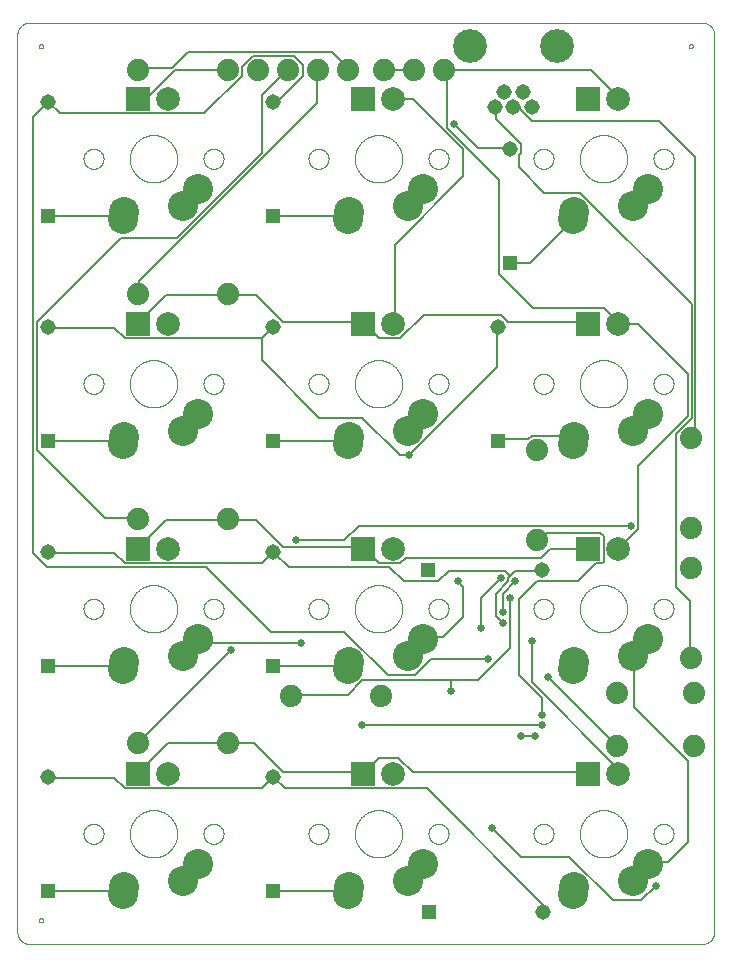
<source format=gtl>
G75*
%MOIN*%
%OFA0B0*%
%FSLAX25Y25*%
%IPPOS*%
%LPD*%
%AMOC8*
5,1,8,0,0,1.08239X$1,22.5*
%
%ADD10C,0.00000*%
%ADD11C,0.10000*%
%ADD12C,0.07874*%
%ADD13R,0.07874X0.07874*%
%ADD14R,0.05150X0.05150*%
%ADD15C,0.05150*%
%ADD16C,0.07400*%
%ADD17C,0.11220*%
%ADD18C,0.00600*%
%ADD19C,0.02578*%
D10*
X0005049Y0008592D02*
X0005049Y0307804D01*
X0005051Y0307928D01*
X0005057Y0308051D01*
X0005066Y0308175D01*
X0005080Y0308297D01*
X0005097Y0308420D01*
X0005119Y0308542D01*
X0005144Y0308663D01*
X0005173Y0308783D01*
X0005205Y0308902D01*
X0005242Y0309021D01*
X0005282Y0309138D01*
X0005325Y0309253D01*
X0005373Y0309368D01*
X0005424Y0309480D01*
X0005478Y0309591D01*
X0005536Y0309701D01*
X0005597Y0309808D01*
X0005662Y0309914D01*
X0005730Y0310017D01*
X0005801Y0310118D01*
X0005875Y0310217D01*
X0005952Y0310314D01*
X0006033Y0310408D01*
X0006116Y0310499D01*
X0006202Y0310588D01*
X0006291Y0310674D01*
X0006382Y0310757D01*
X0006476Y0310838D01*
X0006573Y0310915D01*
X0006672Y0310989D01*
X0006773Y0311060D01*
X0006876Y0311128D01*
X0006982Y0311193D01*
X0007089Y0311254D01*
X0007199Y0311312D01*
X0007310Y0311366D01*
X0007422Y0311417D01*
X0007537Y0311465D01*
X0007652Y0311508D01*
X0007769Y0311548D01*
X0007888Y0311585D01*
X0008007Y0311617D01*
X0008127Y0311646D01*
X0008248Y0311671D01*
X0008370Y0311693D01*
X0008493Y0311710D01*
X0008615Y0311724D01*
X0008739Y0311733D01*
X0008862Y0311739D01*
X0008986Y0311741D01*
X0233395Y0311741D01*
X0233519Y0311739D01*
X0233642Y0311733D01*
X0233766Y0311724D01*
X0233888Y0311710D01*
X0234011Y0311693D01*
X0234133Y0311671D01*
X0234254Y0311646D01*
X0234374Y0311617D01*
X0234493Y0311585D01*
X0234612Y0311548D01*
X0234729Y0311508D01*
X0234844Y0311465D01*
X0234959Y0311417D01*
X0235071Y0311366D01*
X0235182Y0311312D01*
X0235292Y0311254D01*
X0235399Y0311193D01*
X0235505Y0311128D01*
X0235608Y0311060D01*
X0235709Y0310989D01*
X0235808Y0310915D01*
X0235905Y0310838D01*
X0235999Y0310757D01*
X0236090Y0310674D01*
X0236179Y0310588D01*
X0236265Y0310499D01*
X0236348Y0310408D01*
X0236429Y0310314D01*
X0236506Y0310217D01*
X0236580Y0310118D01*
X0236651Y0310017D01*
X0236719Y0309914D01*
X0236784Y0309808D01*
X0236845Y0309701D01*
X0236903Y0309591D01*
X0236957Y0309480D01*
X0237008Y0309368D01*
X0237056Y0309253D01*
X0237099Y0309138D01*
X0237139Y0309021D01*
X0237176Y0308902D01*
X0237208Y0308783D01*
X0237237Y0308663D01*
X0237262Y0308542D01*
X0237284Y0308420D01*
X0237301Y0308297D01*
X0237315Y0308175D01*
X0237324Y0308051D01*
X0237330Y0307928D01*
X0237332Y0307804D01*
X0237332Y0008592D01*
X0237330Y0008468D01*
X0237324Y0008345D01*
X0237315Y0008221D01*
X0237301Y0008099D01*
X0237284Y0007976D01*
X0237262Y0007854D01*
X0237237Y0007733D01*
X0237208Y0007613D01*
X0237176Y0007494D01*
X0237139Y0007375D01*
X0237099Y0007258D01*
X0237056Y0007143D01*
X0237008Y0007028D01*
X0236957Y0006916D01*
X0236903Y0006805D01*
X0236845Y0006695D01*
X0236784Y0006588D01*
X0236719Y0006482D01*
X0236651Y0006379D01*
X0236580Y0006278D01*
X0236506Y0006179D01*
X0236429Y0006082D01*
X0236348Y0005988D01*
X0236265Y0005897D01*
X0236179Y0005808D01*
X0236090Y0005722D01*
X0235999Y0005639D01*
X0235905Y0005558D01*
X0235808Y0005481D01*
X0235709Y0005407D01*
X0235608Y0005336D01*
X0235505Y0005268D01*
X0235399Y0005203D01*
X0235292Y0005142D01*
X0235182Y0005084D01*
X0235071Y0005030D01*
X0234959Y0004979D01*
X0234844Y0004931D01*
X0234729Y0004888D01*
X0234612Y0004848D01*
X0234493Y0004811D01*
X0234374Y0004779D01*
X0234254Y0004750D01*
X0234133Y0004725D01*
X0234011Y0004703D01*
X0233888Y0004686D01*
X0233766Y0004672D01*
X0233642Y0004663D01*
X0233519Y0004657D01*
X0233395Y0004655D01*
X0008986Y0004655D01*
X0008862Y0004657D01*
X0008739Y0004663D01*
X0008615Y0004672D01*
X0008493Y0004686D01*
X0008370Y0004703D01*
X0008248Y0004725D01*
X0008127Y0004750D01*
X0008007Y0004779D01*
X0007888Y0004811D01*
X0007769Y0004848D01*
X0007652Y0004888D01*
X0007537Y0004931D01*
X0007422Y0004979D01*
X0007310Y0005030D01*
X0007199Y0005084D01*
X0007089Y0005142D01*
X0006982Y0005203D01*
X0006876Y0005268D01*
X0006773Y0005336D01*
X0006672Y0005407D01*
X0006573Y0005481D01*
X0006476Y0005558D01*
X0006382Y0005639D01*
X0006291Y0005722D01*
X0006202Y0005808D01*
X0006116Y0005897D01*
X0006033Y0005988D01*
X0005952Y0006082D01*
X0005875Y0006179D01*
X0005801Y0006278D01*
X0005730Y0006379D01*
X0005662Y0006482D01*
X0005597Y0006588D01*
X0005536Y0006695D01*
X0005478Y0006805D01*
X0005424Y0006916D01*
X0005373Y0007028D01*
X0005325Y0007143D01*
X0005282Y0007258D01*
X0005242Y0007375D01*
X0005205Y0007494D01*
X0005173Y0007613D01*
X0005144Y0007733D01*
X0005119Y0007854D01*
X0005097Y0007976D01*
X0005080Y0008099D01*
X0005066Y0008221D01*
X0005057Y0008345D01*
X0005051Y0008468D01*
X0005049Y0008592D01*
X0012234Y0012529D02*
X0012236Y0012581D01*
X0012242Y0012633D01*
X0012252Y0012684D01*
X0012265Y0012734D01*
X0012283Y0012784D01*
X0012304Y0012831D01*
X0012328Y0012877D01*
X0012357Y0012921D01*
X0012388Y0012963D01*
X0012422Y0013002D01*
X0012459Y0013039D01*
X0012499Y0013072D01*
X0012542Y0013103D01*
X0012586Y0013130D01*
X0012632Y0013154D01*
X0012681Y0013174D01*
X0012730Y0013190D01*
X0012781Y0013203D01*
X0012832Y0013212D01*
X0012884Y0013217D01*
X0012936Y0013218D01*
X0012988Y0013215D01*
X0013040Y0013208D01*
X0013091Y0013197D01*
X0013141Y0013183D01*
X0013190Y0013164D01*
X0013237Y0013142D01*
X0013282Y0013117D01*
X0013326Y0013088D01*
X0013367Y0013056D01*
X0013406Y0013021D01*
X0013441Y0012983D01*
X0013474Y0012942D01*
X0013504Y0012900D01*
X0013530Y0012855D01*
X0013553Y0012808D01*
X0013572Y0012759D01*
X0013588Y0012709D01*
X0013600Y0012659D01*
X0013608Y0012607D01*
X0013612Y0012555D01*
X0013612Y0012503D01*
X0013608Y0012451D01*
X0013600Y0012399D01*
X0013588Y0012349D01*
X0013572Y0012299D01*
X0013553Y0012250D01*
X0013530Y0012203D01*
X0013504Y0012158D01*
X0013474Y0012116D01*
X0013441Y0012075D01*
X0013406Y0012037D01*
X0013367Y0012002D01*
X0013326Y0011970D01*
X0013282Y0011941D01*
X0013237Y0011916D01*
X0013190Y0011894D01*
X0013141Y0011875D01*
X0013091Y0011861D01*
X0013040Y0011850D01*
X0012988Y0011843D01*
X0012936Y0011840D01*
X0012884Y0011841D01*
X0012832Y0011846D01*
X0012781Y0011855D01*
X0012730Y0011868D01*
X0012681Y0011884D01*
X0012632Y0011904D01*
X0012586Y0011928D01*
X0012542Y0011955D01*
X0012499Y0011986D01*
X0012459Y0012019D01*
X0012422Y0012056D01*
X0012388Y0012095D01*
X0012357Y0012137D01*
X0012328Y0012181D01*
X0012304Y0012227D01*
X0012283Y0012274D01*
X0012265Y0012324D01*
X0012252Y0012374D01*
X0012242Y0012425D01*
X0012236Y0012477D01*
X0012234Y0012529D01*
X0027057Y0041387D02*
X0027059Y0041502D01*
X0027065Y0041618D01*
X0027075Y0041733D01*
X0027089Y0041848D01*
X0027107Y0041962D01*
X0027129Y0042075D01*
X0027154Y0042188D01*
X0027184Y0042299D01*
X0027217Y0042410D01*
X0027254Y0042519D01*
X0027295Y0042627D01*
X0027340Y0042734D01*
X0027388Y0042839D01*
X0027440Y0042942D01*
X0027496Y0043043D01*
X0027555Y0043143D01*
X0027617Y0043240D01*
X0027683Y0043335D01*
X0027751Y0043428D01*
X0027823Y0043518D01*
X0027898Y0043606D01*
X0027977Y0043691D01*
X0028058Y0043773D01*
X0028141Y0043853D01*
X0028228Y0043929D01*
X0028317Y0044003D01*
X0028408Y0044073D01*
X0028502Y0044141D01*
X0028598Y0044205D01*
X0028697Y0044265D01*
X0028797Y0044322D01*
X0028899Y0044376D01*
X0029003Y0044426D01*
X0029109Y0044473D01*
X0029216Y0044516D01*
X0029325Y0044555D01*
X0029435Y0044590D01*
X0029546Y0044621D01*
X0029658Y0044649D01*
X0029771Y0044673D01*
X0029885Y0044693D01*
X0030000Y0044709D01*
X0030115Y0044721D01*
X0030230Y0044729D01*
X0030345Y0044733D01*
X0030461Y0044733D01*
X0030576Y0044729D01*
X0030691Y0044721D01*
X0030806Y0044709D01*
X0030921Y0044693D01*
X0031035Y0044673D01*
X0031148Y0044649D01*
X0031260Y0044621D01*
X0031371Y0044590D01*
X0031481Y0044555D01*
X0031590Y0044516D01*
X0031697Y0044473D01*
X0031803Y0044426D01*
X0031907Y0044376D01*
X0032009Y0044322D01*
X0032109Y0044265D01*
X0032208Y0044205D01*
X0032304Y0044141D01*
X0032398Y0044073D01*
X0032489Y0044003D01*
X0032578Y0043929D01*
X0032665Y0043853D01*
X0032748Y0043773D01*
X0032829Y0043691D01*
X0032908Y0043606D01*
X0032983Y0043518D01*
X0033055Y0043428D01*
X0033123Y0043335D01*
X0033189Y0043240D01*
X0033251Y0043143D01*
X0033310Y0043043D01*
X0033366Y0042942D01*
X0033418Y0042839D01*
X0033466Y0042734D01*
X0033511Y0042627D01*
X0033552Y0042519D01*
X0033589Y0042410D01*
X0033622Y0042299D01*
X0033652Y0042188D01*
X0033677Y0042075D01*
X0033699Y0041962D01*
X0033717Y0041848D01*
X0033731Y0041733D01*
X0033741Y0041618D01*
X0033747Y0041502D01*
X0033749Y0041387D01*
X0033747Y0041272D01*
X0033741Y0041156D01*
X0033731Y0041041D01*
X0033717Y0040926D01*
X0033699Y0040812D01*
X0033677Y0040699D01*
X0033652Y0040586D01*
X0033622Y0040475D01*
X0033589Y0040364D01*
X0033552Y0040255D01*
X0033511Y0040147D01*
X0033466Y0040040D01*
X0033418Y0039935D01*
X0033366Y0039832D01*
X0033310Y0039731D01*
X0033251Y0039631D01*
X0033189Y0039534D01*
X0033123Y0039439D01*
X0033055Y0039346D01*
X0032983Y0039256D01*
X0032908Y0039168D01*
X0032829Y0039083D01*
X0032748Y0039001D01*
X0032665Y0038921D01*
X0032578Y0038845D01*
X0032489Y0038771D01*
X0032398Y0038701D01*
X0032304Y0038633D01*
X0032208Y0038569D01*
X0032109Y0038509D01*
X0032009Y0038452D01*
X0031907Y0038398D01*
X0031803Y0038348D01*
X0031697Y0038301D01*
X0031590Y0038258D01*
X0031481Y0038219D01*
X0031371Y0038184D01*
X0031260Y0038153D01*
X0031148Y0038125D01*
X0031035Y0038101D01*
X0030921Y0038081D01*
X0030806Y0038065D01*
X0030691Y0038053D01*
X0030576Y0038045D01*
X0030461Y0038041D01*
X0030345Y0038041D01*
X0030230Y0038045D01*
X0030115Y0038053D01*
X0030000Y0038065D01*
X0029885Y0038081D01*
X0029771Y0038101D01*
X0029658Y0038125D01*
X0029546Y0038153D01*
X0029435Y0038184D01*
X0029325Y0038219D01*
X0029216Y0038258D01*
X0029109Y0038301D01*
X0029003Y0038348D01*
X0028899Y0038398D01*
X0028797Y0038452D01*
X0028697Y0038509D01*
X0028598Y0038569D01*
X0028502Y0038633D01*
X0028408Y0038701D01*
X0028317Y0038771D01*
X0028228Y0038845D01*
X0028141Y0038921D01*
X0028058Y0039001D01*
X0027977Y0039083D01*
X0027898Y0039168D01*
X0027823Y0039256D01*
X0027751Y0039346D01*
X0027683Y0039439D01*
X0027617Y0039534D01*
X0027555Y0039631D01*
X0027496Y0039731D01*
X0027440Y0039832D01*
X0027388Y0039935D01*
X0027340Y0040040D01*
X0027295Y0040147D01*
X0027254Y0040255D01*
X0027217Y0040364D01*
X0027184Y0040475D01*
X0027154Y0040586D01*
X0027129Y0040699D01*
X0027107Y0040812D01*
X0027089Y0040926D01*
X0027075Y0041041D01*
X0027065Y0041156D01*
X0027059Y0041272D01*
X0027057Y0041387D01*
X0042529Y0041387D02*
X0042531Y0041580D01*
X0042538Y0041773D01*
X0042550Y0041966D01*
X0042567Y0042159D01*
X0042588Y0042351D01*
X0042614Y0042542D01*
X0042645Y0042733D01*
X0042680Y0042923D01*
X0042720Y0043112D01*
X0042765Y0043300D01*
X0042814Y0043487D01*
X0042868Y0043673D01*
X0042926Y0043857D01*
X0042989Y0044040D01*
X0043057Y0044221D01*
X0043128Y0044400D01*
X0043205Y0044578D01*
X0043285Y0044754D01*
X0043370Y0044927D01*
X0043459Y0045099D01*
X0043552Y0045268D01*
X0043649Y0045435D01*
X0043751Y0045600D01*
X0043856Y0045762D01*
X0043965Y0045921D01*
X0044079Y0046078D01*
X0044196Y0046231D01*
X0044316Y0046382D01*
X0044441Y0046530D01*
X0044569Y0046675D01*
X0044700Y0046816D01*
X0044835Y0046955D01*
X0044974Y0047090D01*
X0045115Y0047221D01*
X0045260Y0047349D01*
X0045408Y0047474D01*
X0045559Y0047594D01*
X0045712Y0047711D01*
X0045869Y0047825D01*
X0046028Y0047934D01*
X0046190Y0048039D01*
X0046355Y0048141D01*
X0046522Y0048238D01*
X0046691Y0048331D01*
X0046863Y0048420D01*
X0047036Y0048505D01*
X0047212Y0048585D01*
X0047390Y0048662D01*
X0047569Y0048733D01*
X0047750Y0048801D01*
X0047933Y0048864D01*
X0048117Y0048922D01*
X0048303Y0048976D01*
X0048490Y0049025D01*
X0048678Y0049070D01*
X0048867Y0049110D01*
X0049057Y0049145D01*
X0049248Y0049176D01*
X0049439Y0049202D01*
X0049631Y0049223D01*
X0049824Y0049240D01*
X0050017Y0049252D01*
X0050210Y0049259D01*
X0050403Y0049261D01*
X0050596Y0049259D01*
X0050789Y0049252D01*
X0050982Y0049240D01*
X0051175Y0049223D01*
X0051367Y0049202D01*
X0051558Y0049176D01*
X0051749Y0049145D01*
X0051939Y0049110D01*
X0052128Y0049070D01*
X0052316Y0049025D01*
X0052503Y0048976D01*
X0052689Y0048922D01*
X0052873Y0048864D01*
X0053056Y0048801D01*
X0053237Y0048733D01*
X0053416Y0048662D01*
X0053594Y0048585D01*
X0053770Y0048505D01*
X0053943Y0048420D01*
X0054115Y0048331D01*
X0054284Y0048238D01*
X0054451Y0048141D01*
X0054616Y0048039D01*
X0054778Y0047934D01*
X0054937Y0047825D01*
X0055094Y0047711D01*
X0055247Y0047594D01*
X0055398Y0047474D01*
X0055546Y0047349D01*
X0055691Y0047221D01*
X0055832Y0047090D01*
X0055971Y0046955D01*
X0056106Y0046816D01*
X0056237Y0046675D01*
X0056365Y0046530D01*
X0056490Y0046382D01*
X0056610Y0046231D01*
X0056727Y0046078D01*
X0056841Y0045921D01*
X0056950Y0045762D01*
X0057055Y0045600D01*
X0057157Y0045435D01*
X0057254Y0045268D01*
X0057347Y0045099D01*
X0057436Y0044927D01*
X0057521Y0044754D01*
X0057601Y0044578D01*
X0057678Y0044400D01*
X0057749Y0044221D01*
X0057817Y0044040D01*
X0057880Y0043857D01*
X0057938Y0043673D01*
X0057992Y0043487D01*
X0058041Y0043300D01*
X0058086Y0043112D01*
X0058126Y0042923D01*
X0058161Y0042733D01*
X0058192Y0042542D01*
X0058218Y0042351D01*
X0058239Y0042159D01*
X0058256Y0041966D01*
X0058268Y0041773D01*
X0058275Y0041580D01*
X0058277Y0041387D01*
X0058275Y0041194D01*
X0058268Y0041001D01*
X0058256Y0040808D01*
X0058239Y0040615D01*
X0058218Y0040423D01*
X0058192Y0040232D01*
X0058161Y0040041D01*
X0058126Y0039851D01*
X0058086Y0039662D01*
X0058041Y0039474D01*
X0057992Y0039287D01*
X0057938Y0039101D01*
X0057880Y0038917D01*
X0057817Y0038734D01*
X0057749Y0038553D01*
X0057678Y0038374D01*
X0057601Y0038196D01*
X0057521Y0038020D01*
X0057436Y0037847D01*
X0057347Y0037675D01*
X0057254Y0037506D01*
X0057157Y0037339D01*
X0057055Y0037174D01*
X0056950Y0037012D01*
X0056841Y0036853D01*
X0056727Y0036696D01*
X0056610Y0036543D01*
X0056490Y0036392D01*
X0056365Y0036244D01*
X0056237Y0036099D01*
X0056106Y0035958D01*
X0055971Y0035819D01*
X0055832Y0035684D01*
X0055691Y0035553D01*
X0055546Y0035425D01*
X0055398Y0035300D01*
X0055247Y0035180D01*
X0055094Y0035063D01*
X0054937Y0034949D01*
X0054778Y0034840D01*
X0054616Y0034735D01*
X0054451Y0034633D01*
X0054284Y0034536D01*
X0054115Y0034443D01*
X0053943Y0034354D01*
X0053770Y0034269D01*
X0053594Y0034189D01*
X0053416Y0034112D01*
X0053237Y0034041D01*
X0053056Y0033973D01*
X0052873Y0033910D01*
X0052689Y0033852D01*
X0052503Y0033798D01*
X0052316Y0033749D01*
X0052128Y0033704D01*
X0051939Y0033664D01*
X0051749Y0033629D01*
X0051558Y0033598D01*
X0051367Y0033572D01*
X0051175Y0033551D01*
X0050982Y0033534D01*
X0050789Y0033522D01*
X0050596Y0033515D01*
X0050403Y0033513D01*
X0050210Y0033515D01*
X0050017Y0033522D01*
X0049824Y0033534D01*
X0049631Y0033551D01*
X0049439Y0033572D01*
X0049248Y0033598D01*
X0049057Y0033629D01*
X0048867Y0033664D01*
X0048678Y0033704D01*
X0048490Y0033749D01*
X0048303Y0033798D01*
X0048117Y0033852D01*
X0047933Y0033910D01*
X0047750Y0033973D01*
X0047569Y0034041D01*
X0047390Y0034112D01*
X0047212Y0034189D01*
X0047036Y0034269D01*
X0046863Y0034354D01*
X0046691Y0034443D01*
X0046522Y0034536D01*
X0046355Y0034633D01*
X0046190Y0034735D01*
X0046028Y0034840D01*
X0045869Y0034949D01*
X0045712Y0035063D01*
X0045559Y0035180D01*
X0045408Y0035300D01*
X0045260Y0035425D01*
X0045115Y0035553D01*
X0044974Y0035684D01*
X0044835Y0035819D01*
X0044700Y0035958D01*
X0044569Y0036099D01*
X0044441Y0036244D01*
X0044316Y0036392D01*
X0044196Y0036543D01*
X0044079Y0036696D01*
X0043965Y0036853D01*
X0043856Y0037012D01*
X0043751Y0037174D01*
X0043649Y0037339D01*
X0043552Y0037506D01*
X0043459Y0037675D01*
X0043370Y0037847D01*
X0043285Y0038020D01*
X0043205Y0038196D01*
X0043128Y0038374D01*
X0043057Y0038553D01*
X0042989Y0038734D01*
X0042926Y0038917D01*
X0042868Y0039101D01*
X0042814Y0039287D01*
X0042765Y0039474D01*
X0042720Y0039662D01*
X0042680Y0039851D01*
X0042645Y0040041D01*
X0042614Y0040232D01*
X0042588Y0040423D01*
X0042567Y0040615D01*
X0042550Y0040808D01*
X0042538Y0041001D01*
X0042531Y0041194D01*
X0042529Y0041387D01*
X0067057Y0041387D02*
X0067059Y0041502D01*
X0067065Y0041618D01*
X0067075Y0041733D01*
X0067089Y0041848D01*
X0067107Y0041962D01*
X0067129Y0042075D01*
X0067154Y0042188D01*
X0067184Y0042299D01*
X0067217Y0042410D01*
X0067254Y0042519D01*
X0067295Y0042627D01*
X0067340Y0042734D01*
X0067388Y0042839D01*
X0067440Y0042942D01*
X0067496Y0043043D01*
X0067555Y0043143D01*
X0067617Y0043240D01*
X0067683Y0043335D01*
X0067751Y0043428D01*
X0067823Y0043518D01*
X0067898Y0043606D01*
X0067977Y0043691D01*
X0068058Y0043773D01*
X0068141Y0043853D01*
X0068228Y0043929D01*
X0068317Y0044003D01*
X0068408Y0044073D01*
X0068502Y0044141D01*
X0068598Y0044205D01*
X0068697Y0044265D01*
X0068797Y0044322D01*
X0068899Y0044376D01*
X0069003Y0044426D01*
X0069109Y0044473D01*
X0069216Y0044516D01*
X0069325Y0044555D01*
X0069435Y0044590D01*
X0069546Y0044621D01*
X0069658Y0044649D01*
X0069771Y0044673D01*
X0069885Y0044693D01*
X0070000Y0044709D01*
X0070115Y0044721D01*
X0070230Y0044729D01*
X0070345Y0044733D01*
X0070461Y0044733D01*
X0070576Y0044729D01*
X0070691Y0044721D01*
X0070806Y0044709D01*
X0070921Y0044693D01*
X0071035Y0044673D01*
X0071148Y0044649D01*
X0071260Y0044621D01*
X0071371Y0044590D01*
X0071481Y0044555D01*
X0071590Y0044516D01*
X0071697Y0044473D01*
X0071803Y0044426D01*
X0071907Y0044376D01*
X0072009Y0044322D01*
X0072109Y0044265D01*
X0072208Y0044205D01*
X0072304Y0044141D01*
X0072398Y0044073D01*
X0072489Y0044003D01*
X0072578Y0043929D01*
X0072665Y0043853D01*
X0072748Y0043773D01*
X0072829Y0043691D01*
X0072908Y0043606D01*
X0072983Y0043518D01*
X0073055Y0043428D01*
X0073123Y0043335D01*
X0073189Y0043240D01*
X0073251Y0043143D01*
X0073310Y0043043D01*
X0073366Y0042942D01*
X0073418Y0042839D01*
X0073466Y0042734D01*
X0073511Y0042627D01*
X0073552Y0042519D01*
X0073589Y0042410D01*
X0073622Y0042299D01*
X0073652Y0042188D01*
X0073677Y0042075D01*
X0073699Y0041962D01*
X0073717Y0041848D01*
X0073731Y0041733D01*
X0073741Y0041618D01*
X0073747Y0041502D01*
X0073749Y0041387D01*
X0073747Y0041272D01*
X0073741Y0041156D01*
X0073731Y0041041D01*
X0073717Y0040926D01*
X0073699Y0040812D01*
X0073677Y0040699D01*
X0073652Y0040586D01*
X0073622Y0040475D01*
X0073589Y0040364D01*
X0073552Y0040255D01*
X0073511Y0040147D01*
X0073466Y0040040D01*
X0073418Y0039935D01*
X0073366Y0039832D01*
X0073310Y0039731D01*
X0073251Y0039631D01*
X0073189Y0039534D01*
X0073123Y0039439D01*
X0073055Y0039346D01*
X0072983Y0039256D01*
X0072908Y0039168D01*
X0072829Y0039083D01*
X0072748Y0039001D01*
X0072665Y0038921D01*
X0072578Y0038845D01*
X0072489Y0038771D01*
X0072398Y0038701D01*
X0072304Y0038633D01*
X0072208Y0038569D01*
X0072109Y0038509D01*
X0072009Y0038452D01*
X0071907Y0038398D01*
X0071803Y0038348D01*
X0071697Y0038301D01*
X0071590Y0038258D01*
X0071481Y0038219D01*
X0071371Y0038184D01*
X0071260Y0038153D01*
X0071148Y0038125D01*
X0071035Y0038101D01*
X0070921Y0038081D01*
X0070806Y0038065D01*
X0070691Y0038053D01*
X0070576Y0038045D01*
X0070461Y0038041D01*
X0070345Y0038041D01*
X0070230Y0038045D01*
X0070115Y0038053D01*
X0070000Y0038065D01*
X0069885Y0038081D01*
X0069771Y0038101D01*
X0069658Y0038125D01*
X0069546Y0038153D01*
X0069435Y0038184D01*
X0069325Y0038219D01*
X0069216Y0038258D01*
X0069109Y0038301D01*
X0069003Y0038348D01*
X0068899Y0038398D01*
X0068797Y0038452D01*
X0068697Y0038509D01*
X0068598Y0038569D01*
X0068502Y0038633D01*
X0068408Y0038701D01*
X0068317Y0038771D01*
X0068228Y0038845D01*
X0068141Y0038921D01*
X0068058Y0039001D01*
X0067977Y0039083D01*
X0067898Y0039168D01*
X0067823Y0039256D01*
X0067751Y0039346D01*
X0067683Y0039439D01*
X0067617Y0039534D01*
X0067555Y0039631D01*
X0067496Y0039731D01*
X0067440Y0039832D01*
X0067388Y0039935D01*
X0067340Y0040040D01*
X0067295Y0040147D01*
X0067254Y0040255D01*
X0067217Y0040364D01*
X0067184Y0040475D01*
X0067154Y0040586D01*
X0067129Y0040699D01*
X0067107Y0040812D01*
X0067089Y0040926D01*
X0067075Y0041041D01*
X0067065Y0041156D01*
X0067059Y0041272D01*
X0067057Y0041387D01*
X0102057Y0041387D02*
X0102059Y0041502D01*
X0102065Y0041618D01*
X0102075Y0041733D01*
X0102089Y0041848D01*
X0102107Y0041962D01*
X0102129Y0042075D01*
X0102154Y0042188D01*
X0102184Y0042299D01*
X0102217Y0042410D01*
X0102254Y0042519D01*
X0102295Y0042627D01*
X0102340Y0042734D01*
X0102388Y0042839D01*
X0102440Y0042942D01*
X0102496Y0043043D01*
X0102555Y0043143D01*
X0102617Y0043240D01*
X0102683Y0043335D01*
X0102751Y0043428D01*
X0102823Y0043518D01*
X0102898Y0043606D01*
X0102977Y0043691D01*
X0103058Y0043773D01*
X0103141Y0043853D01*
X0103228Y0043929D01*
X0103317Y0044003D01*
X0103408Y0044073D01*
X0103502Y0044141D01*
X0103598Y0044205D01*
X0103697Y0044265D01*
X0103797Y0044322D01*
X0103899Y0044376D01*
X0104003Y0044426D01*
X0104109Y0044473D01*
X0104216Y0044516D01*
X0104325Y0044555D01*
X0104435Y0044590D01*
X0104546Y0044621D01*
X0104658Y0044649D01*
X0104771Y0044673D01*
X0104885Y0044693D01*
X0105000Y0044709D01*
X0105115Y0044721D01*
X0105230Y0044729D01*
X0105345Y0044733D01*
X0105461Y0044733D01*
X0105576Y0044729D01*
X0105691Y0044721D01*
X0105806Y0044709D01*
X0105921Y0044693D01*
X0106035Y0044673D01*
X0106148Y0044649D01*
X0106260Y0044621D01*
X0106371Y0044590D01*
X0106481Y0044555D01*
X0106590Y0044516D01*
X0106697Y0044473D01*
X0106803Y0044426D01*
X0106907Y0044376D01*
X0107009Y0044322D01*
X0107109Y0044265D01*
X0107208Y0044205D01*
X0107304Y0044141D01*
X0107398Y0044073D01*
X0107489Y0044003D01*
X0107578Y0043929D01*
X0107665Y0043853D01*
X0107748Y0043773D01*
X0107829Y0043691D01*
X0107908Y0043606D01*
X0107983Y0043518D01*
X0108055Y0043428D01*
X0108123Y0043335D01*
X0108189Y0043240D01*
X0108251Y0043143D01*
X0108310Y0043043D01*
X0108366Y0042942D01*
X0108418Y0042839D01*
X0108466Y0042734D01*
X0108511Y0042627D01*
X0108552Y0042519D01*
X0108589Y0042410D01*
X0108622Y0042299D01*
X0108652Y0042188D01*
X0108677Y0042075D01*
X0108699Y0041962D01*
X0108717Y0041848D01*
X0108731Y0041733D01*
X0108741Y0041618D01*
X0108747Y0041502D01*
X0108749Y0041387D01*
X0108747Y0041272D01*
X0108741Y0041156D01*
X0108731Y0041041D01*
X0108717Y0040926D01*
X0108699Y0040812D01*
X0108677Y0040699D01*
X0108652Y0040586D01*
X0108622Y0040475D01*
X0108589Y0040364D01*
X0108552Y0040255D01*
X0108511Y0040147D01*
X0108466Y0040040D01*
X0108418Y0039935D01*
X0108366Y0039832D01*
X0108310Y0039731D01*
X0108251Y0039631D01*
X0108189Y0039534D01*
X0108123Y0039439D01*
X0108055Y0039346D01*
X0107983Y0039256D01*
X0107908Y0039168D01*
X0107829Y0039083D01*
X0107748Y0039001D01*
X0107665Y0038921D01*
X0107578Y0038845D01*
X0107489Y0038771D01*
X0107398Y0038701D01*
X0107304Y0038633D01*
X0107208Y0038569D01*
X0107109Y0038509D01*
X0107009Y0038452D01*
X0106907Y0038398D01*
X0106803Y0038348D01*
X0106697Y0038301D01*
X0106590Y0038258D01*
X0106481Y0038219D01*
X0106371Y0038184D01*
X0106260Y0038153D01*
X0106148Y0038125D01*
X0106035Y0038101D01*
X0105921Y0038081D01*
X0105806Y0038065D01*
X0105691Y0038053D01*
X0105576Y0038045D01*
X0105461Y0038041D01*
X0105345Y0038041D01*
X0105230Y0038045D01*
X0105115Y0038053D01*
X0105000Y0038065D01*
X0104885Y0038081D01*
X0104771Y0038101D01*
X0104658Y0038125D01*
X0104546Y0038153D01*
X0104435Y0038184D01*
X0104325Y0038219D01*
X0104216Y0038258D01*
X0104109Y0038301D01*
X0104003Y0038348D01*
X0103899Y0038398D01*
X0103797Y0038452D01*
X0103697Y0038509D01*
X0103598Y0038569D01*
X0103502Y0038633D01*
X0103408Y0038701D01*
X0103317Y0038771D01*
X0103228Y0038845D01*
X0103141Y0038921D01*
X0103058Y0039001D01*
X0102977Y0039083D01*
X0102898Y0039168D01*
X0102823Y0039256D01*
X0102751Y0039346D01*
X0102683Y0039439D01*
X0102617Y0039534D01*
X0102555Y0039631D01*
X0102496Y0039731D01*
X0102440Y0039832D01*
X0102388Y0039935D01*
X0102340Y0040040D01*
X0102295Y0040147D01*
X0102254Y0040255D01*
X0102217Y0040364D01*
X0102184Y0040475D01*
X0102154Y0040586D01*
X0102129Y0040699D01*
X0102107Y0040812D01*
X0102089Y0040926D01*
X0102075Y0041041D01*
X0102065Y0041156D01*
X0102059Y0041272D01*
X0102057Y0041387D01*
X0117529Y0041387D02*
X0117531Y0041580D01*
X0117538Y0041773D01*
X0117550Y0041966D01*
X0117567Y0042159D01*
X0117588Y0042351D01*
X0117614Y0042542D01*
X0117645Y0042733D01*
X0117680Y0042923D01*
X0117720Y0043112D01*
X0117765Y0043300D01*
X0117814Y0043487D01*
X0117868Y0043673D01*
X0117926Y0043857D01*
X0117989Y0044040D01*
X0118057Y0044221D01*
X0118128Y0044400D01*
X0118205Y0044578D01*
X0118285Y0044754D01*
X0118370Y0044927D01*
X0118459Y0045099D01*
X0118552Y0045268D01*
X0118649Y0045435D01*
X0118751Y0045600D01*
X0118856Y0045762D01*
X0118965Y0045921D01*
X0119079Y0046078D01*
X0119196Y0046231D01*
X0119316Y0046382D01*
X0119441Y0046530D01*
X0119569Y0046675D01*
X0119700Y0046816D01*
X0119835Y0046955D01*
X0119974Y0047090D01*
X0120115Y0047221D01*
X0120260Y0047349D01*
X0120408Y0047474D01*
X0120559Y0047594D01*
X0120712Y0047711D01*
X0120869Y0047825D01*
X0121028Y0047934D01*
X0121190Y0048039D01*
X0121355Y0048141D01*
X0121522Y0048238D01*
X0121691Y0048331D01*
X0121863Y0048420D01*
X0122036Y0048505D01*
X0122212Y0048585D01*
X0122390Y0048662D01*
X0122569Y0048733D01*
X0122750Y0048801D01*
X0122933Y0048864D01*
X0123117Y0048922D01*
X0123303Y0048976D01*
X0123490Y0049025D01*
X0123678Y0049070D01*
X0123867Y0049110D01*
X0124057Y0049145D01*
X0124248Y0049176D01*
X0124439Y0049202D01*
X0124631Y0049223D01*
X0124824Y0049240D01*
X0125017Y0049252D01*
X0125210Y0049259D01*
X0125403Y0049261D01*
X0125596Y0049259D01*
X0125789Y0049252D01*
X0125982Y0049240D01*
X0126175Y0049223D01*
X0126367Y0049202D01*
X0126558Y0049176D01*
X0126749Y0049145D01*
X0126939Y0049110D01*
X0127128Y0049070D01*
X0127316Y0049025D01*
X0127503Y0048976D01*
X0127689Y0048922D01*
X0127873Y0048864D01*
X0128056Y0048801D01*
X0128237Y0048733D01*
X0128416Y0048662D01*
X0128594Y0048585D01*
X0128770Y0048505D01*
X0128943Y0048420D01*
X0129115Y0048331D01*
X0129284Y0048238D01*
X0129451Y0048141D01*
X0129616Y0048039D01*
X0129778Y0047934D01*
X0129937Y0047825D01*
X0130094Y0047711D01*
X0130247Y0047594D01*
X0130398Y0047474D01*
X0130546Y0047349D01*
X0130691Y0047221D01*
X0130832Y0047090D01*
X0130971Y0046955D01*
X0131106Y0046816D01*
X0131237Y0046675D01*
X0131365Y0046530D01*
X0131490Y0046382D01*
X0131610Y0046231D01*
X0131727Y0046078D01*
X0131841Y0045921D01*
X0131950Y0045762D01*
X0132055Y0045600D01*
X0132157Y0045435D01*
X0132254Y0045268D01*
X0132347Y0045099D01*
X0132436Y0044927D01*
X0132521Y0044754D01*
X0132601Y0044578D01*
X0132678Y0044400D01*
X0132749Y0044221D01*
X0132817Y0044040D01*
X0132880Y0043857D01*
X0132938Y0043673D01*
X0132992Y0043487D01*
X0133041Y0043300D01*
X0133086Y0043112D01*
X0133126Y0042923D01*
X0133161Y0042733D01*
X0133192Y0042542D01*
X0133218Y0042351D01*
X0133239Y0042159D01*
X0133256Y0041966D01*
X0133268Y0041773D01*
X0133275Y0041580D01*
X0133277Y0041387D01*
X0133275Y0041194D01*
X0133268Y0041001D01*
X0133256Y0040808D01*
X0133239Y0040615D01*
X0133218Y0040423D01*
X0133192Y0040232D01*
X0133161Y0040041D01*
X0133126Y0039851D01*
X0133086Y0039662D01*
X0133041Y0039474D01*
X0132992Y0039287D01*
X0132938Y0039101D01*
X0132880Y0038917D01*
X0132817Y0038734D01*
X0132749Y0038553D01*
X0132678Y0038374D01*
X0132601Y0038196D01*
X0132521Y0038020D01*
X0132436Y0037847D01*
X0132347Y0037675D01*
X0132254Y0037506D01*
X0132157Y0037339D01*
X0132055Y0037174D01*
X0131950Y0037012D01*
X0131841Y0036853D01*
X0131727Y0036696D01*
X0131610Y0036543D01*
X0131490Y0036392D01*
X0131365Y0036244D01*
X0131237Y0036099D01*
X0131106Y0035958D01*
X0130971Y0035819D01*
X0130832Y0035684D01*
X0130691Y0035553D01*
X0130546Y0035425D01*
X0130398Y0035300D01*
X0130247Y0035180D01*
X0130094Y0035063D01*
X0129937Y0034949D01*
X0129778Y0034840D01*
X0129616Y0034735D01*
X0129451Y0034633D01*
X0129284Y0034536D01*
X0129115Y0034443D01*
X0128943Y0034354D01*
X0128770Y0034269D01*
X0128594Y0034189D01*
X0128416Y0034112D01*
X0128237Y0034041D01*
X0128056Y0033973D01*
X0127873Y0033910D01*
X0127689Y0033852D01*
X0127503Y0033798D01*
X0127316Y0033749D01*
X0127128Y0033704D01*
X0126939Y0033664D01*
X0126749Y0033629D01*
X0126558Y0033598D01*
X0126367Y0033572D01*
X0126175Y0033551D01*
X0125982Y0033534D01*
X0125789Y0033522D01*
X0125596Y0033515D01*
X0125403Y0033513D01*
X0125210Y0033515D01*
X0125017Y0033522D01*
X0124824Y0033534D01*
X0124631Y0033551D01*
X0124439Y0033572D01*
X0124248Y0033598D01*
X0124057Y0033629D01*
X0123867Y0033664D01*
X0123678Y0033704D01*
X0123490Y0033749D01*
X0123303Y0033798D01*
X0123117Y0033852D01*
X0122933Y0033910D01*
X0122750Y0033973D01*
X0122569Y0034041D01*
X0122390Y0034112D01*
X0122212Y0034189D01*
X0122036Y0034269D01*
X0121863Y0034354D01*
X0121691Y0034443D01*
X0121522Y0034536D01*
X0121355Y0034633D01*
X0121190Y0034735D01*
X0121028Y0034840D01*
X0120869Y0034949D01*
X0120712Y0035063D01*
X0120559Y0035180D01*
X0120408Y0035300D01*
X0120260Y0035425D01*
X0120115Y0035553D01*
X0119974Y0035684D01*
X0119835Y0035819D01*
X0119700Y0035958D01*
X0119569Y0036099D01*
X0119441Y0036244D01*
X0119316Y0036392D01*
X0119196Y0036543D01*
X0119079Y0036696D01*
X0118965Y0036853D01*
X0118856Y0037012D01*
X0118751Y0037174D01*
X0118649Y0037339D01*
X0118552Y0037506D01*
X0118459Y0037675D01*
X0118370Y0037847D01*
X0118285Y0038020D01*
X0118205Y0038196D01*
X0118128Y0038374D01*
X0118057Y0038553D01*
X0117989Y0038734D01*
X0117926Y0038917D01*
X0117868Y0039101D01*
X0117814Y0039287D01*
X0117765Y0039474D01*
X0117720Y0039662D01*
X0117680Y0039851D01*
X0117645Y0040041D01*
X0117614Y0040232D01*
X0117588Y0040423D01*
X0117567Y0040615D01*
X0117550Y0040808D01*
X0117538Y0041001D01*
X0117531Y0041194D01*
X0117529Y0041387D01*
X0142057Y0041387D02*
X0142059Y0041502D01*
X0142065Y0041618D01*
X0142075Y0041733D01*
X0142089Y0041848D01*
X0142107Y0041962D01*
X0142129Y0042075D01*
X0142154Y0042188D01*
X0142184Y0042299D01*
X0142217Y0042410D01*
X0142254Y0042519D01*
X0142295Y0042627D01*
X0142340Y0042734D01*
X0142388Y0042839D01*
X0142440Y0042942D01*
X0142496Y0043043D01*
X0142555Y0043143D01*
X0142617Y0043240D01*
X0142683Y0043335D01*
X0142751Y0043428D01*
X0142823Y0043518D01*
X0142898Y0043606D01*
X0142977Y0043691D01*
X0143058Y0043773D01*
X0143141Y0043853D01*
X0143228Y0043929D01*
X0143317Y0044003D01*
X0143408Y0044073D01*
X0143502Y0044141D01*
X0143598Y0044205D01*
X0143697Y0044265D01*
X0143797Y0044322D01*
X0143899Y0044376D01*
X0144003Y0044426D01*
X0144109Y0044473D01*
X0144216Y0044516D01*
X0144325Y0044555D01*
X0144435Y0044590D01*
X0144546Y0044621D01*
X0144658Y0044649D01*
X0144771Y0044673D01*
X0144885Y0044693D01*
X0145000Y0044709D01*
X0145115Y0044721D01*
X0145230Y0044729D01*
X0145345Y0044733D01*
X0145461Y0044733D01*
X0145576Y0044729D01*
X0145691Y0044721D01*
X0145806Y0044709D01*
X0145921Y0044693D01*
X0146035Y0044673D01*
X0146148Y0044649D01*
X0146260Y0044621D01*
X0146371Y0044590D01*
X0146481Y0044555D01*
X0146590Y0044516D01*
X0146697Y0044473D01*
X0146803Y0044426D01*
X0146907Y0044376D01*
X0147009Y0044322D01*
X0147109Y0044265D01*
X0147208Y0044205D01*
X0147304Y0044141D01*
X0147398Y0044073D01*
X0147489Y0044003D01*
X0147578Y0043929D01*
X0147665Y0043853D01*
X0147748Y0043773D01*
X0147829Y0043691D01*
X0147908Y0043606D01*
X0147983Y0043518D01*
X0148055Y0043428D01*
X0148123Y0043335D01*
X0148189Y0043240D01*
X0148251Y0043143D01*
X0148310Y0043043D01*
X0148366Y0042942D01*
X0148418Y0042839D01*
X0148466Y0042734D01*
X0148511Y0042627D01*
X0148552Y0042519D01*
X0148589Y0042410D01*
X0148622Y0042299D01*
X0148652Y0042188D01*
X0148677Y0042075D01*
X0148699Y0041962D01*
X0148717Y0041848D01*
X0148731Y0041733D01*
X0148741Y0041618D01*
X0148747Y0041502D01*
X0148749Y0041387D01*
X0148747Y0041272D01*
X0148741Y0041156D01*
X0148731Y0041041D01*
X0148717Y0040926D01*
X0148699Y0040812D01*
X0148677Y0040699D01*
X0148652Y0040586D01*
X0148622Y0040475D01*
X0148589Y0040364D01*
X0148552Y0040255D01*
X0148511Y0040147D01*
X0148466Y0040040D01*
X0148418Y0039935D01*
X0148366Y0039832D01*
X0148310Y0039731D01*
X0148251Y0039631D01*
X0148189Y0039534D01*
X0148123Y0039439D01*
X0148055Y0039346D01*
X0147983Y0039256D01*
X0147908Y0039168D01*
X0147829Y0039083D01*
X0147748Y0039001D01*
X0147665Y0038921D01*
X0147578Y0038845D01*
X0147489Y0038771D01*
X0147398Y0038701D01*
X0147304Y0038633D01*
X0147208Y0038569D01*
X0147109Y0038509D01*
X0147009Y0038452D01*
X0146907Y0038398D01*
X0146803Y0038348D01*
X0146697Y0038301D01*
X0146590Y0038258D01*
X0146481Y0038219D01*
X0146371Y0038184D01*
X0146260Y0038153D01*
X0146148Y0038125D01*
X0146035Y0038101D01*
X0145921Y0038081D01*
X0145806Y0038065D01*
X0145691Y0038053D01*
X0145576Y0038045D01*
X0145461Y0038041D01*
X0145345Y0038041D01*
X0145230Y0038045D01*
X0145115Y0038053D01*
X0145000Y0038065D01*
X0144885Y0038081D01*
X0144771Y0038101D01*
X0144658Y0038125D01*
X0144546Y0038153D01*
X0144435Y0038184D01*
X0144325Y0038219D01*
X0144216Y0038258D01*
X0144109Y0038301D01*
X0144003Y0038348D01*
X0143899Y0038398D01*
X0143797Y0038452D01*
X0143697Y0038509D01*
X0143598Y0038569D01*
X0143502Y0038633D01*
X0143408Y0038701D01*
X0143317Y0038771D01*
X0143228Y0038845D01*
X0143141Y0038921D01*
X0143058Y0039001D01*
X0142977Y0039083D01*
X0142898Y0039168D01*
X0142823Y0039256D01*
X0142751Y0039346D01*
X0142683Y0039439D01*
X0142617Y0039534D01*
X0142555Y0039631D01*
X0142496Y0039731D01*
X0142440Y0039832D01*
X0142388Y0039935D01*
X0142340Y0040040D01*
X0142295Y0040147D01*
X0142254Y0040255D01*
X0142217Y0040364D01*
X0142184Y0040475D01*
X0142154Y0040586D01*
X0142129Y0040699D01*
X0142107Y0040812D01*
X0142089Y0040926D01*
X0142075Y0041041D01*
X0142065Y0041156D01*
X0142059Y0041272D01*
X0142057Y0041387D01*
X0177057Y0041387D02*
X0177059Y0041502D01*
X0177065Y0041618D01*
X0177075Y0041733D01*
X0177089Y0041848D01*
X0177107Y0041962D01*
X0177129Y0042075D01*
X0177154Y0042188D01*
X0177184Y0042299D01*
X0177217Y0042410D01*
X0177254Y0042519D01*
X0177295Y0042627D01*
X0177340Y0042734D01*
X0177388Y0042839D01*
X0177440Y0042942D01*
X0177496Y0043043D01*
X0177555Y0043143D01*
X0177617Y0043240D01*
X0177683Y0043335D01*
X0177751Y0043428D01*
X0177823Y0043518D01*
X0177898Y0043606D01*
X0177977Y0043691D01*
X0178058Y0043773D01*
X0178141Y0043853D01*
X0178228Y0043929D01*
X0178317Y0044003D01*
X0178408Y0044073D01*
X0178502Y0044141D01*
X0178598Y0044205D01*
X0178697Y0044265D01*
X0178797Y0044322D01*
X0178899Y0044376D01*
X0179003Y0044426D01*
X0179109Y0044473D01*
X0179216Y0044516D01*
X0179325Y0044555D01*
X0179435Y0044590D01*
X0179546Y0044621D01*
X0179658Y0044649D01*
X0179771Y0044673D01*
X0179885Y0044693D01*
X0180000Y0044709D01*
X0180115Y0044721D01*
X0180230Y0044729D01*
X0180345Y0044733D01*
X0180461Y0044733D01*
X0180576Y0044729D01*
X0180691Y0044721D01*
X0180806Y0044709D01*
X0180921Y0044693D01*
X0181035Y0044673D01*
X0181148Y0044649D01*
X0181260Y0044621D01*
X0181371Y0044590D01*
X0181481Y0044555D01*
X0181590Y0044516D01*
X0181697Y0044473D01*
X0181803Y0044426D01*
X0181907Y0044376D01*
X0182009Y0044322D01*
X0182109Y0044265D01*
X0182208Y0044205D01*
X0182304Y0044141D01*
X0182398Y0044073D01*
X0182489Y0044003D01*
X0182578Y0043929D01*
X0182665Y0043853D01*
X0182748Y0043773D01*
X0182829Y0043691D01*
X0182908Y0043606D01*
X0182983Y0043518D01*
X0183055Y0043428D01*
X0183123Y0043335D01*
X0183189Y0043240D01*
X0183251Y0043143D01*
X0183310Y0043043D01*
X0183366Y0042942D01*
X0183418Y0042839D01*
X0183466Y0042734D01*
X0183511Y0042627D01*
X0183552Y0042519D01*
X0183589Y0042410D01*
X0183622Y0042299D01*
X0183652Y0042188D01*
X0183677Y0042075D01*
X0183699Y0041962D01*
X0183717Y0041848D01*
X0183731Y0041733D01*
X0183741Y0041618D01*
X0183747Y0041502D01*
X0183749Y0041387D01*
X0183747Y0041272D01*
X0183741Y0041156D01*
X0183731Y0041041D01*
X0183717Y0040926D01*
X0183699Y0040812D01*
X0183677Y0040699D01*
X0183652Y0040586D01*
X0183622Y0040475D01*
X0183589Y0040364D01*
X0183552Y0040255D01*
X0183511Y0040147D01*
X0183466Y0040040D01*
X0183418Y0039935D01*
X0183366Y0039832D01*
X0183310Y0039731D01*
X0183251Y0039631D01*
X0183189Y0039534D01*
X0183123Y0039439D01*
X0183055Y0039346D01*
X0182983Y0039256D01*
X0182908Y0039168D01*
X0182829Y0039083D01*
X0182748Y0039001D01*
X0182665Y0038921D01*
X0182578Y0038845D01*
X0182489Y0038771D01*
X0182398Y0038701D01*
X0182304Y0038633D01*
X0182208Y0038569D01*
X0182109Y0038509D01*
X0182009Y0038452D01*
X0181907Y0038398D01*
X0181803Y0038348D01*
X0181697Y0038301D01*
X0181590Y0038258D01*
X0181481Y0038219D01*
X0181371Y0038184D01*
X0181260Y0038153D01*
X0181148Y0038125D01*
X0181035Y0038101D01*
X0180921Y0038081D01*
X0180806Y0038065D01*
X0180691Y0038053D01*
X0180576Y0038045D01*
X0180461Y0038041D01*
X0180345Y0038041D01*
X0180230Y0038045D01*
X0180115Y0038053D01*
X0180000Y0038065D01*
X0179885Y0038081D01*
X0179771Y0038101D01*
X0179658Y0038125D01*
X0179546Y0038153D01*
X0179435Y0038184D01*
X0179325Y0038219D01*
X0179216Y0038258D01*
X0179109Y0038301D01*
X0179003Y0038348D01*
X0178899Y0038398D01*
X0178797Y0038452D01*
X0178697Y0038509D01*
X0178598Y0038569D01*
X0178502Y0038633D01*
X0178408Y0038701D01*
X0178317Y0038771D01*
X0178228Y0038845D01*
X0178141Y0038921D01*
X0178058Y0039001D01*
X0177977Y0039083D01*
X0177898Y0039168D01*
X0177823Y0039256D01*
X0177751Y0039346D01*
X0177683Y0039439D01*
X0177617Y0039534D01*
X0177555Y0039631D01*
X0177496Y0039731D01*
X0177440Y0039832D01*
X0177388Y0039935D01*
X0177340Y0040040D01*
X0177295Y0040147D01*
X0177254Y0040255D01*
X0177217Y0040364D01*
X0177184Y0040475D01*
X0177154Y0040586D01*
X0177129Y0040699D01*
X0177107Y0040812D01*
X0177089Y0040926D01*
X0177075Y0041041D01*
X0177065Y0041156D01*
X0177059Y0041272D01*
X0177057Y0041387D01*
X0192529Y0041387D02*
X0192531Y0041580D01*
X0192538Y0041773D01*
X0192550Y0041966D01*
X0192567Y0042159D01*
X0192588Y0042351D01*
X0192614Y0042542D01*
X0192645Y0042733D01*
X0192680Y0042923D01*
X0192720Y0043112D01*
X0192765Y0043300D01*
X0192814Y0043487D01*
X0192868Y0043673D01*
X0192926Y0043857D01*
X0192989Y0044040D01*
X0193057Y0044221D01*
X0193128Y0044400D01*
X0193205Y0044578D01*
X0193285Y0044754D01*
X0193370Y0044927D01*
X0193459Y0045099D01*
X0193552Y0045268D01*
X0193649Y0045435D01*
X0193751Y0045600D01*
X0193856Y0045762D01*
X0193965Y0045921D01*
X0194079Y0046078D01*
X0194196Y0046231D01*
X0194316Y0046382D01*
X0194441Y0046530D01*
X0194569Y0046675D01*
X0194700Y0046816D01*
X0194835Y0046955D01*
X0194974Y0047090D01*
X0195115Y0047221D01*
X0195260Y0047349D01*
X0195408Y0047474D01*
X0195559Y0047594D01*
X0195712Y0047711D01*
X0195869Y0047825D01*
X0196028Y0047934D01*
X0196190Y0048039D01*
X0196355Y0048141D01*
X0196522Y0048238D01*
X0196691Y0048331D01*
X0196863Y0048420D01*
X0197036Y0048505D01*
X0197212Y0048585D01*
X0197390Y0048662D01*
X0197569Y0048733D01*
X0197750Y0048801D01*
X0197933Y0048864D01*
X0198117Y0048922D01*
X0198303Y0048976D01*
X0198490Y0049025D01*
X0198678Y0049070D01*
X0198867Y0049110D01*
X0199057Y0049145D01*
X0199248Y0049176D01*
X0199439Y0049202D01*
X0199631Y0049223D01*
X0199824Y0049240D01*
X0200017Y0049252D01*
X0200210Y0049259D01*
X0200403Y0049261D01*
X0200596Y0049259D01*
X0200789Y0049252D01*
X0200982Y0049240D01*
X0201175Y0049223D01*
X0201367Y0049202D01*
X0201558Y0049176D01*
X0201749Y0049145D01*
X0201939Y0049110D01*
X0202128Y0049070D01*
X0202316Y0049025D01*
X0202503Y0048976D01*
X0202689Y0048922D01*
X0202873Y0048864D01*
X0203056Y0048801D01*
X0203237Y0048733D01*
X0203416Y0048662D01*
X0203594Y0048585D01*
X0203770Y0048505D01*
X0203943Y0048420D01*
X0204115Y0048331D01*
X0204284Y0048238D01*
X0204451Y0048141D01*
X0204616Y0048039D01*
X0204778Y0047934D01*
X0204937Y0047825D01*
X0205094Y0047711D01*
X0205247Y0047594D01*
X0205398Y0047474D01*
X0205546Y0047349D01*
X0205691Y0047221D01*
X0205832Y0047090D01*
X0205971Y0046955D01*
X0206106Y0046816D01*
X0206237Y0046675D01*
X0206365Y0046530D01*
X0206490Y0046382D01*
X0206610Y0046231D01*
X0206727Y0046078D01*
X0206841Y0045921D01*
X0206950Y0045762D01*
X0207055Y0045600D01*
X0207157Y0045435D01*
X0207254Y0045268D01*
X0207347Y0045099D01*
X0207436Y0044927D01*
X0207521Y0044754D01*
X0207601Y0044578D01*
X0207678Y0044400D01*
X0207749Y0044221D01*
X0207817Y0044040D01*
X0207880Y0043857D01*
X0207938Y0043673D01*
X0207992Y0043487D01*
X0208041Y0043300D01*
X0208086Y0043112D01*
X0208126Y0042923D01*
X0208161Y0042733D01*
X0208192Y0042542D01*
X0208218Y0042351D01*
X0208239Y0042159D01*
X0208256Y0041966D01*
X0208268Y0041773D01*
X0208275Y0041580D01*
X0208277Y0041387D01*
X0208275Y0041194D01*
X0208268Y0041001D01*
X0208256Y0040808D01*
X0208239Y0040615D01*
X0208218Y0040423D01*
X0208192Y0040232D01*
X0208161Y0040041D01*
X0208126Y0039851D01*
X0208086Y0039662D01*
X0208041Y0039474D01*
X0207992Y0039287D01*
X0207938Y0039101D01*
X0207880Y0038917D01*
X0207817Y0038734D01*
X0207749Y0038553D01*
X0207678Y0038374D01*
X0207601Y0038196D01*
X0207521Y0038020D01*
X0207436Y0037847D01*
X0207347Y0037675D01*
X0207254Y0037506D01*
X0207157Y0037339D01*
X0207055Y0037174D01*
X0206950Y0037012D01*
X0206841Y0036853D01*
X0206727Y0036696D01*
X0206610Y0036543D01*
X0206490Y0036392D01*
X0206365Y0036244D01*
X0206237Y0036099D01*
X0206106Y0035958D01*
X0205971Y0035819D01*
X0205832Y0035684D01*
X0205691Y0035553D01*
X0205546Y0035425D01*
X0205398Y0035300D01*
X0205247Y0035180D01*
X0205094Y0035063D01*
X0204937Y0034949D01*
X0204778Y0034840D01*
X0204616Y0034735D01*
X0204451Y0034633D01*
X0204284Y0034536D01*
X0204115Y0034443D01*
X0203943Y0034354D01*
X0203770Y0034269D01*
X0203594Y0034189D01*
X0203416Y0034112D01*
X0203237Y0034041D01*
X0203056Y0033973D01*
X0202873Y0033910D01*
X0202689Y0033852D01*
X0202503Y0033798D01*
X0202316Y0033749D01*
X0202128Y0033704D01*
X0201939Y0033664D01*
X0201749Y0033629D01*
X0201558Y0033598D01*
X0201367Y0033572D01*
X0201175Y0033551D01*
X0200982Y0033534D01*
X0200789Y0033522D01*
X0200596Y0033515D01*
X0200403Y0033513D01*
X0200210Y0033515D01*
X0200017Y0033522D01*
X0199824Y0033534D01*
X0199631Y0033551D01*
X0199439Y0033572D01*
X0199248Y0033598D01*
X0199057Y0033629D01*
X0198867Y0033664D01*
X0198678Y0033704D01*
X0198490Y0033749D01*
X0198303Y0033798D01*
X0198117Y0033852D01*
X0197933Y0033910D01*
X0197750Y0033973D01*
X0197569Y0034041D01*
X0197390Y0034112D01*
X0197212Y0034189D01*
X0197036Y0034269D01*
X0196863Y0034354D01*
X0196691Y0034443D01*
X0196522Y0034536D01*
X0196355Y0034633D01*
X0196190Y0034735D01*
X0196028Y0034840D01*
X0195869Y0034949D01*
X0195712Y0035063D01*
X0195559Y0035180D01*
X0195408Y0035300D01*
X0195260Y0035425D01*
X0195115Y0035553D01*
X0194974Y0035684D01*
X0194835Y0035819D01*
X0194700Y0035958D01*
X0194569Y0036099D01*
X0194441Y0036244D01*
X0194316Y0036392D01*
X0194196Y0036543D01*
X0194079Y0036696D01*
X0193965Y0036853D01*
X0193856Y0037012D01*
X0193751Y0037174D01*
X0193649Y0037339D01*
X0193552Y0037506D01*
X0193459Y0037675D01*
X0193370Y0037847D01*
X0193285Y0038020D01*
X0193205Y0038196D01*
X0193128Y0038374D01*
X0193057Y0038553D01*
X0192989Y0038734D01*
X0192926Y0038917D01*
X0192868Y0039101D01*
X0192814Y0039287D01*
X0192765Y0039474D01*
X0192720Y0039662D01*
X0192680Y0039851D01*
X0192645Y0040041D01*
X0192614Y0040232D01*
X0192588Y0040423D01*
X0192567Y0040615D01*
X0192550Y0040808D01*
X0192538Y0041001D01*
X0192531Y0041194D01*
X0192529Y0041387D01*
X0217057Y0041387D02*
X0217059Y0041502D01*
X0217065Y0041618D01*
X0217075Y0041733D01*
X0217089Y0041848D01*
X0217107Y0041962D01*
X0217129Y0042075D01*
X0217154Y0042188D01*
X0217184Y0042299D01*
X0217217Y0042410D01*
X0217254Y0042519D01*
X0217295Y0042627D01*
X0217340Y0042734D01*
X0217388Y0042839D01*
X0217440Y0042942D01*
X0217496Y0043043D01*
X0217555Y0043143D01*
X0217617Y0043240D01*
X0217683Y0043335D01*
X0217751Y0043428D01*
X0217823Y0043518D01*
X0217898Y0043606D01*
X0217977Y0043691D01*
X0218058Y0043773D01*
X0218141Y0043853D01*
X0218228Y0043929D01*
X0218317Y0044003D01*
X0218408Y0044073D01*
X0218502Y0044141D01*
X0218598Y0044205D01*
X0218697Y0044265D01*
X0218797Y0044322D01*
X0218899Y0044376D01*
X0219003Y0044426D01*
X0219109Y0044473D01*
X0219216Y0044516D01*
X0219325Y0044555D01*
X0219435Y0044590D01*
X0219546Y0044621D01*
X0219658Y0044649D01*
X0219771Y0044673D01*
X0219885Y0044693D01*
X0220000Y0044709D01*
X0220115Y0044721D01*
X0220230Y0044729D01*
X0220345Y0044733D01*
X0220461Y0044733D01*
X0220576Y0044729D01*
X0220691Y0044721D01*
X0220806Y0044709D01*
X0220921Y0044693D01*
X0221035Y0044673D01*
X0221148Y0044649D01*
X0221260Y0044621D01*
X0221371Y0044590D01*
X0221481Y0044555D01*
X0221590Y0044516D01*
X0221697Y0044473D01*
X0221803Y0044426D01*
X0221907Y0044376D01*
X0222009Y0044322D01*
X0222109Y0044265D01*
X0222208Y0044205D01*
X0222304Y0044141D01*
X0222398Y0044073D01*
X0222489Y0044003D01*
X0222578Y0043929D01*
X0222665Y0043853D01*
X0222748Y0043773D01*
X0222829Y0043691D01*
X0222908Y0043606D01*
X0222983Y0043518D01*
X0223055Y0043428D01*
X0223123Y0043335D01*
X0223189Y0043240D01*
X0223251Y0043143D01*
X0223310Y0043043D01*
X0223366Y0042942D01*
X0223418Y0042839D01*
X0223466Y0042734D01*
X0223511Y0042627D01*
X0223552Y0042519D01*
X0223589Y0042410D01*
X0223622Y0042299D01*
X0223652Y0042188D01*
X0223677Y0042075D01*
X0223699Y0041962D01*
X0223717Y0041848D01*
X0223731Y0041733D01*
X0223741Y0041618D01*
X0223747Y0041502D01*
X0223749Y0041387D01*
X0223747Y0041272D01*
X0223741Y0041156D01*
X0223731Y0041041D01*
X0223717Y0040926D01*
X0223699Y0040812D01*
X0223677Y0040699D01*
X0223652Y0040586D01*
X0223622Y0040475D01*
X0223589Y0040364D01*
X0223552Y0040255D01*
X0223511Y0040147D01*
X0223466Y0040040D01*
X0223418Y0039935D01*
X0223366Y0039832D01*
X0223310Y0039731D01*
X0223251Y0039631D01*
X0223189Y0039534D01*
X0223123Y0039439D01*
X0223055Y0039346D01*
X0222983Y0039256D01*
X0222908Y0039168D01*
X0222829Y0039083D01*
X0222748Y0039001D01*
X0222665Y0038921D01*
X0222578Y0038845D01*
X0222489Y0038771D01*
X0222398Y0038701D01*
X0222304Y0038633D01*
X0222208Y0038569D01*
X0222109Y0038509D01*
X0222009Y0038452D01*
X0221907Y0038398D01*
X0221803Y0038348D01*
X0221697Y0038301D01*
X0221590Y0038258D01*
X0221481Y0038219D01*
X0221371Y0038184D01*
X0221260Y0038153D01*
X0221148Y0038125D01*
X0221035Y0038101D01*
X0220921Y0038081D01*
X0220806Y0038065D01*
X0220691Y0038053D01*
X0220576Y0038045D01*
X0220461Y0038041D01*
X0220345Y0038041D01*
X0220230Y0038045D01*
X0220115Y0038053D01*
X0220000Y0038065D01*
X0219885Y0038081D01*
X0219771Y0038101D01*
X0219658Y0038125D01*
X0219546Y0038153D01*
X0219435Y0038184D01*
X0219325Y0038219D01*
X0219216Y0038258D01*
X0219109Y0038301D01*
X0219003Y0038348D01*
X0218899Y0038398D01*
X0218797Y0038452D01*
X0218697Y0038509D01*
X0218598Y0038569D01*
X0218502Y0038633D01*
X0218408Y0038701D01*
X0218317Y0038771D01*
X0218228Y0038845D01*
X0218141Y0038921D01*
X0218058Y0039001D01*
X0217977Y0039083D01*
X0217898Y0039168D01*
X0217823Y0039256D01*
X0217751Y0039346D01*
X0217683Y0039439D01*
X0217617Y0039534D01*
X0217555Y0039631D01*
X0217496Y0039731D01*
X0217440Y0039832D01*
X0217388Y0039935D01*
X0217340Y0040040D01*
X0217295Y0040147D01*
X0217254Y0040255D01*
X0217217Y0040364D01*
X0217184Y0040475D01*
X0217154Y0040586D01*
X0217129Y0040699D01*
X0217107Y0040812D01*
X0217089Y0040926D01*
X0217075Y0041041D01*
X0217065Y0041156D01*
X0217059Y0041272D01*
X0217057Y0041387D01*
X0217057Y0116387D02*
X0217059Y0116502D01*
X0217065Y0116618D01*
X0217075Y0116733D01*
X0217089Y0116848D01*
X0217107Y0116962D01*
X0217129Y0117075D01*
X0217154Y0117188D01*
X0217184Y0117299D01*
X0217217Y0117410D01*
X0217254Y0117519D01*
X0217295Y0117627D01*
X0217340Y0117734D01*
X0217388Y0117839D01*
X0217440Y0117942D01*
X0217496Y0118043D01*
X0217555Y0118143D01*
X0217617Y0118240D01*
X0217683Y0118335D01*
X0217751Y0118428D01*
X0217823Y0118518D01*
X0217898Y0118606D01*
X0217977Y0118691D01*
X0218058Y0118773D01*
X0218141Y0118853D01*
X0218228Y0118929D01*
X0218317Y0119003D01*
X0218408Y0119073D01*
X0218502Y0119141D01*
X0218598Y0119205D01*
X0218697Y0119265D01*
X0218797Y0119322D01*
X0218899Y0119376D01*
X0219003Y0119426D01*
X0219109Y0119473D01*
X0219216Y0119516D01*
X0219325Y0119555D01*
X0219435Y0119590D01*
X0219546Y0119621D01*
X0219658Y0119649D01*
X0219771Y0119673D01*
X0219885Y0119693D01*
X0220000Y0119709D01*
X0220115Y0119721D01*
X0220230Y0119729D01*
X0220345Y0119733D01*
X0220461Y0119733D01*
X0220576Y0119729D01*
X0220691Y0119721D01*
X0220806Y0119709D01*
X0220921Y0119693D01*
X0221035Y0119673D01*
X0221148Y0119649D01*
X0221260Y0119621D01*
X0221371Y0119590D01*
X0221481Y0119555D01*
X0221590Y0119516D01*
X0221697Y0119473D01*
X0221803Y0119426D01*
X0221907Y0119376D01*
X0222009Y0119322D01*
X0222109Y0119265D01*
X0222208Y0119205D01*
X0222304Y0119141D01*
X0222398Y0119073D01*
X0222489Y0119003D01*
X0222578Y0118929D01*
X0222665Y0118853D01*
X0222748Y0118773D01*
X0222829Y0118691D01*
X0222908Y0118606D01*
X0222983Y0118518D01*
X0223055Y0118428D01*
X0223123Y0118335D01*
X0223189Y0118240D01*
X0223251Y0118143D01*
X0223310Y0118043D01*
X0223366Y0117942D01*
X0223418Y0117839D01*
X0223466Y0117734D01*
X0223511Y0117627D01*
X0223552Y0117519D01*
X0223589Y0117410D01*
X0223622Y0117299D01*
X0223652Y0117188D01*
X0223677Y0117075D01*
X0223699Y0116962D01*
X0223717Y0116848D01*
X0223731Y0116733D01*
X0223741Y0116618D01*
X0223747Y0116502D01*
X0223749Y0116387D01*
X0223747Y0116272D01*
X0223741Y0116156D01*
X0223731Y0116041D01*
X0223717Y0115926D01*
X0223699Y0115812D01*
X0223677Y0115699D01*
X0223652Y0115586D01*
X0223622Y0115475D01*
X0223589Y0115364D01*
X0223552Y0115255D01*
X0223511Y0115147D01*
X0223466Y0115040D01*
X0223418Y0114935D01*
X0223366Y0114832D01*
X0223310Y0114731D01*
X0223251Y0114631D01*
X0223189Y0114534D01*
X0223123Y0114439D01*
X0223055Y0114346D01*
X0222983Y0114256D01*
X0222908Y0114168D01*
X0222829Y0114083D01*
X0222748Y0114001D01*
X0222665Y0113921D01*
X0222578Y0113845D01*
X0222489Y0113771D01*
X0222398Y0113701D01*
X0222304Y0113633D01*
X0222208Y0113569D01*
X0222109Y0113509D01*
X0222009Y0113452D01*
X0221907Y0113398D01*
X0221803Y0113348D01*
X0221697Y0113301D01*
X0221590Y0113258D01*
X0221481Y0113219D01*
X0221371Y0113184D01*
X0221260Y0113153D01*
X0221148Y0113125D01*
X0221035Y0113101D01*
X0220921Y0113081D01*
X0220806Y0113065D01*
X0220691Y0113053D01*
X0220576Y0113045D01*
X0220461Y0113041D01*
X0220345Y0113041D01*
X0220230Y0113045D01*
X0220115Y0113053D01*
X0220000Y0113065D01*
X0219885Y0113081D01*
X0219771Y0113101D01*
X0219658Y0113125D01*
X0219546Y0113153D01*
X0219435Y0113184D01*
X0219325Y0113219D01*
X0219216Y0113258D01*
X0219109Y0113301D01*
X0219003Y0113348D01*
X0218899Y0113398D01*
X0218797Y0113452D01*
X0218697Y0113509D01*
X0218598Y0113569D01*
X0218502Y0113633D01*
X0218408Y0113701D01*
X0218317Y0113771D01*
X0218228Y0113845D01*
X0218141Y0113921D01*
X0218058Y0114001D01*
X0217977Y0114083D01*
X0217898Y0114168D01*
X0217823Y0114256D01*
X0217751Y0114346D01*
X0217683Y0114439D01*
X0217617Y0114534D01*
X0217555Y0114631D01*
X0217496Y0114731D01*
X0217440Y0114832D01*
X0217388Y0114935D01*
X0217340Y0115040D01*
X0217295Y0115147D01*
X0217254Y0115255D01*
X0217217Y0115364D01*
X0217184Y0115475D01*
X0217154Y0115586D01*
X0217129Y0115699D01*
X0217107Y0115812D01*
X0217089Y0115926D01*
X0217075Y0116041D01*
X0217065Y0116156D01*
X0217059Y0116272D01*
X0217057Y0116387D01*
X0192529Y0116387D02*
X0192531Y0116580D01*
X0192538Y0116773D01*
X0192550Y0116966D01*
X0192567Y0117159D01*
X0192588Y0117351D01*
X0192614Y0117542D01*
X0192645Y0117733D01*
X0192680Y0117923D01*
X0192720Y0118112D01*
X0192765Y0118300D01*
X0192814Y0118487D01*
X0192868Y0118673D01*
X0192926Y0118857D01*
X0192989Y0119040D01*
X0193057Y0119221D01*
X0193128Y0119400D01*
X0193205Y0119578D01*
X0193285Y0119754D01*
X0193370Y0119927D01*
X0193459Y0120099D01*
X0193552Y0120268D01*
X0193649Y0120435D01*
X0193751Y0120600D01*
X0193856Y0120762D01*
X0193965Y0120921D01*
X0194079Y0121078D01*
X0194196Y0121231D01*
X0194316Y0121382D01*
X0194441Y0121530D01*
X0194569Y0121675D01*
X0194700Y0121816D01*
X0194835Y0121955D01*
X0194974Y0122090D01*
X0195115Y0122221D01*
X0195260Y0122349D01*
X0195408Y0122474D01*
X0195559Y0122594D01*
X0195712Y0122711D01*
X0195869Y0122825D01*
X0196028Y0122934D01*
X0196190Y0123039D01*
X0196355Y0123141D01*
X0196522Y0123238D01*
X0196691Y0123331D01*
X0196863Y0123420D01*
X0197036Y0123505D01*
X0197212Y0123585D01*
X0197390Y0123662D01*
X0197569Y0123733D01*
X0197750Y0123801D01*
X0197933Y0123864D01*
X0198117Y0123922D01*
X0198303Y0123976D01*
X0198490Y0124025D01*
X0198678Y0124070D01*
X0198867Y0124110D01*
X0199057Y0124145D01*
X0199248Y0124176D01*
X0199439Y0124202D01*
X0199631Y0124223D01*
X0199824Y0124240D01*
X0200017Y0124252D01*
X0200210Y0124259D01*
X0200403Y0124261D01*
X0200596Y0124259D01*
X0200789Y0124252D01*
X0200982Y0124240D01*
X0201175Y0124223D01*
X0201367Y0124202D01*
X0201558Y0124176D01*
X0201749Y0124145D01*
X0201939Y0124110D01*
X0202128Y0124070D01*
X0202316Y0124025D01*
X0202503Y0123976D01*
X0202689Y0123922D01*
X0202873Y0123864D01*
X0203056Y0123801D01*
X0203237Y0123733D01*
X0203416Y0123662D01*
X0203594Y0123585D01*
X0203770Y0123505D01*
X0203943Y0123420D01*
X0204115Y0123331D01*
X0204284Y0123238D01*
X0204451Y0123141D01*
X0204616Y0123039D01*
X0204778Y0122934D01*
X0204937Y0122825D01*
X0205094Y0122711D01*
X0205247Y0122594D01*
X0205398Y0122474D01*
X0205546Y0122349D01*
X0205691Y0122221D01*
X0205832Y0122090D01*
X0205971Y0121955D01*
X0206106Y0121816D01*
X0206237Y0121675D01*
X0206365Y0121530D01*
X0206490Y0121382D01*
X0206610Y0121231D01*
X0206727Y0121078D01*
X0206841Y0120921D01*
X0206950Y0120762D01*
X0207055Y0120600D01*
X0207157Y0120435D01*
X0207254Y0120268D01*
X0207347Y0120099D01*
X0207436Y0119927D01*
X0207521Y0119754D01*
X0207601Y0119578D01*
X0207678Y0119400D01*
X0207749Y0119221D01*
X0207817Y0119040D01*
X0207880Y0118857D01*
X0207938Y0118673D01*
X0207992Y0118487D01*
X0208041Y0118300D01*
X0208086Y0118112D01*
X0208126Y0117923D01*
X0208161Y0117733D01*
X0208192Y0117542D01*
X0208218Y0117351D01*
X0208239Y0117159D01*
X0208256Y0116966D01*
X0208268Y0116773D01*
X0208275Y0116580D01*
X0208277Y0116387D01*
X0208275Y0116194D01*
X0208268Y0116001D01*
X0208256Y0115808D01*
X0208239Y0115615D01*
X0208218Y0115423D01*
X0208192Y0115232D01*
X0208161Y0115041D01*
X0208126Y0114851D01*
X0208086Y0114662D01*
X0208041Y0114474D01*
X0207992Y0114287D01*
X0207938Y0114101D01*
X0207880Y0113917D01*
X0207817Y0113734D01*
X0207749Y0113553D01*
X0207678Y0113374D01*
X0207601Y0113196D01*
X0207521Y0113020D01*
X0207436Y0112847D01*
X0207347Y0112675D01*
X0207254Y0112506D01*
X0207157Y0112339D01*
X0207055Y0112174D01*
X0206950Y0112012D01*
X0206841Y0111853D01*
X0206727Y0111696D01*
X0206610Y0111543D01*
X0206490Y0111392D01*
X0206365Y0111244D01*
X0206237Y0111099D01*
X0206106Y0110958D01*
X0205971Y0110819D01*
X0205832Y0110684D01*
X0205691Y0110553D01*
X0205546Y0110425D01*
X0205398Y0110300D01*
X0205247Y0110180D01*
X0205094Y0110063D01*
X0204937Y0109949D01*
X0204778Y0109840D01*
X0204616Y0109735D01*
X0204451Y0109633D01*
X0204284Y0109536D01*
X0204115Y0109443D01*
X0203943Y0109354D01*
X0203770Y0109269D01*
X0203594Y0109189D01*
X0203416Y0109112D01*
X0203237Y0109041D01*
X0203056Y0108973D01*
X0202873Y0108910D01*
X0202689Y0108852D01*
X0202503Y0108798D01*
X0202316Y0108749D01*
X0202128Y0108704D01*
X0201939Y0108664D01*
X0201749Y0108629D01*
X0201558Y0108598D01*
X0201367Y0108572D01*
X0201175Y0108551D01*
X0200982Y0108534D01*
X0200789Y0108522D01*
X0200596Y0108515D01*
X0200403Y0108513D01*
X0200210Y0108515D01*
X0200017Y0108522D01*
X0199824Y0108534D01*
X0199631Y0108551D01*
X0199439Y0108572D01*
X0199248Y0108598D01*
X0199057Y0108629D01*
X0198867Y0108664D01*
X0198678Y0108704D01*
X0198490Y0108749D01*
X0198303Y0108798D01*
X0198117Y0108852D01*
X0197933Y0108910D01*
X0197750Y0108973D01*
X0197569Y0109041D01*
X0197390Y0109112D01*
X0197212Y0109189D01*
X0197036Y0109269D01*
X0196863Y0109354D01*
X0196691Y0109443D01*
X0196522Y0109536D01*
X0196355Y0109633D01*
X0196190Y0109735D01*
X0196028Y0109840D01*
X0195869Y0109949D01*
X0195712Y0110063D01*
X0195559Y0110180D01*
X0195408Y0110300D01*
X0195260Y0110425D01*
X0195115Y0110553D01*
X0194974Y0110684D01*
X0194835Y0110819D01*
X0194700Y0110958D01*
X0194569Y0111099D01*
X0194441Y0111244D01*
X0194316Y0111392D01*
X0194196Y0111543D01*
X0194079Y0111696D01*
X0193965Y0111853D01*
X0193856Y0112012D01*
X0193751Y0112174D01*
X0193649Y0112339D01*
X0193552Y0112506D01*
X0193459Y0112675D01*
X0193370Y0112847D01*
X0193285Y0113020D01*
X0193205Y0113196D01*
X0193128Y0113374D01*
X0193057Y0113553D01*
X0192989Y0113734D01*
X0192926Y0113917D01*
X0192868Y0114101D01*
X0192814Y0114287D01*
X0192765Y0114474D01*
X0192720Y0114662D01*
X0192680Y0114851D01*
X0192645Y0115041D01*
X0192614Y0115232D01*
X0192588Y0115423D01*
X0192567Y0115615D01*
X0192550Y0115808D01*
X0192538Y0116001D01*
X0192531Y0116194D01*
X0192529Y0116387D01*
X0177057Y0116387D02*
X0177059Y0116502D01*
X0177065Y0116618D01*
X0177075Y0116733D01*
X0177089Y0116848D01*
X0177107Y0116962D01*
X0177129Y0117075D01*
X0177154Y0117188D01*
X0177184Y0117299D01*
X0177217Y0117410D01*
X0177254Y0117519D01*
X0177295Y0117627D01*
X0177340Y0117734D01*
X0177388Y0117839D01*
X0177440Y0117942D01*
X0177496Y0118043D01*
X0177555Y0118143D01*
X0177617Y0118240D01*
X0177683Y0118335D01*
X0177751Y0118428D01*
X0177823Y0118518D01*
X0177898Y0118606D01*
X0177977Y0118691D01*
X0178058Y0118773D01*
X0178141Y0118853D01*
X0178228Y0118929D01*
X0178317Y0119003D01*
X0178408Y0119073D01*
X0178502Y0119141D01*
X0178598Y0119205D01*
X0178697Y0119265D01*
X0178797Y0119322D01*
X0178899Y0119376D01*
X0179003Y0119426D01*
X0179109Y0119473D01*
X0179216Y0119516D01*
X0179325Y0119555D01*
X0179435Y0119590D01*
X0179546Y0119621D01*
X0179658Y0119649D01*
X0179771Y0119673D01*
X0179885Y0119693D01*
X0180000Y0119709D01*
X0180115Y0119721D01*
X0180230Y0119729D01*
X0180345Y0119733D01*
X0180461Y0119733D01*
X0180576Y0119729D01*
X0180691Y0119721D01*
X0180806Y0119709D01*
X0180921Y0119693D01*
X0181035Y0119673D01*
X0181148Y0119649D01*
X0181260Y0119621D01*
X0181371Y0119590D01*
X0181481Y0119555D01*
X0181590Y0119516D01*
X0181697Y0119473D01*
X0181803Y0119426D01*
X0181907Y0119376D01*
X0182009Y0119322D01*
X0182109Y0119265D01*
X0182208Y0119205D01*
X0182304Y0119141D01*
X0182398Y0119073D01*
X0182489Y0119003D01*
X0182578Y0118929D01*
X0182665Y0118853D01*
X0182748Y0118773D01*
X0182829Y0118691D01*
X0182908Y0118606D01*
X0182983Y0118518D01*
X0183055Y0118428D01*
X0183123Y0118335D01*
X0183189Y0118240D01*
X0183251Y0118143D01*
X0183310Y0118043D01*
X0183366Y0117942D01*
X0183418Y0117839D01*
X0183466Y0117734D01*
X0183511Y0117627D01*
X0183552Y0117519D01*
X0183589Y0117410D01*
X0183622Y0117299D01*
X0183652Y0117188D01*
X0183677Y0117075D01*
X0183699Y0116962D01*
X0183717Y0116848D01*
X0183731Y0116733D01*
X0183741Y0116618D01*
X0183747Y0116502D01*
X0183749Y0116387D01*
X0183747Y0116272D01*
X0183741Y0116156D01*
X0183731Y0116041D01*
X0183717Y0115926D01*
X0183699Y0115812D01*
X0183677Y0115699D01*
X0183652Y0115586D01*
X0183622Y0115475D01*
X0183589Y0115364D01*
X0183552Y0115255D01*
X0183511Y0115147D01*
X0183466Y0115040D01*
X0183418Y0114935D01*
X0183366Y0114832D01*
X0183310Y0114731D01*
X0183251Y0114631D01*
X0183189Y0114534D01*
X0183123Y0114439D01*
X0183055Y0114346D01*
X0182983Y0114256D01*
X0182908Y0114168D01*
X0182829Y0114083D01*
X0182748Y0114001D01*
X0182665Y0113921D01*
X0182578Y0113845D01*
X0182489Y0113771D01*
X0182398Y0113701D01*
X0182304Y0113633D01*
X0182208Y0113569D01*
X0182109Y0113509D01*
X0182009Y0113452D01*
X0181907Y0113398D01*
X0181803Y0113348D01*
X0181697Y0113301D01*
X0181590Y0113258D01*
X0181481Y0113219D01*
X0181371Y0113184D01*
X0181260Y0113153D01*
X0181148Y0113125D01*
X0181035Y0113101D01*
X0180921Y0113081D01*
X0180806Y0113065D01*
X0180691Y0113053D01*
X0180576Y0113045D01*
X0180461Y0113041D01*
X0180345Y0113041D01*
X0180230Y0113045D01*
X0180115Y0113053D01*
X0180000Y0113065D01*
X0179885Y0113081D01*
X0179771Y0113101D01*
X0179658Y0113125D01*
X0179546Y0113153D01*
X0179435Y0113184D01*
X0179325Y0113219D01*
X0179216Y0113258D01*
X0179109Y0113301D01*
X0179003Y0113348D01*
X0178899Y0113398D01*
X0178797Y0113452D01*
X0178697Y0113509D01*
X0178598Y0113569D01*
X0178502Y0113633D01*
X0178408Y0113701D01*
X0178317Y0113771D01*
X0178228Y0113845D01*
X0178141Y0113921D01*
X0178058Y0114001D01*
X0177977Y0114083D01*
X0177898Y0114168D01*
X0177823Y0114256D01*
X0177751Y0114346D01*
X0177683Y0114439D01*
X0177617Y0114534D01*
X0177555Y0114631D01*
X0177496Y0114731D01*
X0177440Y0114832D01*
X0177388Y0114935D01*
X0177340Y0115040D01*
X0177295Y0115147D01*
X0177254Y0115255D01*
X0177217Y0115364D01*
X0177184Y0115475D01*
X0177154Y0115586D01*
X0177129Y0115699D01*
X0177107Y0115812D01*
X0177089Y0115926D01*
X0177075Y0116041D01*
X0177065Y0116156D01*
X0177059Y0116272D01*
X0177057Y0116387D01*
X0142057Y0116387D02*
X0142059Y0116502D01*
X0142065Y0116618D01*
X0142075Y0116733D01*
X0142089Y0116848D01*
X0142107Y0116962D01*
X0142129Y0117075D01*
X0142154Y0117188D01*
X0142184Y0117299D01*
X0142217Y0117410D01*
X0142254Y0117519D01*
X0142295Y0117627D01*
X0142340Y0117734D01*
X0142388Y0117839D01*
X0142440Y0117942D01*
X0142496Y0118043D01*
X0142555Y0118143D01*
X0142617Y0118240D01*
X0142683Y0118335D01*
X0142751Y0118428D01*
X0142823Y0118518D01*
X0142898Y0118606D01*
X0142977Y0118691D01*
X0143058Y0118773D01*
X0143141Y0118853D01*
X0143228Y0118929D01*
X0143317Y0119003D01*
X0143408Y0119073D01*
X0143502Y0119141D01*
X0143598Y0119205D01*
X0143697Y0119265D01*
X0143797Y0119322D01*
X0143899Y0119376D01*
X0144003Y0119426D01*
X0144109Y0119473D01*
X0144216Y0119516D01*
X0144325Y0119555D01*
X0144435Y0119590D01*
X0144546Y0119621D01*
X0144658Y0119649D01*
X0144771Y0119673D01*
X0144885Y0119693D01*
X0145000Y0119709D01*
X0145115Y0119721D01*
X0145230Y0119729D01*
X0145345Y0119733D01*
X0145461Y0119733D01*
X0145576Y0119729D01*
X0145691Y0119721D01*
X0145806Y0119709D01*
X0145921Y0119693D01*
X0146035Y0119673D01*
X0146148Y0119649D01*
X0146260Y0119621D01*
X0146371Y0119590D01*
X0146481Y0119555D01*
X0146590Y0119516D01*
X0146697Y0119473D01*
X0146803Y0119426D01*
X0146907Y0119376D01*
X0147009Y0119322D01*
X0147109Y0119265D01*
X0147208Y0119205D01*
X0147304Y0119141D01*
X0147398Y0119073D01*
X0147489Y0119003D01*
X0147578Y0118929D01*
X0147665Y0118853D01*
X0147748Y0118773D01*
X0147829Y0118691D01*
X0147908Y0118606D01*
X0147983Y0118518D01*
X0148055Y0118428D01*
X0148123Y0118335D01*
X0148189Y0118240D01*
X0148251Y0118143D01*
X0148310Y0118043D01*
X0148366Y0117942D01*
X0148418Y0117839D01*
X0148466Y0117734D01*
X0148511Y0117627D01*
X0148552Y0117519D01*
X0148589Y0117410D01*
X0148622Y0117299D01*
X0148652Y0117188D01*
X0148677Y0117075D01*
X0148699Y0116962D01*
X0148717Y0116848D01*
X0148731Y0116733D01*
X0148741Y0116618D01*
X0148747Y0116502D01*
X0148749Y0116387D01*
X0148747Y0116272D01*
X0148741Y0116156D01*
X0148731Y0116041D01*
X0148717Y0115926D01*
X0148699Y0115812D01*
X0148677Y0115699D01*
X0148652Y0115586D01*
X0148622Y0115475D01*
X0148589Y0115364D01*
X0148552Y0115255D01*
X0148511Y0115147D01*
X0148466Y0115040D01*
X0148418Y0114935D01*
X0148366Y0114832D01*
X0148310Y0114731D01*
X0148251Y0114631D01*
X0148189Y0114534D01*
X0148123Y0114439D01*
X0148055Y0114346D01*
X0147983Y0114256D01*
X0147908Y0114168D01*
X0147829Y0114083D01*
X0147748Y0114001D01*
X0147665Y0113921D01*
X0147578Y0113845D01*
X0147489Y0113771D01*
X0147398Y0113701D01*
X0147304Y0113633D01*
X0147208Y0113569D01*
X0147109Y0113509D01*
X0147009Y0113452D01*
X0146907Y0113398D01*
X0146803Y0113348D01*
X0146697Y0113301D01*
X0146590Y0113258D01*
X0146481Y0113219D01*
X0146371Y0113184D01*
X0146260Y0113153D01*
X0146148Y0113125D01*
X0146035Y0113101D01*
X0145921Y0113081D01*
X0145806Y0113065D01*
X0145691Y0113053D01*
X0145576Y0113045D01*
X0145461Y0113041D01*
X0145345Y0113041D01*
X0145230Y0113045D01*
X0145115Y0113053D01*
X0145000Y0113065D01*
X0144885Y0113081D01*
X0144771Y0113101D01*
X0144658Y0113125D01*
X0144546Y0113153D01*
X0144435Y0113184D01*
X0144325Y0113219D01*
X0144216Y0113258D01*
X0144109Y0113301D01*
X0144003Y0113348D01*
X0143899Y0113398D01*
X0143797Y0113452D01*
X0143697Y0113509D01*
X0143598Y0113569D01*
X0143502Y0113633D01*
X0143408Y0113701D01*
X0143317Y0113771D01*
X0143228Y0113845D01*
X0143141Y0113921D01*
X0143058Y0114001D01*
X0142977Y0114083D01*
X0142898Y0114168D01*
X0142823Y0114256D01*
X0142751Y0114346D01*
X0142683Y0114439D01*
X0142617Y0114534D01*
X0142555Y0114631D01*
X0142496Y0114731D01*
X0142440Y0114832D01*
X0142388Y0114935D01*
X0142340Y0115040D01*
X0142295Y0115147D01*
X0142254Y0115255D01*
X0142217Y0115364D01*
X0142184Y0115475D01*
X0142154Y0115586D01*
X0142129Y0115699D01*
X0142107Y0115812D01*
X0142089Y0115926D01*
X0142075Y0116041D01*
X0142065Y0116156D01*
X0142059Y0116272D01*
X0142057Y0116387D01*
X0117529Y0116387D02*
X0117531Y0116580D01*
X0117538Y0116773D01*
X0117550Y0116966D01*
X0117567Y0117159D01*
X0117588Y0117351D01*
X0117614Y0117542D01*
X0117645Y0117733D01*
X0117680Y0117923D01*
X0117720Y0118112D01*
X0117765Y0118300D01*
X0117814Y0118487D01*
X0117868Y0118673D01*
X0117926Y0118857D01*
X0117989Y0119040D01*
X0118057Y0119221D01*
X0118128Y0119400D01*
X0118205Y0119578D01*
X0118285Y0119754D01*
X0118370Y0119927D01*
X0118459Y0120099D01*
X0118552Y0120268D01*
X0118649Y0120435D01*
X0118751Y0120600D01*
X0118856Y0120762D01*
X0118965Y0120921D01*
X0119079Y0121078D01*
X0119196Y0121231D01*
X0119316Y0121382D01*
X0119441Y0121530D01*
X0119569Y0121675D01*
X0119700Y0121816D01*
X0119835Y0121955D01*
X0119974Y0122090D01*
X0120115Y0122221D01*
X0120260Y0122349D01*
X0120408Y0122474D01*
X0120559Y0122594D01*
X0120712Y0122711D01*
X0120869Y0122825D01*
X0121028Y0122934D01*
X0121190Y0123039D01*
X0121355Y0123141D01*
X0121522Y0123238D01*
X0121691Y0123331D01*
X0121863Y0123420D01*
X0122036Y0123505D01*
X0122212Y0123585D01*
X0122390Y0123662D01*
X0122569Y0123733D01*
X0122750Y0123801D01*
X0122933Y0123864D01*
X0123117Y0123922D01*
X0123303Y0123976D01*
X0123490Y0124025D01*
X0123678Y0124070D01*
X0123867Y0124110D01*
X0124057Y0124145D01*
X0124248Y0124176D01*
X0124439Y0124202D01*
X0124631Y0124223D01*
X0124824Y0124240D01*
X0125017Y0124252D01*
X0125210Y0124259D01*
X0125403Y0124261D01*
X0125596Y0124259D01*
X0125789Y0124252D01*
X0125982Y0124240D01*
X0126175Y0124223D01*
X0126367Y0124202D01*
X0126558Y0124176D01*
X0126749Y0124145D01*
X0126939Y0124110D01*
X0127128Y0124070D01*
X0127316Y0124025D01*
X0127503Y0123976D01*
X0127689Y0123922D01*
X0127873Y0123864D01*
X0128056Y0123801D01*
X0128237Y0123733D01*
X0128416Y0123662D01*
X0128594Y0123585D01*
X0128770Y0123505D01*
X0128943Y0123420D01*
X0129115Y0123331D01*
X0129284Y0123238D01*
X0129451Y0123141D01*
X0129616Y0123039D01*
X0129778Y0122934D01*
X0129937Y0122825D01*
X0130094Y0122711D01*
X0130247Y0122594D01*
X0130398Y0122474D01*
X0130546Y0122349D01*
X0130691Y0122221D01*
X0130832Y0122090D01*
X0130971Y0121955D01*
X0131106Y0121816D01*
X0131237Y0121675D01*
X0131365Y0121530D01*
X0131490Y0121382D01*
X0131610Y0121231D01*
X0131727Y0121078D01*
X0131841Y0120921D01*
X0131950Y0120762D01*
X0132055Y0120600D01*
X0132157Y0120435D01*
X0132254Y0120268D01*
X0132347Y0120099D01*
X0132436Y0119927D01*
X0132521Y0119754D01*
X0132601Y0119578D01*
X0132678Y0119400D01*
X0132749Y0119221D01*
X0132817Y0119040D01*
X0132880Y0118857D01*
X0132938Y0118673D01*
X0132992Y0118487D01*
X0133041Y0118300D01*
X0133086Y0118112D01*
X0133126Y0117923D01*
X0133161Y0117733D01*
X0133192Y0117542D01*
X0133218Y0117351D01*
X0133239Y0117159D01*
X0133256Y0116966D01*
X0133268Y0116773D01*
X0133275Y0116580D01*
X0133277Y0116387D01*
X0133275Y0116194D01*
X0133268Y0116001D01*
X0133256Y0115808D01*
X0133239Y0115615D01*
X0133218Y0115423D01*
X0133192Y0115232D01*
X0133161Y0115041D01*
X0133126Y0114851D01*
X0133086Y0114662D01*
X0133041Y0114474D01*
X0132992Y0114287D01*
X0132938Y0114101D01*
X0132880Y0113917D01*
X0132817Y0113734D01*
X0132749Y0113553D01*
X0132678Y0113374D01*
X0132601Y0113196D01*
X0132521Y0113020D01*
X0132436Y0112847D01*
X0132347Y0112675D01*
X0132254Y0112506D01*
X0132157Y0112339D01*
X0132055Y0112174D01*
X0131950Y0112012D01*
X0131841Y0111853D01*
X0131727Y0111696D01*
X0131610Y0111543D01*
X0131490Y0111392D01*
X0131365Y0111244D01*
X0131237Y0111099D01*
X0131106Y0110958D01*
X0130971Y0110819D01*
X0130832Y0110684D01*
X0130691Y0110553D01*
X0130546Y0110425D01*
X0130398Y0110300D01*
X0130247Y0110180D01*
X0130094Y0110063D01*
X0129937Y0109949D01*
X0129778Y0109840D01*
X0129616Y0109735D01*
X0129451Y0109633D01*
X0129284Y0109536D01*
X0129115Y0109443D01*
X0128943Y0109354D01*
X0128770Y0109269D01*
X0128594Y0109189D01*
X0128416Y0109112D01*
X0128237Y0109041D01*
X0128056Y0108973D01*
X0127873Y0108910D01*
X0127689Y0108852D01*
X0127503Y0108798D01*
X0127316Y0108749D01*
X0127128Y0108704D01*
X0126939Y0108664D01*
X0126749Y0108629D01*
X0126558Y0108598D01*
X0126367Y0108572D01*
X0126175Y0108551D01*
X0125982Y0108534D01*
X0125789Y0108522D01*
X0125596Y0108515D01*
X0125403Y0108513D01*
X0125210Y0108515D01*
X0125017Y0108522D01*
X0124824Y0108534D01*
X0124631Y0108551D01*
X0124439Y0108572D01*
X0124248Y0108598D01*
X0124057Y0108629D01*
X0123867Y0108664D01*
X0123678Y0108704D01*
X0123490Y0108749D01*
X0123303Y0108798D01*
X0123117Y0108852D01*
X0122933Y0108910D01*
X0122750Y0108973D01*
X0122569Y0109041D01*
X0122390Y0109112D01*
X0122212Y0109189D01*
X0122036Y0109269D01*
X0121863Y0109354D01*
X0121691Y0109443D01*
X0121522Y0109536D01*
X0121355Y0109633D01*
X0121190Y0109735D01*
X0121028Y0109840D01*
X0120869Y0109949D01*
X0120712Y0110063D01*
X0120559Y0110180D01*
X0120408Y0110300D01*
X0120260Y0110425D01*
X0120115Y0110553D01*
X0119974Y0110684D01*
X0119835Y0110819D01*
X0119700Y0110958D01*
X0119569Y0111099D01*
X0119441Y0111244D01*
X0119316Y0111392D01*
X0119196Y0111543D01*
X0119079Y0111696D01*
X0118965Y0111853D01*
X0118856Y0112012D01*
X0118751Y0112174D01*
X0118649Y0112339D01*
X0118552Y0112506D01*
X0118459Y0112675D01*
X0118370Y0112847D01*
X0118285Y0113020D01*
X0118205Y0113196D01*
X0118128Y0113374D01*
X0118057Y0113553D01*
X0117989Y0113734D01*
X0117926Y0113917D01*
X0117868Y0114101D01*
X0117814Y0114287D01*
X0117765Y0114474D01*
X0117720Y0114662D01*
X0117680Y0114851D01*
X0117645Y0115041D01*
X0117614Y0115232D01*
X0117588Y0115423D01*
X0117567Y0115615D01*
X0117550Y0115808D01*
X0117538Y0116001D01*
X0117531Y0116194D01*
X0117529Y0116387D01*
X0102057Y0116387D02*
X0102059Y0116502D01*
X0102065Y0116618D01*
X0102075Y0116733D01*
X0102089Y0116848D01*
X0102107Y0116962D01*
X0102129Y0117075D01*
X0102154Y0117188D01*
X0102184Y0117299D01*
X0102217Y0117410D01*
X0102254Y0117519D01*
X0102295Y0117627D01*
X0102340Y0117734D01*
X0102388Y0117839D01*
X0102440Y0117942D01*
X0102496Y0118043D01*
X0102555Y0118143D01*
X0102617Y0118240D01*
X0102683Y0118335D01*
X0102751Y0118428D01*
X0102823Y0118518D01*
X0102898Y0118606D01*
X0102977Y0118691D01*
X0103058Y0118773D01*
X0103141Y0118853D01*
X0103228Y0118929D01*
X0103317Y0119003D01*
X0103408Y0119073D01*
X0103502Y0119141D01*
X0103598Y0119205D01*
X0103697Y0119265D01*
X0103797Y0119322D01*
X0103899Y0119376D01*
X0104003Y0119426D01*
X0104109Y0119473D01*
X0104216Y0119516D01*
X0104325Y0119555D01*
X0104435Y0119590D01*
X0104546Y0119621D01*
X0104658Y0119649D01*
X0104771Y0119673D01*
X0104885Y0119693D01*
X0105000Y0119709D01*
X0105115Y0119721D01*
X0105230Y0119729D01*
X0105345Y0119733D01*
X0105461Y0119733D01*
X0105576Y0119729D01*
X0105691Y0119721D01*
X0105806Y0119709D01*
X0105921Y0119693D01*
X0106035Y0119673D01*
X0106148Y0119649D01*
X0106260Y0119621D01*
X0106371Y0119590D01*
X0106481Y0119555D01*
X0106590Y0119516D01*
X0106697Y0119473D01*
X0106803Y0119426D01*
X0106907Y0119376D01*
X0107009Y0119322D01*
X0107109Y0119265D01*
X0107208Y0119205D01*
X0107304Y0119141D01*
X0107398Y0119073D01*
X0107489Y0119003D01*
X0107578Y0118929D01*
X0107665Y0118853D01*
X0107748Y0118773D01*
X0107829Y0118691D01*
X0107908Y0118606D01*
X0107983Y0118518D01*
X0108055Y0118428D01*
X0108123Y0118335D01*
X0108189Y0118240D01*
X0108251Y0118143D01*
X0108310Y0118043D01*
X0108366Y0117942D01*
X0108418Y0117839D01*
X0108466Y0117734D01*
X0108511Y0117627D01*
X0108552Y0117519D01*
X0108589Y0117410D01*
X0108622Y0117299D01*
X0108652Y0117188D01*
X0108677Y0117075D01*
X0108699Y0116962D01*
X0108717Y0116848D01*
X0108731Y0116733D01*
X0108741Y0116618D01*
X0108747Y0116502D01*
X0108749Y0116387D01*
X0108747Y0116272D01*
X0108741Y0116156D01*
X0108731Y0116041D01*
X0108717Y0115926D01*
X0108699Y0115812D01*
X0108677Y0115699D01*
X0108652Y0115586D01*
X0108622Y0115475D01*
X0108589Y0115364D01*
X0108552Y0115255D01*
X0108511Y0115147D01*
X0108466Y0115040D01*
X0108418Y0114935D01*
X0108366Y0114832D01*
X0108310Y0114731D01*
X0108251Y0114631D01*
X0108189Y0114534D01*
X0108123Y0114439D01*
X0108055Y0114346D01*
X0107983Y0114256D01*
X0107908Y0114168D01*
X0107829Y0114083D01*
X0107748Y0114001D01*
X0107665Y0113921D01*
X0107578Y0113845D01*
X0107489Y0113771D01*
X0107398Y0113701D01*
X0107304Y0113633D01*
X0107208Y0113569D01*
X0107109Y0113509D01*
X0107009Y0113452D01*
X0106907Y0113398D01*
X0106803Y0113348D01*
X0106697Y0113301D01*
X0106590Y0113258D01*
X0106481Y0113219D01*
X0106371Y0113184D01*
X0106260Y0113153D01*
X0106148Y0113125D01*
X0106035Y0113101D01*
X0105921Y0113081D01*
X0105806Y0113065D01*
X0105691Y0113053D01*
X0105576Y0113045D01*
X0105461Y0113041D01*
X0105345Y0113041D01*
X0105230Y0113045D01*
X0105115Y0113053D01*
X0105000Y0113065D01*
X0104885Y0113081D01*
X0104771Y0113101D01*
X0104658Y0113125D01*
X0104546Y0113153D01*
X0104435Y0113184D01*
X0104325Y0113219D01*
X0104216Y0113258D01*
X0104109Y0113301D01*
X0104003Y0113348D01*
X0103899Y0113398D01*
X0103797Y0113452D01*
X0103697Y0113509D01*
X0103598Y0113569D01*
X0103502Y0113633D01*
X0103408Y0113701D01*
X0103317Y0113771D01*
X0103228Y0113845D01*
X0103141Y0113921D01*
X0103058Y0114001D01*
X0102977Y0114083D01*
X0102898Y0114168D01*
X0102823Y0114256D01*
X0102751Y0114346D01*
X0102683Y0114439D01*
X0102617Y0114534D01*
X0102555Y0114631D01*
X0102496Y0114731D01*
X0102440Y0114832D01*
X0102388Y0114935D01*
X0102340Y0115040D01*
X0102295Y0115147D01*
X0102254Y0115255D01*
X0102217Y0115364D01*
X0102184Y0115475D01*
X0102154Y0115586D01*
X0102129Y0115699D01*
X0102107Y0115812D01*
X0102089Y0115926D01*
X0102075Y0116041D01*
X0102065Y0116156D01*
X0102059Y0116272D01*
X0102057Y0116387D01*
X0067057Y0116387D02*
X0067059Y0116502D01*
X0067065Y0116618D01*
X0067075Y0116733D01*
X0067089Y0116848D01*
X0067107Y0116962D01*
X0067129Y0117075D01*
X0067154Y0117188D01*
X0067184Y0117299D01*
X0067217Y0117410D01*
X0067254Y0117519D01*
X0067295Y0117627D01*
X0067340Y0117734D01*
X0067388Y0117839D01*
X0067440Y0117942D01*
X0067496Y0118043D01*
X0067555Y0118143D01*
X0067617Y0118240D01*
X0067683Y0118335D01*
X0067751Y0118428D01*
X0067823Y0118518D01*
X0067898Y0118606D01*
X0067977Y0118691D01*
X0068058Y0118773D01*
X0068141Y0118853D01*
X0068228Y0118929D01*
X0068317Y0119003D01*
X0068408Y0119073D01*
X0068502Y0119141D01*
X0068598Y0119205D01*
X0068697Y0119265D01*
X0068797Y0119322D01*
X0068899Y0119376D01*
X0069003Y0119426D01*
X0069109Y0119473D01*
X0069216Y0119516D01*
X0069325Y0119555D01*
X0069435Y0119590D01*
X0069546Y0119621D01*
X0069658Y0119649D01*
X0069771Y0119673D01*
X0069885Y0119693D01*
X0070000Y0119709D01*
X0070115Y0119721D01*
X0070230Y0119729D01*
X0070345Y0119733D01*
X0070461Y0119733D01*
X0070576Y0119729D01*
X0070691Y0119721D01*
X0070806Y0119709D01*
X0070921Y0119693D01*
X0071035Y0119673D01*
X0071148Y0119649D01*
X0071260Y0119621D01*
X0071371Y0119590D01*
X0071481Y0119555D01*
X0071590Y0119516D01*
X0071697Y0119473D01*
X0071803Y0119426D01*
X0071907Y0119376D01*
X0072009Y0119322D01*
X0072109Y0119265D01*
X0072208Y0119205D01*
X0072304Y0119141D01*
X0072398Y0119073D01*
X0072489Y0119003D01*
X0072578Y0118929D01*
X0072665Y0118853D01*
X0072748Y0118773D01*
X0072829Y0118691D01*
X0072908Y0118606D01*
X0072983Y0118518D01*
X0073055Y0118428D01*
X0073123Y0118335D01*
X0073189Y0118240D01*
X0073251Y0118143D01*
X0073310Y0118043D01*
X0073366Y0117942D01*
X0073418Y0117839D01*
X0073466Y0117734D01*
X0073511Y0117627D01*
X0073552Y0117519D01*
X0073589Y0117410D01*
X0073622Y0117299D01*
X0073652Y0117188D01*
X0073677Y0117075D01*
X0073699Y0116962D01*
X0073717Y0116848D01*
X0073731Y0116733D01*
X0073741Y0116618D01*
X0073747Y0116502D01*
X0073749Y0116387D01*
X0073747Y0116272D01*
X0073741Y0116156D01*
X0073731Y0116041D01*
X0073717Y0115926D01*
X0073699Y0115812D01*
X0073677Y0115699D01*
X0073652Y0115586D01*
X0073622Y0115475D01*
X0073589Y0115364D01*
X0073552Y0115255D01*
X0073511Y0115147D01*
X0073466Y0115040D01*
X0073418Y0114935D01*
X0073366Y0114832D01*
X0073310Y0114731D01*
X0073251Y0114631D01*
X0073189Y0114534D01*
X0073123Y0114439D01*
X0073055Y0114346D01*
X0072983Y0114256D01*
X0072908Y0114168D01*
X0072829Y0114083D01*
X0072748Y0114001D01*
X0072665Y0113921D01*
X0072578Y0113845D01*
X0072489Y0113771D01*
X0072398Y0113701D01*
X0072304Y0113633D01*
X0072208Y0113569D01*
X0072109Y0113509D01*
X0072009Y0113452D01*
X0071907Y0113398D01*
X0071803Y0113348D01*
X0071697Y0113301D01*
X0071590Y0113258D01*
X0071481Y0113219D01*
X0071371Y0113184D01*
X0071260Y0113153D01*
X0071148Y0113125D01*
X0071035Y0113101D01*
X0070921Y0113081D01*
X0070806Y0113065D01*
X0070691Y0113053D01*
X0070576Y0113045D01*
X0070461Y0113041D01*
X0070345Y0113041D01*
X0070230Y0113045D01*
X0070115Y0113053D01*
X0070000Y0113065D01*
X0069885Y0113081D01*
X0069771Y0113101D01*
X0069658Y0113125D01*
X0069546Y0113153D01*
X0069435Y0113184D01*
X0069325Y0113219D01*
X0069216Y0113258D01*
X0069109Y0113301D01*
X0069003Y0113348D01*
X0068899Y0113398D01*
X0068797Y0113452D01*
X0068697Y0113509D01*
X0068598Y0113569D01*
X0068502Y0113633D01*
X0068408Y0113701D01*
X0068317Y0113771D01*
X0068228Y0113845D01*
X0068141Y0113921D01*
X0068058Y0114001D01*
X0067977Y0114083D01*
X0067898Y0114168D01*
X0067823Y0114256D01*
X0067751Y0114346D01*
X0067683Y0114439D01*
X0067617Y0114534D01*
X0067555Y0114631D01*
X0067496Y0114731D01*
X0067440Y0114832D01*
X0067388Y0114935D01*
X0067340Y0115040D01*
X0067295Y0115147D01*
X0067254Y0115255D01*
X0067217Y0115364D01*
X0067184Y0115475D01*
X0067154Y0115586D01*
X0067129Y0115699D01*
X0067107Y0115812D01*
X0067089Y0115926D01*
X0067075Y0116041D01*
X0067065Y0116156D01*
X0067059Y0116272D01*
X0067057Y0116387D01*
X0042529Y0116387D02*
X0042531Y0116580D01*
X0042538Y0116773D01*
X0042550Y0116966D01*
X0042567Y0117159D01*
X0042588Y0117351D01*
X0042614Y0117542D01*
X0042645Y0117733D01*
X0042680Y0117923D01*
X0042720Y0118112D01*
X0042765Y0118300D01*
X0042814Y0118487D01*
X0042868Y0118673D01*
X0042926Y0118857D01*
X0042989Y0119040D01*
X0043057Y0119221D01*
X0043128Y0119400D01*
X0043205Y0119578D01*
X0043285Y0119754D01*
X0043370Y0119927D01*
X0043459Y0120099D01*
X0043552Y0120268D01*
X0043649Y0120435D01*
X0043751Y0120600D01*
X0043856Y0120762D01*
X0043965Y0120921D01*
X0044079Y0121078D01*
X0044196Y0121231D01*
X0044316Y0121382D01*
X0044441Y0121530D01*
X0044569Y0121675D01*
X0044700Y0121816D01*
X0044835Y0121955D01*
X0044974Y0122090D01*
X0045115Y0122221D01*
X0045260Y0122349D01*
X0045408Y0122474D01*
X0045559Y0122594D01*
X0045712Y0122711D01*
X0045869Y0122825D01*
X0046028Y0122934D01*
X0046190Y0123039D01*
X0046355Y0123141D01*
X0046522Y0123238D01*
X0046691Y0123331D01*
X0046863Y0123420D01*
X0047036Y0123505D01*
X0047212Y0123585D01*
X0047390Y0123662D01*
X0047569Y0123733D01*
X0047750Y0123801D01*
X0047933Y0123864D01*
X0048117Y0123922D01*
X0048303Y0123976D01*
X0048490Y0124025D01*
X0048678Y0124070D01*
X0048867Y0124110D01*
X0049057Y0124145D01*
X0049248Y0124176D01*
X0049439Y0124202D01*
X0049631Y0124223D01*
X0049824Y0124240D01*
X0050017Y0124252D01*
X0050210Y0124259D01*
X0050403Y0124261D01*
X0050596Y0124259D01*
X0050789Y0124252D01*
X0050982Y0124240D01*
X0051175Y0124223D01*
X0051367Y0124202D01*
X0051558Y0124176D01*
X0051749Y0124145D01*
X0051939Y0124110D01*
X0052128Y0124070D01*
X0052316Y0124025D01*
X0052503Y0123976D01*
X0052689Y0123922D01*
X0052873Y0123864D01*
X0053056Y0123801D01*
X0053237Y0123733D01*
X0053416Y0123662D01*
X0053594Y0123585D01*
X0053770Y0123505D01*
X0053943Y0123420D01*
X0054115Y0123331D01*
X0054284Y0123238D01*
X0054451Y0123141D01*
X0054616Y0123039D01*
X0054778Y0122934D01*
X0054937Y0122825D01*
X0055094Y0122711D01*
X0055247Y0122594D01*
X0055398Y0122474D01*
X0055546Y0122349D01*
X0055691Y0122221D01*
X0055832Y0122090D01*
X0055971Y0121955D01*
X0056106Y0121816D01*
X0056237Y0121675D01*
X0056365Y0121530D01*
X0056490Y0121382D01*
X0056610Y0121231D01*
X0056727Y0121078D01*
X0056841Y0120921D01*
X0056950Y0120762D01*
X0057055Y0120600D01*
X0057157Y0120435D01*
X0057254Y0120268D01*
X0057347Y0120099D01*
X0057436Y0119927D01*
X0057521Y0119754D01*
X0057601Y0119578D01*
X0057678Y0119400D01*
X0057749Y0119221D01*
X0057817Y0119040D01*
X0057880Y0118857D01*
X0057938Y0118673D01*
X0057992Y0118487D01*
X0058041Y0118300D01*
X0058086Y0118112D01*
X0058126Y0117923D01*
X0058161Y0117733D01*
X0058192Y0117542D01*
X0058218Y0117351D01*
X0058239Y0117159D01*
X0058256Y0116966D01*
X0058268Y0116773D01*
X0058275Y0116580D01*
X0058277Y0116387D01*
X0058275Y0116194D01*
X0058268Y0116001D01*
X0058256Y0115808D01*
X0058239Y0115615D01*
X0058218Y0115423D01*
X0058192Y0115232D01*
X0058161Y0115041D01*
X0058126Y0114851D01*
X0058086Y0114662D01*
X0058041Y0114474D01*
X0057992Y0114287D01*
X0057938Y0114101D01*
X0057880Y0113917D01*
X0057817Y0113734D01*
X0057749Y0113553D01*
X0057678Y0113374D01*
X0057601Y0113196D01*
X0057521Y0113020D01*
X0057436Y0112847D01*
X0057347Y0112675D01*
X0057254Y0112506D01*
X0057157Y0112339D01*
X0057055Y0112174D01*
X0056950Y0112012D01*
X0056841Y0111853D01*
X0056727Y0111696D01*
X0056610Y0111543D01*
X0056490Y0111392D01*
X0056365Y0111244D01*
X0056237Y0111099D01*
X0056106Y0110958D01*
X0055971Y0110819D01*
X0055832Y0110684D01*
X0055691Y0110553D01*
X0055546Y0110425D01*
X0055398Y0110300D01*
X0055247Y0110180D01*
X0055094Y0110063D01*
X0054937Y0109949D01*
X0054778Y0109840D01*
X0054616Y0109735D01*
X0054451Y0109633D01*
X0054284Y0109536D01*
X0054115Y0109443D01*
X0053943Y0109354D01*
X0053770Y0109269D01*
X0053594Y0109189D01*
X0053416Y0109112D01*
X0053237Y0109041D01*
X0053056Y0108973D01*
X0052873Y0108910D01*
X0052689Y0108852D01*
X0052503Y0108798D01*
X0052316Y0108749D01*
X0052128Y0108704D01*
X0051939Y0108664D01*
X0051749Y0108629D01*
X0051558Y0108598D01*
X0051367Y0108572D01*
X0051175Y0108551D01*
X0050982Y0108534D01*
X0050789Y0108522D01*
X0050596Y0108515D01*
X0050403Y0108513D01*
X0050210Y0108515D01*
X0050017Y0108522D01*
X0049824Y0108534D01*
X0049631Y0108551D01*
X0049439Y0108572D01*
X0049248Y0108598D01*
X0049057Y0108629D01*
X0048867Y0108664D01*
X0048678Y0108704D01*
X0048490Y0108749D01*
X0048303Y0108798D01*
X0048117Y0108852D01*
X0047933Y0108910D01*
X0047750Y0108973D01*
X0047569Y0109041D01*
X0047390Y0109112D01*
X0047212Y0109189D01*
X0047036Y0109269D01*
X0046863Y0109354D01*
X0046691Y0109443D01*
X0046522Y0109536D01*
X0046355Y0109633D01*
X0046190Y0109735D01*
X0046028Y0109840D01*
X0045869Y0109949D01*
X0045712Y0110063D01*
X0045559Y0110180D01*
X0045408Y0110300D01*
X0045260Y0110425D01*
X0045115Y0110553D01*
X0044974Y0110684D01*
X0044835Y0110819D01*
X0044700Y0110958D01*
X0044569Y0111099D01*
X0044441Y0111244D01*
X0044316Y0111392D01*
X0044196Y0111543D01*
X0044079Y0111696D01*
X0043965Y0111853D01*
X0043856Y0112012D01*
X0043751Y0112174D01*
X0043649Y0112339D01*
X0043552Y0112506D01*
X0043459Y0112675D01*
X0043370Y0112847D01*
X0043285Y0113020D01*
X0043205Y0113196D01*
X0043128Y0113374D01*
X0043057Y0113553D01*
X0042989Y0113734D01*
X0042926Y0113917D01*
X0042868Y0114101D01*
X0042814Y0114287D01*
X0042765Y0114474D01*
X0042720Y0114662D01*
X0042680Y0114851D01*
X0042645Y0115041D01*
X0042614Y0115232D01*
X0042588Y0115423D01*
X0042567Y0115615D01*
X0042550Y0115808D01*
X0042538Y0116001D01*
X0042531Y0116194D01*
X0042529Y0116387D01*
X0027057Y0116387D02*
X0027059Y0116502D01*
X0027065Y0116618D01*
X0027075Y0116733D01*
X0027089Y0116848D01*
X0027107Y0116962D01*
X0027129Y0117075D01*
X0027154Y0117188D01*
X0027184Y0117299D01*
X0027217Y0117410D01*
X0027254Y0117519D01*
X0027295Y0117627D01*
X0027340Y0117734D01*
X0027388Y0117839D01*
X0027440Y0117942D01*
X0027496Y0118043D01*
X0027555Y0118143D01*
X0027617Y0118240D01*
X0027683Y0118335D01*
X0027751Y0118428D01*
X0027823Y0118518D01*
X0027898Y0118606D01*
X0027977Y0118691D01*
X0028058Y0118773D01*
X0028141Y0118853D01*
X0028228Y0118929D01*
X0028317Y0119003D01*
X0028408Y0119073D01*
X0028502Y0119141D01*
X0028598Y0119205D01*
X0028697Y0119265D01*
X0028797Y0119322D01*
X0028899Y0119376D01*
X0029003Y0119426D01*
X0029109Y0119473D01*
X0029216Y0119516D01*
X0029325Y0119555D01*
X0029435Y0119590D01*
X0029546Y0119621D01*
X0029658Y0119649D01*
X0029771Y0119673D01*
X0029885Y0119693D01*
X0030000Y0119709D01*
X0030115Y0119721D01*
X0030230Y0119729D01*
X0030345Y0119733D01*
X0030461Y0119733D01*
X0030576Y0119729D01*
X0030691Y0119721D01*
X0030806Y0119709D01*
X0030921Y0119693D01*
X0031035Y0119673D01*
X0031148Y0119649D01*
X0031260Y0119621D01*
X0031371Y0119590D01*
X0031481Y0119555D01*
X0031590Y0119516D01*
X0031697Y0119473D01*
X0031803Y0119426D01*
X0031907Y0119376D01*
X0032009Y0119322D01*
X0032109Y0119265D01*
X0032208Y0119205D01*
X0032304Y0119141D01*
X0032398Y0119073D01*
X0032489Y0119003D01*
X0032578Y0118929D01*
X0032665Y0118853D01*
X0032748Y0118773D01*
X0032829Y0118691D01*
X0032908Y0118606D01*
X0032983Y0118518D01*
X0033055Y0118428D01*
X0033123Y0118335D01*
X0033189Y0118240D01*
X0033251Y0118143D01*
X0033310Y0118043D01*
X0033366Y0117942D01*
X0033418Y0117839D01*
X0033466Y0117734D01*
X0033511Y0117627D01*
X0033552Y0117519D01*
X0033589Y0117410D01*
X0033622Y0117299D01*
X0033652Y0117188D01*
X0033677Y0117075D01*
X0033699Y0116962D01*
X0033717Y0116848D01*
X0033731Y0116733D01*
X0033741Y0116618D01*
X0033747Y0116502D01*
X0033749Y0116387D01*
X0033747Y0116272D01*
X0033741Y0116156D01*
X0033731Y0116041D01*
X0033717Y0115926D01*
X0033699Y0115812D01*
X0033677Y0115699D01*
X0033652Y0115586D01*
X0033622Y0115475D01*
X0033589Y0115364D01*
X0033552Y0115255D01*
X0033511Y0115147D01*
X0033466Y0115040D01*
X0033418Y0114935D01*
X0033366Y0114832D01*
X0033310Y0114731D01*
X0033251Y0114631D01*
X0033189Y0114534D01*
X0033123Y0114439D01*
X0033055Y0114346D01*
X0032983Y0114256D01*
X0032908Y0114168D01*
X0032829Y0114083D01*
X0032748Y0114001D01*
X0032665Y0113921D01*
X0032578Y0113845D01*
X0032489Y0113771D01*
X0032398Y0113701D01*
X0032304Y0113633D01*
X0032208Y0113569D01*
X0032109Y0113509D01*
X0032009Y0113452D01*
X0031907Y0113398D01*
X0031803Y0113348D01*
X0031697Y0113301D01*
X0031590Y0113258D01*
X0031481Y0113219D01*
X0031371Y0113184D01*
X0031260Y0113153D01*
X0031148Y0113125D01*
X0031035Y0113101D01*
X0030921Y0113081D01*
X0030806Y0113065D01*
X0030691Y0113053D01*
X0030576Y0113045D01*
X0030461Y0113041D01*
X0030345Y0113041D01*
X0030230Y0113045D01*
X0030115Y0113053D01*
X0030000Y0113065D01*
X0029885Y0113081D01*
X0029771Y0113101D01*
X0029658Y0113125D01*
X0029546Y0113153D01*
X0029435Y0113184D01*
X0029325Y0113219D01*
X0029216Y0113258D01*
X0029109Y0113301D01*
X0029003Y0113348D01*
X0028899Y0113398D01*
X0028797Y0113452D01*
X0028697Y0113509D01*
X0028598Y0113569D01*
X0028502Y0113633D01*
X0028408Y0113701D01*
X0028317Y0113771D01*
X0028228Y0113845D01*
X0028141Y0113921D01*
X0028058Y0114001D01*
X0027977Y0114083D01*
X0027898Y0114168D01*
X0027823Y0114256D01*
X0027751Y0114346D01*
X0027683Y0114439D01*
X0027617Y0114534D01*
X0027555Y0114631D01*
X0027496Y0114731D01*
X0027440Y0114832D01*
X0027388Y0114935D01*
X0027340Y0115040D01*
X0027295Y0115147D01*
X0027254Y0115255D01*
X0027217Y0115364D01*
X0027184Y0115475D01*
X0027154Y0115586D01*
X0027129Y0115699D01*
X0027107Y0115812D01*
X0027089Y0115926D01*
X0027075Y0116041D01*
X0027065Y0116156D01*
X0027059Y0116272D01*
X0027057Y0116387D01*
X0027057Y0191387D02*
X0027059Y0191502D01*
X0027065Y0191618D01*
X0027075Y0191733D01*
X0027089Y0191848D01*
X0027107Y0191962D01*
X0027129Y0192075D01*
X0027154Y0192188D01*
X0027184Y0192299D01*
X0027217Y0192410D01*
X0027254Y0192519D01*
X0027295Y0192627D01*
X0027340Y0192734D01*
X0027388Y0192839D01*
X0027440Y0192942D01*
X0027496Y0193043D01*
X0027555Y0193143D01*
X0027617Y0193240D01*
X0027683Y0193335D01*
X0027751Y0193428D01*
X0027823Y0193518D01*
X0027898Y0193606D01*
X0027977Y0193691D01*
X0028058Y0193773D01*
X0028141Y0193853D01*
X0028228Y0193929D01*
X0028317Y0194003D01*
X0028408Y0194073D01*
X0028502Y0194141D01*
X0028598Y0194205D01*
X0028697Y0194265D01*
X0028797Y0194322D01*
X0028899Y0194376D01*
X0029003Y0194426D01*
X0029109Y0194473D01*
X0029216Y0194516D01*
X0029325Y0194555D01*
X0029435Y0194590D01*
X0029546Y0194621D01*
X0029658Y0194649D01*
X0029771Y0194673D01*
X0029885Y0194693D01*
X0030000Y0194709D01*
X0030115Y0194721D01*
X0030230Y0194729D01*
X0030345Y0194733D01*
X0030461Y0194733D01*
X0030576Y0194729D01*
X0030691Y0194721D01*
X0030806Y0194709D01*
X0030921Y0194693D01*
X0031035Y0194673D01*
X0031148Y0194649D01*
X0031260Y0194621D01*
X0031371Y0194590D01*
X0031481Y0194555D01*
X0031590Y0194516D01*
X0031697Y0194473D01*
X0031803Y0194426D01*
X0031907Y0194376D01*
X0032009Y0194322D01*
X0032109Y0194265D01*
X0032208Y0194205D01*
X0032304Y0194141D01*
X0032398Y0194073D01*
X0032489Y0194003D01*
X0032578Y0193929D01*
X0032665Y0193853D01*
X0032748Y0193773D01*
X0032829Y0193691D01*
X0032908Y0193606D01*
X0032983Y0193518D01*
X0033055Y0193428D01*
X0033123Y0193335D01*
X0033189Y0193240D01*
X0033251Y0193143D01*
X0033310Y0193043D01*
X0033366Y0192942D01*
X0033418Y0192839D01*
X0033466Y0192734D01*
X0033511Y0192627D01*
X0033552Y0192519D01*
X0033589Y0192410D01*
X0033622Y0192299D01*
X0033652Y0192188D01*
X0033677Y0192075D01*
X0033699Y0191962D01*
X0033717Y0191848D01*
X0033731Y0191733D01*
X0033741Y0191618D01*
X0033747Y0191502D01*
X0033749Y0191387D01*
X0033747Y0191272D01*
X0033741Y0191156D01*
X0033731Y0191041D01*
X0033717Y0190926D01*
X0033699Y0190812D01*
X0033677Y0190699D01*
X0033652Y0190586D01*
X0033622Y0190475D01*
X0033589Y0190364D01*
X0033552Y0190255D01*
X0033511Y0190147D01*
X0033466Y0190040D01*
X0033418Y0189935D01*
X0033366Y0189832D01*
X0033310Y0189731D01*
X0033251Y0189631D01*
X0033189Y0189534D01*
X0033123Y0189439D01*
X0033055Y0189346D01*
X0032983Y0189256D01*
X0032908Y0189168D01*
X0032829Y0189083D01*
X0032748Y0189001D01*
X0032665Y0188921D01*
X0032578Y0188845D01*
X0032489Y0188771D01*
X0032398Y0188701D01*
X0032304Y0188633D01*
X0032208Y0188569D01*
X0032109Y0188509D01*
X0032009Y0188452D01*
X0031907Y0188398D01*
X0031803Y0188348D01*
X0031697Y0188301D01*
X0031590Y0188258D01*
X0031481Y0188219D01*
X0031371Y0188184D01*
X0031260Y0188153D01*
X0031148Y0188125D01*
X0031035Y0188101D01*
X0030921Y0188081D01*
X0030806Y0188065D01*
X0030691Y0188053D01*
X0030576Y0188045D01*
X0030461Y0188041D01*
X0030345Y0188041D01*
X0030230Y0188045D01*
X0030115Y0188053D01*
X0030000Y0188065D01*
X0029885Y0188081D01*
X0029771Y0188101D01*
X0029658Y0188125D01*
X0029546Y0188153D01*
X0029435Y0188184D01*
X0029325Y0188219D01*
X0029216Y0188258D01*
X0029109Y0188301D01*
X0029003Y0188348D01*
X0028899Y0188398D01*
X0028797Y0188452D01*
X0028697Y0188509D01*
X0028598Y0188569D01*
X0028502Y0188633D01*
X0028408Y0188701D01*
X0028317Y0188771D01*
X0028228Y0188845D01*
X0028141Y0188921D01*
X0028058Y0189001D01*
X0027977Y0189083D01*
X0027898Y0189168D01*
X0027823Y0189256D01*
X0027751Y0189346D01*
X0027683Y0189439D01*
X0027617Y0189534D01*
X0027555Y0189631D01*
X0027496Y0189731D01*
X0027440Y0189832D01*
X0027388Y0189935D01*
X0027340Y0190040D01*
X0027295Y0190147D01*
X0027254Y0190255D01*
X0027217Y0190364D01*
X0027184Y0190475D01*
X0027154Y0190586D01*
X0027129Y0190699D01*
X0027107Y0190812D01*
X0027089Y0190926D01*
X0027075Y0191041D01*
X0027065Y0191156D01*
X0027059Y0191272D01*
X0027057Y0191387D01*
X0042529Y0191387D02*
X0042531Y0191580D01*
X0042538Y0191773D01*
X0042550Y0191966D01*
X0042567Y0192159D01*
X0042588Y0192351D01*
X0042614Y0192542D01*
X0042645Y0192733D01*
X0042680Y0192923D01*
X0042720Y0193112D01*
X0042765Y0193300D01*
X0042814Y0193487D01*
X0042868Y0193673D01*
X0042926Y0193857D01*
X0042989Y0194040D01*
X0043057Y0194221D01*
X0043128Y0194400D01*
X0043205Y0194578D01*
X0043285Y0194754D01*
X0043370Y0194927D01*
X0043459Y0195099D01*
X0043552Y0195268D01*
X0043649Y0195435D01*
X0043751Y0195600D01*
X0043856Y0195762D01*
X0043965Y0195921D01*
X0044079Y0196078D01*
X0044196Y0196231D01*
X0044316Y0196382D01*
X0044441Y0196530D01*
X0044569Y0196675D01*
X0044700Y0196816D01*
X0044835Y0196955D01*
X0044974Y0197090D01*
X0045115Y0197221D01*
X0045260Y0197349D01*
X0045408Y0197474D01*
X0045559Y0197594D01*
X0045712Y0197711D01*
X0045869Y0197825D01*
X0046028Y0197934D01*
X0046190Y0198039D01*
X0046355Y0198141D01*
X0046522Y0198238D01*
X0046691Y0198331D01*
X0046863Y0198420D01*
X0047036Y0198505D01*
X0047212Y0198585D01*
X0047390Y0198662D01*
X0047569Y0198733D01*
X0047750Y0198801D01*
X0047933Y0198864D01*
X0048117Y0198922D01*
X0048303Y0198976D01*
X0048490Y0199025D01*
X0048678Y0199070D01*
X0048867Y0199110D01*
X0049057Y0199145D01*
X0049248Y0199176D01*
X0049439Y0199202D01*
X0049631Y0199223D01*
X0049824Y0199240D01*
X0050017Y0199252D01*
X0050210Y0199259D01*
X0050403Y0199261D01*
X0050596Y0199259D01*
X0050789Y0199252D01*
X0050982Y0199240D01*
X0051175Y0199223D01*
X0051367Y0199202D01*
X0051558Y0199176D01*
X0051749Y0199145D01*
X0051939Y0199110D01*
X0052128Y0199070D01*
X0052316Y0199025D01*
X0052503Y0198976D01*
X0052689Y0198922D01*
X0052873Y0198864D01*
X0053056Y0198801D01*
X0053237Y0198733D01*
X0053416Y0198662D01*
X0053594Y0198585D01*
X0053770Y0198505D01*
X0053943Y0198420D01*
X0054115Y0198331D01*
X0054284Y0198238D01*
X0054451Y0198141D01*
X0054616Y0198039D01*
X0054778Y0197934D01*
X0054937Y0197825D01*
X0055094Y0197711D01*
X0055247Y0197594D01*
X0055398Y0197474D01*
X0055546Y0197349D01*
X0055691Y0197221D01*
X0055832Y0197090D01*
X0055971Y0196955D01*
X0056106Y0196816D01*
X0056237Y0196675D01*
X0056365Y0196530D01*
X0056490Y0196382D01*
X0056610Y0196231D01*
X0056727Y0196078D01*
X0056841Y0195921D01*
X0056950Y0195762D01*
X0057055Y0195600D01*
X0057157Y0195435D01*
X0057254Y0195268D01*
X0057347Y0195099D01*
X0057436Y0194927D01*
X0057521Y0194754D01*
X0057601Y0194578D01*
X0057678Y0194400D01*
X0057749Y0194221D01*
X0057817Y0194040D01*
X0057880Y0193857D01*
X0057938Y0193673D01*
X0057992Y0193487D01*
X0058041Y0193300D01*
X0058086Y0193112D01*
X0058126Y0192923D01*
X0058161Y0192733D01*
X0058192Y0192542D01*
X0058218Y0192351D01*
X0058239Y0192159D01*
X0058256Y0191966D01*
X0058268Y0191773D01*
X0058275Y0191580D01*
X0058277Y0191387D01*
X0058275Y0191194D01*
X0058268Y0191001D01*
X0058256Y0190808D01*
X0058239Y0190615D01*
X0058218Y0190423D01*
X0058192Y0190232D01*
X0058161Y0190041D01*
X0058126Y0189851D01*
X0058086Y0189662D01*
X0058041Y0189474D01*
X0057992Y0189287D01*
X0057938Y0189101D01*
X0057880Y0188917D01*
X0057817Y0188734D01*
X0057749Y0188553D01*
X0057678Y0188374D01*
X0057601Y0188196D01*
X0057521Y0188020D01*
X0057436Y0187847D01*
X0057347Y0187675D01*
X0057254Y0187506D01*
X0057157Y0187339D01*
X0057055Y0187174D01*
X0056950Y0187012D01*
X0056841Y0186853D01*
X0056727Y0186696D01*
X0056610Y0186543D01*
X0056490Y0186392D01*
X0056365Y0186244D01*
X0056237Y0186099D01*
X0056106Y0185958D01*
X0055971Y0185819D01*
X0055832Y0185684D01*
X0055691Y0185553D01*
X0055546Y0185425D01*
X0055398Y0185300D01*
X0055247Y0185180D01*
X0055094Y0185063D01*
X0054937Y0184949D01*
X0054778Y0184840D01*
X0054616Y0184735D01*
X0054451Y0184633D01*
X0054284Y0184536D01*
X0054115Y0184443D01*
X0053943Y0184354D01*
X0053770Y0184269D01*
X0053594Y0184189D01*
X0053416Y0184112D01*
X0053237Y0184041D01*
X0053056Y0183973D01*
X0052873Y0183910D01*
X0052689Y0183852D01*
X0052503Y0183798D01*
X0052316Y0183749D01*
X0052128Y0183704D01*
X0051939Y0183664D01*
X0051749Y0183629D01*
X0051558Y0183598D01*
X0051367Y0183572D01*
X0051175Y0183551D01*
X0050982Y0183534D01*
X0050789Y0183522D01*
X0050596Y0183515D01*
X0050403Y0183513D01*
X0050210Y0183515D01*
X0050017Y0183522D01*
X0049824Y0183534D01*
X0049631Y0183551D01*
X0049439Y0183572D01*
X0049248Y0183598D01*
X0049057Y0183629D01*
X0048867Y0183664D01*
X0048678Y0183704D01*
X0048490Y0183749D01*
X0048303Y0183798D01*
X0048117Y0183852D01*
X0047933Y0183910D01*
X0047750Y0183973D01*
X0047569Y0184041D01*
X0047390Y0184112D01*
X0047212Y0184189D01*
X0047036Y0184269D01*
X0046863Y0184354D01*
X0046691Y0184443D01*
X0046522Y0184536D01*
X0046355Y0184633D01*
X0046190Y0184735D01*
X0046028Y0184840D01*
X0045869Y0184949D01*
X0045712Y0185063D01*
X0045559Y0185180D01*
X0045408Y0185300D01*
X0045260Y0185425D01*
X0045115Y0185553D01*
X0044974Y0185684D01*
X0044835Y0185819D01*
X0044700Y0185958D01*
X0044569Y0186099D01*
X0044441Y0186244D01*
X0044316Y0186392D01*
X0044196Y0186543D01*
X0044079Y0186696D01*
X0043965Y0186853D01*
X0043856Y0187012D01*
X0043751Y0187174D01*
X0043649Y0187339D01*
X0043552Y0187506D01*
X0043459Y0187675D01*
X0043370Y0187847D01*
X0043285Y0188020D01*
X0043205Y0188196D01*
X0043128Y0188374D01*
X0043057Y0188553D01*
X0042989Y0188734D01*
X0042926Y0188917D01*
X0042868Y0189101D01*
X0042814Y0189287D01*
X0042765Y0189474D01*
X0042720Y0189662D01*
X0042680Y0189851D01*
X0042645Y0190041D01*
X0042614Y0190232D01*
X0042588Y0190423D01*
X0042567Y0190615D01*
X0042550Y0190808D01*
X0042538Y0191001D01*
X0042531Y0191194D01*
X0042529Y0191387D01*
X0067057Y0191387D02*
X0067059Y0191502D01*
X0067065Y0191618D01*
X0067075Y0191733D01*
X0067089Y0191848D01*
X0067107Y0191962D01*
X0067129Y0192075D01*
X0067154Y0192188D01*
X0067184Y0192299D01*
X0067217Y0192410D01*
X0067254Y0192519D01*
X0067295Y0192627D01*
X0067340Y0192734D01*
X0067388Y0192839D01*
X0067440Y0192942D01*
X0067496Y0193043D01*
X0067555Y0193143D01*
X0067617Y0193240D01*
X0067683Y0193335D01*
X0067751Y0193428D01*
X0067823Y0193518D01*
X0067898Y0193606D01*
X0067977Y0193691D01*
X0068058Y0193773D01*
X0068141Y0193853D01*
X0068228Y0193929D01*
X0068317Y0194003D01*
X0068408Y0194073D01*
X0068502Y0194141D01*
X0068598Y0194205D01*
X0068697Y0194265D01*
X0068797Y0194322D01*
X0068899Y0194376D01*
X0069003Y0194426D01*
X0069109Y0194473D01*
X0069216Y0194516D01*
X0069325Y0194555D01*
X0069435Y0194590D01*
X0069546Y0194621D01*
X0069658Y0194649D01*
X0069771Y0194673D01*
X0069885Y0194693D01*
X0070000Y0194709D01*
X0070115Y0194721D01*
X0070230Y0194729D01*
X0070345Y0194733D01*
X0070461Y0194733D01*
X0070576Y0194729D01*
X0070691Y0194721D01*
X0070806Y0194709D01*
X0070921Y0194693D01*
X0071035Y0194673D01*
X0071148Y0194649D01*
X0071260Y0194621D01*
X0071371Y0194590D01*
X0071481Y0194555D01*
X0071590Y0194516D01*
X0071697Y0194473D01*
X0071803Y0194426D01*
X0071907Y0194376D01*
X0072009Y0194322D01*
X0072109Y0194265D01*
X0072208Y0194205D01*
X0072304Y0194141D01*
X0072398Y0194073D01*
X0072489Y0194003D01*
X0072578Y0193929D01*
X0072665Y0193853D01*
X0072748Y0193773D01*
X0072829Y0193691D01*
X0072908Y0193606D01*
X0072983Y0193518D01*
X0073055Y0193428D01*
X0073123Y0193335D01*
X0073189Y0193240D01*
X0073251Y0193143D01*
X0073310Y0193043D01*
X0073366Y0192942D01*
X0073418Y0192839D01*
X0073466Y0192734D01*
X0073511Y0192627D01*
X0073552Y0192519D01*
X0073589Y0192410D01*
X0073622Y0192299D01*
X0073652Y0192188D01*
X0073677Y0192075D01*
X0073699Y0191962D01*
X0073717Y0191848D01*
X0073731Y0191733D01*
X0073741Y0191618D01*
X0073747Y0191502D01*
X0073749Y0191387D01*
X0073747Y0191272D01*
X0073741Y0191156D01*
X0073731Y0191041D01*
X0073717Y0190926D01*
X0073699Y0190812D01*
X0073677Y0190699D01*
X0073652Y0190586D01*
X0073622Y0190475D01*
X0073589Y0190364D01*
X0073552Y0190255D01*
X0073511Y0190147D01*
X0073466Y0190040D01*
X0073418Y0189935D01*
X0073366Y0189832D01*
X0073310Y0189731D01*
X0073251Y0189631D01*
X0073189Y0189534D01*
X0073123Y0189439D01*
X0073055Y0189346D01*
X0072983Y0189256D01*
X0072908Y0189168D01*
X0072829Y0189083D01*
X0072748Y0189001D01*
X0072665Y0188921D01*
X0072578Y0188845D01*
X0072489Y0188771D01*
X0072398Y0188701D01*
X0072304Y0188633D01*
X0072208Y0188569D01*
X0072109Y0188509D01*
X0072009Y0188452D01*
X0071907Y0188398D01*
X0071803Y0188348D01*
X0071697Y0188301D01*
X0071590Y0188258D01*
X0071481Y0188219D01*
X0071371Y0188184D01*
X0071260Y0188153D01*
X0071148Y0188125D01*
X0071035Y0188101D01*
X0070921Y0188081D01*
X0070806Y0188065D01*
X0070691Y0188053D01*
X0070576Y0188045D01*
X0070461Y0188041D01*
X0070345Y0188041D01*
X0070230Y0188045D01*
X0070115Y0188053D01*
X0070000Y0188065D01*
X0069885Y0188081D01*
X0069771Y0188101D01*
X0069658Y0188125D01*
X0069546Y0188153D01*
X0069435Y0188184D01*
X0069325Y0188219D01*
X0069216Y0188258D01*
X0069109Y0188301D01*
X0069003Y0188348D01*
X0068899Y0188398D01*
X0068797Y0188452D01*
X0068697Y0188509D01*
X0068598Y0188569D01*
X0068502Y0188633D01*
X0068408Y0188701D01*
X0068317Y0188771D01*
X0068228Y0188845D01*
X0068141Y0188921D01*
X0068058Y0189001D01*
X0067977Y0189083D01*
X0067898Y0189168D01*
X0067823Y0189256D01*
X0067751Y0189346D01*
X0067683Y0189439D01*
X0067617Y0189534D01*
X0067555Y0189631D01*
X0067496Y0189731D01*
X0067440Y0189832D01*
X0067388Y0189935D01*
X0067340Y0190040D01*
X0067295Y0190147D01*
X0067254Y0190255D01*
X0067217Y0190364D01*
X0067184Y0190475D01*
X0067154Y0190586D01*
X0067129Y0190699D01*
X0067107Y0190812D01*
X0067089Y0190926D01*
X0067075Y0191041D01*
X0067065Y0191156D01*
X0067059Y0191272D01*
X0067057Y0191387D01*
X0102057Y0191387D02*
X0102059Y0191502D01*
X0102065Y0191618D01*
X0102075Y0191733D01*
X0102089Y0191848D01*
X0102107Y0191962D01*
X0102129Y0192075D01*
X0102154Y0192188D01*
X0102184Y0192299D01*
X0102217Y0192410D01*
X0102254Y0192519D01*
X0102295Y0192627D01*
X0102340Y0192734D01*
X0102388Y0192839D01*
X0102440Y0192942D01*
X0102496Y0193043D01*
X0102555Y0193143D01*
X0102617Y0193240D01*
X0102683Y0193335D01*
X0102751Y0193428D01*
X0102823Y0193518D01*
X0102898Y0193606D01*
X0102977Y0193691D01*
X0103058Y0193773D01*
X0103141Y0193853D01*
X0103228Y0193929D01*
X0103317Y0194003D01*
X0103408Y0194073D01*
X0103502Y0194141D01*
X0103598Y0194205D01*
X0103697Y0194265D01*
X0103797Y0194322D01*
X0103899Y0194376D01*
X0104003Y0194426D01*
X0104109Y0194473D01*
X0104216Y0194516D01*
X0104325Y0194555D01*
X0104435Y0194590D01*
X0104546Y0194621D01*
X0104658Y0194649D01*
X0104771Y0194673D01*
X0104885Y0194693D01*
X0105000Y0194709D01*
X0105115Y0194721D01*
X0105230Y0194729D01*
X0105345Y0194733D01*
X0105461Y0194733D01*
X0105576Y0194729D01*
X0105691Y0194721D01*
X0105806Y0194709D01*
X0105921Y0194693D01*
X0106035Y0194673D01*
X0106148Y0194649D01*
X0106260Y0194621D01*
X0106371Y0194590D01*
X0106481Y0194555D01*
X0106590Y0194516D01*
X0106697Y0194473D01*
X0106803Y0194426D01*
X0106907Y0194376D01*
X0107009Y0194322D01*
X0107109Y0194265D01*
X0107208Y0194205D01*
X0107304Y0194141D01*
X0107398Y0194073D01*
X0107489Y0194003D01*
X0107578Y0193929D01*
X0107665Y0193853D01*
X0107748Y0193773D01*
X0107829Y0193691D01*
X0107908Y0193606D01*
X0107983Y0193518D01*
X0108055Y0193428D01*
X0108123Y0193335D01*
X0108189Y0193240D01*
X0108251Y0193143D01*
X0108310Y0193043D01*
X0108366Y0192942D01*
X0108418Y0192839D01*
X0108466Y0192734D01*
X0108511Y0192627D01*
X0108552Y0192519D01*
X0108589Y0192410D01*
X0108622Y0192299D01*
X0108652Y0192188D01*
X0108677Y0192075D01*
X0108699Y0191962D01*
X0108717Y0191848D01*
X0108731Y0191733D01*
X0108741Y0191618D01*
X0108747Y0191502D01*
X0108749Y0191387D01*
X0108747Y0191272D01*
X0108741Y0191156D01*
X0108731Y0191041D01*
X0108717Y0190926D01*
X0108699Y0190812D01*
X0108677Y0190699D01*
X0108652Y0190586D01*
X0108622Y0190475D01*
X0108589Y0190364D01*
X0108552Y0190255D01*
X0108511Y0190147D01*
X0108466Y0190040D01*
X0108418Y0189935D01*
X0108366Y0189832D01*
X0108310Y0189731D01*
X0108251Y0189631D01*
X0108189Y0189534D01*
X0108123Y0189439D01*
X0108055Y0189346D01*
X0107983Y0189256D01*
X0107908Y0189168D01*
X0107829Y0189083D01*
X0107748Y0189001D01*
X0107665Y0188921D01*
X0107578Y0188845D01*
X0107489Y0188771D01*
X0107398Y0188701D01*
X0107304Y0188633D01*
X0107208Y0188569D01*
X0107109Y0188509D01*
X0107009Y0188452D01*
X0106907Y0188398D01*
X0106803Y0188348D01*
X0106697Y0188301D01*
X0106590Y0188258D01*
X0106481Y0188219D01*
X0106371Y0188184D01*
X0106260Y0188153D01*
X0106148Y0188125D01*
X0106035Y0188101D01*
X0105921Y0188081D01*
X0105806Y0188065D01*
X0105691Y0188053D01*
X0105576Y0188045D01*
X0105461Y0188041D01*
X0105345Y0188041D01*
X0105230Y0188045D01*
X0105115Y0188053D01*
X0105000Y0188065D01*
X0104885Y0188081D01*
X0104771Y0188101D01*
X0104658Y0188125D01*
X0104546Y0188153D01*
X0104435Y0188184D01*
X0104325Y0188219D01*
X0104216Y0188258D01*
X0104109Y0188301D01*
X0104003Y0188348D01*
X0103899Y0188398D01*
X0103797Y0188452D01*
X0103697Y0188509D01*
X0103598Y0188569D01*
X0103502Y0188633D01*
X0103408Y0188701D01*
X0103317Y0188771D01*
X0103228Y0188845D01*
X0103141Y0188921D01*
X0103058Y0189001D01*
X0102977Y0189083D01*
X0102898Y0189168D01*
X0102823Y0189256D01*
X0102751Y0189346D01*
X0102683Y0189439D01*
X0102617Y0189534D01*
X0102555Y0189631D01*
X0102496Y0189731D01*
X0102440Y0189832D01*
X0102388Y0189935D01*
X0102340Y0190040D01*
X0102295Y0190147D01*
X0102254Y0190255D01*
X0102217Y0190364D01*
X0102184Y0190475D01*
X0102154Y0190586D01*
X0102129Y0190699D01*
X0102107Y0190812D01*
X0102089Y0190926D01*
X0102075Y0191041D01*
X0102065Y0191156D01*
X0102059Y0191272D01*
X0102057Y0191387D01*
X0117529Y0191387D02*
X0117531Y0191580D01*
X0117538Y0191773D01*
X0117550Y0191966D01*
X0117567Y0192159D01*
X0117588Y0192351D01*
X0117614Y0192542D01*
X0117645Y0192733D01*
X0117680Y0192923D01*
X0117720Y0193112D01*
X0117765Y0193300D01*
X0117814Y0193487D01*
X0117868Y0193673D01*
X0117926Y0193857D01*
X0117989Y0194040D01*
X0118057Y0194221D01*
X0118128Y0194400D01*
X0118205Y0194578D01*
X0118285Y0194754D01*
X0118370Y0194927D01*
X0118459Y0195099D01*
X0118552Y0195268D01*
X0118649Y0195435D01*
X0118751Y0195600D01*
X0118856Y0195762D01*
X0118965Y0195921D01*
X0119079Y0196078D01*
X0119196Y0196231D01*
X0119316Y0196382D01*
X0119441Y0196530D01*
X0119569Y0196675D01*
X0119700Y0196816D01*
X0119835Y0196955D01*
X0119974Y0197090D01*
X0120115Y0197221D01*
X0120260Y0197349D01*
X0120408Y0197474D01*
X0120559Y0197594D01*
X0120712Y0197711D01*
X0120869Y0197825D01*
X0121028Y0197934D01*
X0121190Y0198039D01*
X0121355Y0198141D01*
X0121522Y0198238D01*
X0121691Y0198331D01*
X0121863Y0198420D01*
X0122036Y0198505D01*
X0122212Y0198585D01*
X0122390Y0198662D01*
X0122569Y0198733D01*
X0122750Y0198801D01*
X0122933Y0198864D01*
X0123117Y0198922D01*
X0123303Y0198976D01*
X0123490Y0199025D01*
X0123678Y0199070D01*
X0123867Y0199110D01*
X0124057Y0199145D01*
X0124248Y0199176D01*
X0124439Y0199202D01*
X0124631Y0199223D01*
X0124824Y0199240D01*
X0125017Y0199252D01*
X0125210Y0199259D01*
X0125403Y0199261D01*
X0125596Y0199259D01*
X0125789Y0199252D01*
X0125982Y0199240D01*
X0126175Y0199223D01*
X0126367Y0199202D01*
X0126558Y0199176D01*
X0126749Y0199145D01*
X0126939Y0199110D01*
X0127128Y0199070D01*
X0127316Y0199025D01*
X0127503Y0198976D01*
X0127689Y0198922D01*
X0127873Y0198864D01*
X0128056Y0198801D01*
X0128237Y0198733D01*
X0128416Y0198662D01*
X0128594Y0198585D01*
X0128770Y0198505D01*
X0128943Y0198420D01*
X0129115Y0198331D01*
X0129284Y0198238D01*
X0129451Y0198141D01*
X0129616Y0198039D01*
X0129778Y0197934D01*
X0129937Y0197825D01*
X0130094Y0197711D01*
X0130247Y0197594D01*
X0130398Y0197474D01*
X0130546Y0197349D01*
X0130691Y0197221D01*
X0130832Y0197090D01*
X0130971Y0196955D01*
X0131106Y0196816D01*
X0131237Y0196675D01*
X0131365Y0196530D01*
X0131490Y0196382D01*
X0131610Y0196231D01*
X0131727Y0196078D01*
X0131841Y0195921D01*
X0131950Y0195762D01*
X0132055Y0195600D01*
X0132157Y0195435D01*
X0132254Y0195268D01*
X0132347Y0195099D01*
X0132436Y0194927D01*
X0132521Y0194754D01*
X0132601Y0194578D01*
X0132678Y0194400D01*
X0132749Y0194221D01*
X0132817Y0194040D01*
X0132880Y0193857D01*
X0132938Y0193673D01*
X0132992Y0193487D01*
X0133041Y0193300D01*
X0133086Y0193112D01*
X0133126Y0192923D01*
X0133161Y0192733D01*
X0133192Y0192542D01*
X0133218Y0192351D01*
X0133239Y0192159D01*
X0133256Y0191966D01*
X0133268Y0191773D01*
X0133275Y0191580D01*
X0133277Y0191387D01*
X0133275Y0191194D01*
X0133268Y0191001D01*
X0133256Y0190808D01*
X0133239Y0190615D01*
X0133218Y0190423D01*
X0133192Y0190232D01*
X0133161Y0190041D01*
X0133126Y0189851D01*
X0133086Y0189662D01*
X0133041Y0189474D01*
X0132992Y0189287D01*
X0132938Y0189101D01*
X0132880Y0188917D01*
X0132817Y0188734D01*
X0132749Y0188553D01*
X0132678Y0188374D01*
X0132601Y0188196D01*
X0132521Y0188020D01*
X0132436Y0187847D01*
X0132347Y0187675D01*
X0132254Y0187506D01*
X0132157Y0187339D01*
X0132055Y0187174D01*
X0131950Y0187012D01*
X0131841Y0186853D01*
X0131727Y0186696D01*
X0131610Y0186543D01*
X0131490Y0186392D01*
X0131365Y0186244D01*
X0131237Y0186099D01*
X0131106Y0185958D01*
X0130971Y0185819D01*
X0130832Y0185684D01*
X0130691Y0185553D01*
X0130546Y0185425D01*
X0130398Y0185300D01*
X0130247Y0185180D01*
X0130094Y0185063D01*
X0129937Y0184949D01*
X0129778Y0184840D01*
X0129616Y0184735D01*
X0129451Y0184633D01*
X0129284Y0184536D01*
X0129115Y0184443D01*
X0128943Y0184354D01*
X0128770Y0184269D01*
X0128594Y0184189D01*
X0128416Y0184112D01*
X0128237Y0184041D01*
X0128056Y0183973D01*
X0127873Y0183910D01*
X0127689Y0183852D01*
X0127503Y0183798D01*
X0127316Y0183749D01*
X0127128Y0183704D01*
X0126939Y0183664D01*
X0126749Y0183629D01*
X0126558Y0183598D01*
X0126367Y0183572D01*
X0126175Y0183551D01*
X0125982Y0183534D01*
X0125789Y0183522D01*
X0125596Y0183515D01*
X0125403Y0183513D01*
X0125210Y0183515D01*
X0125017Y0183522D01*
X0124824Y0183534D01*
X0124631Y0183551D01*
X0124439Y0183572D01*
X0124248Y0183598D01*
X0124057Y0183629D01*
X0123867Y0183664D01*
X0123678Y0183704D01*
X0123490Y0183749D01*
X0123303Y0183798D01*
X0123117Y0183852D01*
X0122933Y0183910D01*
X0122750Y0183973D01*
X0122569Y0184041D01*
X0122390Y0184112D01*
X0122212Y0184189D01*
X0122036Y0184269D01*
X0121863Y0184354D01*
X0121691Y0184443D01*
X0121522Y0184536D01*
X0121355Y0184633D01*
X0121190Y0184735D01*
X0121028Y0184840D01*
X0120869Y0184949D01*
X0120712Y0185063D01*
X0120559Y0185180D01*
X0120408Y0185300D01*
X0120260Y0185425D01*
X0120115Y0185553D01*
X0119974Y0185684D01*
X0119835Y0185819D01*
X0119700Y0185958D01*
X0119569Y0186099D01*
X0119441Y0186244D01*
X0119316Y0186392D01*
X0119196Y0186543D01*
X0119079Y0186696D01*
X0118965Y0186853D01*
X0118856Y0187012D01*
X0118751Y0187174D01*
X0118649Y0187339D01*
X0118552Y0187506D01*
X0118459Y0187675D01*
X0118370Y0187847D01*
X0118285Y0188020D01*
X0118205Y0188196D01*
X0118128Y0188374D01*
X0118057Y0188553D01*
X0117989Y0188734D01*
X0117926Y0188917D01*
X0117868Y0189101D01*
X0117814Y0189287D01*
X0117765Y0189474D01*
X0117720Y0189662D01*
X0117680Y0189851D01*
X0117645Y0190041D01*
X0117614Y0190232D01*
X0117588Y0190423D01*
X0117567Y0190615D01*
X0117550Y0190808D01*
X0117538Y0191001D01*
X0117531Y0191194D01*
X0117529Y0191387D01*
X0142057Y0191387D02*
X0142059Y0191502D01*
X0142065Y0191618D01*
X0142075Y0191733D01*
X0142089Y0191848D01*
X0142107Y0191962D01*
X0142129Y0192075D01*
X0142154Y0192188D01*
X0142184Y0192299D01*
X0142217Y0192410D01*
X0142254Y0192519D01*
X0142295Y0192627D01*
X0142340Y0192734D01*
X0142388Y0192839D01*
X0142440Y0192942D01*
X0142496Y0193043D01*
X0142555Y0193143D01*
X0142617Y0193240D01*
X0142683Y0193335D01*
X0142751Y0193428D01*
X0142823Y0193518D01*
X0142898Y0193606D01*
X0142977Y0193691D01*
X0143058Y0193773D01*
X0143141Y0193853D01*
X0143228Y0193929D01*
X0143317Y0194003D01*
X0143408Y0194073D01*
X0143502Y0194141D01*
X0143598Y0194205D01*
X0143697Y0194265D01*
X0143797Y0194322D01*
X0143899Y0194376D01*
X0144003Y0194426D01*
X0144109Y0194473D01*
X0144216Y0194516D01*
X0144325Y0194555D01*
X0144435Y0194590D01*
X0144546Y0194621D01*
X0144658Y0194649D01*
X0144771Y0194673D01*
X0144885Y0194693D01*
X0145000Y0194709D01*
X0145115Y0194721D01*
X0145230Y0194729D01*
X0145345Y0194733D01*
X0145461Y0194733D01*
X0145576Y0194729D01*
X0145691Y0194721D01*
X0145806Y0194709D01*
X0145921Y0194693D01*
X0146035Y0194673D01*
X0146148Y0194649D01*
X0146260Y0194621D01*
X0146371Y0194590D01*
X0146481Y0194555D01*
X0146590Y0194516D01*
X0146697Y0194473D01*
X0146803Y0194426D01*
X0146907Y0194376D01*
X0147009Y0194322D01*
X0147109Y0194265D01*
X0147208Y0194205D01*
X0147304Y0194141D01*
X0147398Y0194073D01*
X0147489Y0194003D01*
X0147578Y0193929D01*
X0147665Y0193853D01*
X0147748Y0193773D01*
X0147829Y0193691D01*
X0147908Y0193606D01*
X0147983Y0193518D01*
X0148055Y0193428D01*
X0148123Y0193335D01*
X0148189Y0193240D01*
X0148251Y0193143D01*
X0148310Y0193043D01*
X0148366Y0192942D01*
X0148418Y0192839D01*
X0148466Y0192734D01*
X0148511Y0192627D01*
X0148552Y0192519D01*
X0148589Y0192410D01*
X0148622Y0192299D01*
X0148652Y0192188D01*
X0148677Y0192075D01*
X0148699Y0191962D01*
X0148717Y0191848D01*
X0148731Y0191733D01*
X0148741Y0191618D01*
X0148747Y0191502D01*
X0148749Y0191387D01*
X0148747Y0191272D01*
X0148741Y0191156D01*
X0148731Y0191041D01*
X0148717Y0190926D01*
X0148699Y0190812D01*
X0148677Y0190699D01*
X0148652Y0190586D01*
X0148622Y0190475D01*
X0148589Y0190364D01*
X0148552Y0190255D01*
X0148511Y0190147D01*
X0148466Y0190040D01*
X0148418Y0189935D01*
X0148366Y0189832D01*
X0148310Y0189731D01*
X0148251Y0189631D01*
X0148189Y0189534D01*
X0148123Y0189439D01*
X0148055Y0189346D01*
X0147983Y0189256D01*
X0147908Y0189168D01*
X0147829Y0189083D01*
X0147748Y0189001D01*
X0147665Y0188921D01*
X0147578Y0188845D01*
X0147489Y0188771D01*
X0147398Y0188701D01*
X0147304Y0188633D01*
X0147208Y0188569D01*
X0147109Y0188509D01*
X0147009Y0188452D01*
X0146907Y0188398D01*
X0146803Y0188348D01*
X0146697Y0188301D01*
X0146590Y0188258D01*
X0146481Y0188219D01*
X0146371Y0188184D01*
X0146260Y0188153D01*
X0146148Y0188125D01*
X0146035Y0188101D01*
X0145921Y0188081D01*
X0145806Y0188065D01*
X0145691Y0188053D01*
X0145576Y0188045D01*
X0145461Y0188041D01*
X0145345Y0188041D01*
X0145230Y0188045D01*
X0145115Y0188053D01*
X0145000Y0188065D01*
X0144885Y0188081D01*
X0144771Y0188101D01*
X0144658Y0188125D01*
X0144546Y0188153D01*
X0144435Y0188184D01*
X0144325Y0188219D01*
X0144216Y0188258D01*
X0144109Y0188301D01*
X0144003Y0188348D01*
X0143899Y0188398D01*
X0143797Y0188452D01*
X0143697Y0188509D01*
X0143598Y0188569D01*
X0143502Y0188633D01*
X0143408Y0188701D01*
X0143317Y0188771D01*
X0143228Y0188845D01*
X0143141Y0188921D01*
X0143058Y0189001D01*
X0142977Y0189083D01*
X0142898Y0189168D01*
X0142823Y0189256D01*
X0142751Y0189346D01*
X0142683Y0189439D01*
X0142617Y0189534D01*
X0142555Y0189631D01*
X0142496Y0189731D01*
X0142440Y0189832D01*
X0142388Y0189935D01*
X0142340Y0190040D01*
X0142295Y0190147D01*
X0142254Y0190255D01*
X0142217Y0190364D01*
X0142184Y0190475D01*
X0142154Y0190586D01*
X0142129Y0190699D01*
X0142107Y0190812D01*
X0142089Y0190926D01*
X0142075Y0191041D01*
X0142065Y0191156D01*
X0142059Y0191272D01*
X0142057Y0191387D01*
X0177057Y0191387D02*
X0177059Y0191502D01*
X0177065Y0191618D01*
X0177075Y0191733D01*
X0177089Y0191848D01*
X0177107Y0191962D01*
X0177129Y0192075D01*
X0177154Y0192188D01*
X0177184Y0192299D01*
X0177217Y0192410D01*
X0177254Y0192519D01*
X0177295Y0192627D01*
X0177340Y0192734D01*
X0177388Y0192839D01*
X0177440Y0192942D01*
X0177496Y0193043D01*
X0177555Y0193143D01*
X0177617Y0193240D01*
X0177683Y0193335D01*
X0177751Y0193428D01*
X0177823Y0193518D01*
X0177898Y0193606D01*
X0177977Y0193691D01*
X0178058Y0193773D01*
X0178141Y0193853D01*
X0178228Y0193929D01*
X0178317Y0194003D01*
X0178408Y0194073D01*
X0178502Y0194141D01*
X0178598Y0194205D01*
X0178697Y0194265D01*
X0178797Y0194322D01*
X0178899Y0194376D01*
X0179003Y0194426D01*
X0179109Y0194473D01*
X0179216Y0194516D01*
X0179325Y0194555D01*
X0179435Y0194590D01*
X0179546Y0194621D01*
X0179658Y0194649D01*
X0179771Y0194673D01*
X0179885Y0194693D01*
X0180000Y0194709D01*
X0180115Y0194721D01*
X0180230Y0194729D01*
X0180345Y0194733D01*
X0180461Y0194733D01*
X0180576Y0194729D01*
X0180691Y0194721D01*
X0180806Y0194709D01*
X0180921Y0194693D01*
X0181035Y0194673D01*
X0181148Y0194649D01*
X0181260Y0194621D01*
X0181371Y0194590D01*
X0181481Y0194555D01*
X0181590Y0194516D01*
X0181697Y0194473D01*
X0181803Y0194426D01*
X0181907Y0194376D01*
X0182009Y0194322D01*
X0182109Y0194265D01*
X0182208Y0194205D01*
X0182304Y0194141D01*
X0182398Y0194073D01*
X0182489Y0194003D01*
X0182578Y0193929D01*
X0182665Y0193853D01*
X0182748Y0193773D01*
X0182829Y0193691D01*
X0182908Y0193606D01*
X0182983Y0193518D01*
X0183055Y0193428D01*
X0183123Y0193335D01*
X0183189Y0193240D01*
X0183251Y0193143D01*
X0183310Y0193043D01*
X0183366Y0192942D01*
X0183418Y0192839D01*
X0183466Y0192734D01*
X0183511Y0192627D01*
X0183552Y0192519D01*
X0183589Y0192410D01*
X0183622Y0192299D01*
X0183652Y0192188D01*
X0183677Y0192075D01*
X0183699Y0191962D01*
X0183717Y0191848D01*
X0183731Y0191733D01*
X0183741Y0191618D01*
X0183747Y0191502D01*
X0183749Y0191387D01*
X0183747Y0191272D01*
X0183741Y0191156D01*
X0183731Y0191041D01*
X0183717Y0190926D01*
X0183699Y0190812D01*
X0183677Y0190699D01*
X0183652Y0190586D01*
X0183622Y0190475D01*
X0183589Y0190364D01*
X0183552Y0190255D01*
X0183511Y0190147D01*
X0183466Y0190040D01*
X0183418Y0189935D01*
X0183366Y0189832D01*
X0183310Y0189731D01*
X0183251Y0189631D01*
X0183189Y0189534D01*
X0183123Y0189439D01*
X0183055Y0189346D01*
X0182983Y0189256D01*
X0182908Y0189168D01*
X0182829Y0189083D01*
X0182748Y0189001D01*
X0182665Y0188921D01*
X0182578Y0188845D01*
X0182489Y0188771D01*
X0182398Y0188701D01*
X0182304Y0188633D01*
X0182208Y0188569D01*
X0182109Y0188509D01*
X0182009Y0188452D01*
X0181907Y0188398D01*
X0181803Y0188348D01*
X0181697Y0188301D01*
X0181590Y0188258D01*
X0181481Y0188219D01*
X0181371Y0188184D01*
X0181260Y0188153D01*
X0181148Y0188125D01*
X0181035Y0188101D01*
X0180921Y0188081D01*
X0180806Y0188065D01*
X0180691Y0188053D01*
X0180576Y0188045D01*
X0180461Y0188041D01*
X0180345Y0188041D01*
X0180230Y0188045D01*
X0180115Y0188053D01*
X0180000Y0188065D01*
X0179885Y0188081D01*
X0179771Y0188101D01*
X0179658Y0188125D01*
X0179546Y0188153D01*
X0179435Y0188184D01*
X0179325Y0188219D01*
X0179216Y0188258D01*
X0179109Y0188301D01*
X0179003Y0188348D01*
X0178899Y0188398D01*
X0178797Y0188452D01*
X0178697Y0188509D01*
X0178598Y0188569D01*
X0178502Y0188633D01*
X0178408Y0188701D01*
X0178317Y0188771D01*
X0178228Y0188845D01*
X0178141Y0188921D01*
X0178058Y0189001D01*
X0177977Y0189083D01*
X0177898Y0189168D01*
X0177823Y0189256D01*
X0177751Y0189346D01*
X0177683Y0189439D01*
X0177617Y0189534D01*
X0177555Y0189631D01*
X0177496Y0189731D01*
X0177440Y0189832D01*
X0177388Y0189935D01*
X0177340Y0190040D01*
X0177295Y0190147D01*
X0177254Y0190255D01*
X0177217Y0190364D01*
X0177184Y0190475D01*
X0177154Y0190586D01*
X0177129Y0190699D01*
X0177107Y0190812D01*
X0177089Y0190926D01*
X0177075Y0191041D01*
X0177065Y0191156D01*
X0177059Y0191272D01*
X0177057Y0191387D01*
X0192529Y0191387D02*
X0192531Y0191580D01*
X0192538Y0191773D01*
X0192550Y0191966D01*
X0192567Y0192159D01*
X0192588Y0192351D01*
X0192614Y0192542D01*
X0192645Y0192733D01*
X0192680Y0192923D01*
X0192720Y0193112D01*
X0192765Y0193300D01*
X0192814Y0193487D01*
X0192868Y0193673D01*
X0192926Y0193857D01*
X0192989Y0194040D01*
X0193057Y0194221D01*
X0193128Y0194400D01*
X0193205Y0194578D01*
X0193285Y0194754D01*
X0193370Y0194927D01*
X0193459Y0195099D01*
X0193552Y0195268D01*
X0193649Y0195435D01*
X0193751Y0195600D01*
X0193856Y0195762D01*
X0193965Y0195921D01*
X0194079Y0196078D01*
X0194196Y0196231D01*
X0194316Y0196382D01*
X0194441Y0196530D01*
X0194569Y0196675D01*
X0194700Y0196816D01*
X0194835Y0196955D01*
X0194974Y0197090D01*
X0195115Y0197221D01*
X0195260Y0197349D01*
X0195408Y0197474D01*
X0195559Y0197594D01*
X0195712Y0197711D01*
X0195869Y0197825D01*
X0196028Y0197934D01*
X0196190Y0198039D01*
X0196355Y0198141D01*
X0196522Y0198238D01*
X0196691Y0198331D01*
X0196863Y0198420D01*
X0197036Y0198505D01*
X0197212Y0198585D01*
X0197390Y0198662D01*
X0197569Y0198733D01*
X0197750Y0198801D01*
X0197933Y0198864D01*
X0198117Y0198922D01*
X0198303Y0198976D01*
X0198490Y0199025D01*
X0198678Y0199070D01*
X0198867Y0199110D01*
X0199057Y0199145D01*
X0199248Y0199176D01*
X0199439Y0199202D01*
X0199631Y0199223D01*
X0199824Y0199240D01*
X0200017Y0199252D01*
X0200210Y0199259D01*
X0200403Y0199261D01*
X0200596Y0199259D01*
X0200789Y0199252D01*
X0200982Y0199240D01*
X0201175Y0199223D01*
X0201367Y0199202D01*
X0201558Y0199176D01*
X0201749Y0199145D01*
X0201939Y0199110D01*
X0202128Y0199070D01*
X0202316Y0199025D01*
X0202503Y0198976D01*
X0202689Y0198922D01*
X0202873Y0198864D01*
X0203056Y0198801D01*
X0203237Y0198733D01*
X0203416Y0198662D01*
X0203594Y0198585D01*
X0203770Y0198505D01*
X0203943Y0198420D01*
X0204115Y0198331D01*
X0204284Y0198238D01*
X0204451Y0198141D01*
X0204616Y0198039D01*
X0204778Y0197934D01*
X0204937Y0197825D01*
X0205094Y0197711D01*
X0205247Y0197594D01*
X0205398Y0197474D01*
X0205546Y0197349D01*
X0205691Y0197221D01*
X0205832Y0197090D01*
X0205971Y0196955D01*
X0206106Y0196816D01*
X0206237Y0196675D01*
X0206365Y0196530D01*
X0206490Y0196382D01*
X0206610Y0196231D01*
X0206727Y0196078D01*
X0206841Y0195921D01*
X0206950Y0195762D01*
X0207055Y0195600D01*
X0207157Y0195435D01*
X0207254Y0195268D01*
X0207347Y0195099D01*
X0207436Y0194927D01*
X0207521Y0194754D01*
X0207601Y0194578D01*
X0207678Y0194400D01*
X0207749Y0194221D01*
X0207817Y0194040D01*
X0207880Y0193857D01*
X0207938Y0193673D01*
X0207992Y0193487D01*
X0208041Y0193300D01*
X0208086Y0193112D01*
X0208126Y0192923D01*
X0208161Y0192733D01*
X0208192Y0192542D01*
X0208218Y0192351D01*
X0208239Y0192159D01*
X0208256Y0191966D01*
X0208268Y0191773D01*
X0208275Y0191580D01*
X0208277Y0191387D01*
X0208275Y0191194D01*
X0208268Y0191001D01*
X0208256Y0190808D01*
X0208239Y0190615D01*
X0208218Y0190423D01*
X0208192Y0190232D01*
X0208161Y0190041D01*
X0208126Y0189851D01*
X0208086Y0189662D01*
X0208041Y0189474D01*
X0207992Y0189287D01*
X0207938Y0189101D01*
X0207880Y0188917D01*
X0207817Y0188734D01*
X0207749Y0188553D01*
X0207678Y0188374D01*
X0207601Y0188196D01*
X0207521Y0188020D01*
X0207436Y0187847D01*
X0207347Y0187675D01*
X0207254Y0187506D01*
X0207157Y0187339D01*
X0207055Y0187174D01*
X0206950Y0187012D01*
X0206841Y0186853D01*
X0206727Y0186696D01*
X0206610Y0186543D01*
X0206490Y0186392D01*
X0206365Y0186244D01*
X0206237Y0186099D01*
X0206106Y0185958D01*
X0205971Y0185819D01*
X0205832Y0185684D01*
X0205691Y0185553D01*
X0205546Y0185425D01*
X0205398Y0185300D01*
X0205247Y0185180D01*
X0205094Y0185063D01*
X0204937Y0184949D01*
X0204778Y0184840D01*
X0204616Y0184735D01*
X0204451Y0184633D01*
X0204284Y0184536D01*
X0204115Y0184443D01*
X0203943Y0184354D01*
X0203770Y0184269D01*
X0203594Y0184189D01*
X0203416Y0184112D01*
X0203237Y0184041D01*
X0203056Y0183973D01*
X0202873Y0183910D01*
X0202689Y0183852D01*
X0202503Y0183798D01*
X0202316Y0183749D01*
X0202128Y0183704D01*
X0201939Y0183664D01*
X0201749Y0183629D01*
X0201558Y0183598D01*
X0201367Y0183572D01*
X0201175Y0183551D01*
X0200982Y0183534D01*
X0200789Y0183522D01*
X0200596Y0183515D01*
X0200403Y0183513D01*
X0200210Y0183515D01*
X0200017Y0183522D01*
X0199824Y0183534D01*
X0199631Y0183551D01*
X0199439Y0183572D01*
X0199248Y0183598D01*
X0199057Y0183629D01*
X0198867Y0183664D01*
X0198678Y0183704D01*
X0198490Y0183749D01*
X0198303Y0183798D01*
X0198117Y0183852D01*
X0197933Y0183910D01*
X0197750Y0183973D01*
X0197569Y0184041D01*
X0197390Y0184112D01*
X0197212Y0184189D01*
X0197036Y0184269D01*
X0196863Y0184354D01*
X0196691Y0184443D01*
X0196522Y0184536D01*
X0196355Y0184633D01*
X0196190Y0184735D01*
X0196028Y0184840D01*
X0195869Y0184949D01*
X0195712Y0185063D01*
X0195559Y0185180D01*
X0195408Y0185300D01*
X0195260Y0185425D01*
X0195115Y0185553D01*
X0194974Y0185684D01*
X0194835Y0185819D01*
X0194700Y0185958D01*
X0194569Y0186099D01*
X0194441Y0186244D01*
X0194316Y0186392D01*
X0194196Y0186543D01*
X0194079Y0186696D01*
X0193965Y0186853D01*
X0193856Y0187012D01*
X0193751Y0187174D01*
X0193649Y0187339D01*
X0193552Y0187506D01*
X0193459Y0187675D01*
X0193370Y0187847D01*
X0193285Y0188020D01*
X0193205Y0188196D01*
X0193128Y0188374D01*
X0193057Y0188553D01*
X0192989Y0188734D01*
X0192926Y0188917D01*
X0192868Y0189101D01*
X0192814Y0189287D01*
X0192765Y0189474D01*
X0192720Y0189662D01*
X0192680Y0189851D01*
X0192645Y0190041D01*
X0192614Y0190232D01*
X0192588Y0190423D01*
X0192567Y0190615D01*
X0192550Y0190808D01*
X0192538Y0191001D01*
X0192531Y0191194D01*
X0192529Y0191387D01*
X0217057Y0191387D02*
X0217059Y0191502D01*
X0217065Y0191618D01*
X0217075Y0191733D01*
X0217089Y0191848D01*
X0217107Y0191962D01*
X0217129Y0192075D01*
X0217154Y0192188D01*
X0217184Y0192299D01*
X0217217Y0192410D01*
X0217254Y0192519D01*
X0217295Y0192627D01*
X0217340Y0192734D01*
X0217388Y0192839D01*
X0217440Y0192942D01*
X0217496Y0193043D01*
X0217555Y0193143D01*
X0217617Y0193240D01*
X0217683Y0193335D01*
X0217751Y0193428D01*
X0217823Y0193518D01*
X0217898Y0193606D01*
X0217977Y0193691D01*
X0218058Y0193773D01*
X0218141Y0193853D01*
X0218228Y0193929D01*
X0218317Y0194003D01*
X0218408Y0194073D01*
X0218502Y0194141D01*
X0218598Y0194205D01*
X0218697Y0194265D01*
X0218797Y0194322D01*
X0218899Y0194376D01*
X0219003Y0194426D01*
X0219109Y0194473D01*
X0219216Y0194516D01*
X0219325Y0194555D01*
X0219435Y0194590D01*
X0219546Y0194621D01*
X0219658Y0194649D01*
X0219771Y0194673D01*
X0219885Y0194693D01*
X0220000Y0194709D01*
X0220115Y0194721D01*
X0220230Y0194729D01*
X0220345Y0194733D01*
X0220461Y0194733D01*
X0220576Y0194729D01*
X0220691Y0194721D01*
X0220806Y0194709D01*
X0220921Y0194693D01*
X0221035Y0194673D01*
X0221148Y0194649D01*
X0221260Y0194621D01*
X0221371Y0194590D01*
X0221481Y0194555D01*
X0221590Y0194516D01*
X0221697Y0194473D01*
X0221803Y0194426D01*
X0221907Y0194376D01*
X0222009Y0194322D01*
X0222109Y0194265D01*
X0222208Y0194205D01*
X0222304Y0194141D01*
X0222398Y0194073D01*
X0222489Y0194003D01*
X0222578Y0193929D01*
X0222665Y0193853D01*
X0222748Y0193773D01*
X0222829Y0193691D01*
X0222908Y0193606D01*
X0222983Y0193518D01*
X0223055Y0193428D01*
X0223123Y0193335D01*
X0223189Y0193240D01*
X0223251Y0193143D01*
X0223310Y0193043D01*
X0223366Y0192942D01*
X0223418Y0192839D01*
X0223466Y0192734D01*
X0223511Y0192627D01*
X0223552Y0192519D01*
X0223589Y0192410D01*
X0223622Y0192299D01*
X0223652Y0192188D01*
X0223677Y0192075D01*
X0223699Y0191962D01*
X0223717Y0191848D01*
X0223731Y0191733D01*
X0223741Y0191618D01*
X0223747Y0191502D01*
X0223749Y0191387D01*
X0223747Y0191272D01*
X0223741Y0191156D01*
X0223731Y0191041D01*
X0223717Y0190926D01*
X0223699Y0190812D01*
X0223677Y0190699D01*
X0223652Y0190586D01*
X0223622Y0190475D01*
X0223589Y0190364D01*
X0223552Y0190255D01*
X0223511Y0190147D01*
X0223466Y0190040D01*
X0223418Y0189935D01*
X0223366Y0189832D01*
X0223310Y0189731D01*
X0223251Y0189631D01*
X0223189Y0189534D01*
X0223123Y0189439D01*
X0223055Y0189346D01*
X0222983Y0189256D01*
X0222908Y0189168D01*
X0222829Y0189083D01*
X0222748Y0189001D01*
X0222665Y0188921D01*
X0222578Y0188845D01*
X0222489Y0188771D01*
X0222398Y0188701D01*
X0222304Y0188633D01*
X0222208Y0188569D01*
X0222109Y0188509D01*
X0222009Y0188452D01*
X0221907Y0188398D01*
X0221803Y0188348D01*
X0221697Y0188301D01*
X0221590Y0188258D01*
X0221481Y0188219D01*
X0221371Y0188184D01*
X0221260Y0188153D01*
X0221148Y0188125D01*
X0221035Y0188101D01*
X0220921Y0188081D01*
X0220806Y0188065D01*
X0220691Y0188053D01*
X0220576Y0188045D01*
X0220461Y0188041D01*
X0220345Y0188041D01*
X0220230Y0188045D01*
X0220115Y0188053D01*
X0220000Y0188065D01*
X0219885Y0188081D01*
X0219771Y0188101D01*
X0219658Y0188125D01*
X0219546Y0188153D01*
X0219435Y0188184D01*
X0219325Y0188219D01*
X0219216Y0188258D01*
X0219109Y0188301D01*
X0219003Y0188348D01*
X0218899Y0188398D01*
X0218797Y0188452D01*
X0218697Y0188509D01*
X0218598Y0188569D01*
X0218502Y0188633D01*
X0218408Y0188701D01*
X0218317Y0188771D01*
X0218228Y0188845D01*
X0218141Y0188921D01*
X0218058Y0189001D01*
X0217977Y0189083D01*
X0217898Y0189168D01*
X0217823Y0189256D01*
X0217751Y0189346D01*
X0217683Y0189439D01*
X0217617Y0189534D01*
X0217555Y0189631D01*
X0217496Y0189731D01*
X0217440Y0189832D01*
X0217388Y0189935D01*
X0217340Y0190040D01*
X0217295Y0190147D01*
X0217254Y0190255D01*
X0217217Y0190364D01*
X0217184Y0190475D01*
X0217154Y0190586D01*
X0217129Y0190699D01*
X0217107Y0190812D01*
X0217089Y0190926D01*
X0217075Y0191041D01*
X0217065Y0191156D01*
X0217059Y0191272D01*
X0217057Y0191387D01*
X0217057Y0266387D02*
X0217059Y0266502D01*
X0217065Y0266618D01*
X0217075Y0266733D01*
X0217089Y0266848D01*
X0217107Y0266962D01*
X0217129Y0267075D01*
X0217154Y0267188D01*
X0217184Y0267299D01*
X0217217Y0267410D01*
X0217254Y0267519D01*
X0217295Y0267627D01*
X0217340Y0267734D01*
X0217388Y0267839D01*
X0217440Y0267942D01*
X0217496Y0268043D01*
X0217555Y0268143D01*
X0217617Y0268240D01*
X0217683Y0268335D01*
X0217751Y0268428D01*
X0217823Y0268518D01*
X0217898Y0268606D01*
X0217977Y0268691D01*
X0218058Y0268773D01*
X0218141Y0268853D01*
X0218228Y0268929D01*
X0218317Y0269003D01*
X0218408Y0269073D01*
X0218502Y0269141D01*
X0218598Y0269205D01*
X0218697Y0269265D01*
X0218797Y0269322D01*
X0218899Y0269376D01*
X0219003Y0269426D01*
X0219109Y0269473D01*
X0219216Y0269516D01*
X0219325Y0269555D01*
X0219435Y0269590D01*
X0219546Y0269621D01*
X0219658Y0269649D01*
X0219771Y0269673D01*
X0219885Y0269693D01*
X0220000Y0269709D01*
X0220115Y0269721D01*
X0220230Y0269729D01*
X0220345Y0269733D01*
X0220461Y0269733D01*
X0220576Y0269729D01*
X0220691Y0269721D01*
X0220806Y0269709D01*
X0220921Y0269693D01*
X0221035Y0269673D01*
X0221148Y0269649D01*
X0221260Y0269621D01*
X0221371Y0269590D01*
X0221481Y0269555D01*
X0221590Y0269516D01*
X0221697Y0269473D01*
X0221803Y0269426D01*
X0221907Y0269376D01*
X0222009Y0269322D01*
X0222109Y0269265D01*
X0222208Y0269205D01*
X0222304Y0269141D01*
X0222398Y0269073D01*
X0222489Y0269003D01*
X0222578Y0268929D01*
X0222665Y0268853D01*
X0222748Y0268773D01*
X0222829Y0268691D01*
X0222908Y0268606D01*
X0222983Y0268518D01*
X0223055Y0268428D01*
X0223123Y0268335D01*
X0223189Y0268240D01*
X0223251Y0268143D01*
X0223310Y0268043D01*
X0223366Y0267942D01*
X0223418Y0267839D01*
X0223466Y0267734D01*
X0223511Y0267627D01*
X0223552Y0267519D01*
X0223589Y0267410D01*
X0223622Y0267299D01*
X0223652Y0267188D01*
X0223677Y0267075D01*
X0223699Y0266962D01*
X0223717Y0266848D01*
X0223731Y0266733D01*
X0223741Y0266618D01*
X0223747Y0266502D01*
X0223749Y0266387D01*
X0223747Y0266272D01*
X0223741Y0266156D01*
X0223731Y0266041D01*
X0223717Y0265926D01*
X0223699Y0265812D01*
X0223677Y0265699D01*
X0223652Y0265586D01*
X0223622Y0265475D01*
X0223589Y0265364D01*
X0223552Y0265255D01*
X0223511Y0265147D01*
X0223466Y0265040D01*
X0223418Y0264935D01*
X0223366Y0264832D01*
X0223310Y0264731D01*
X0223251Y0264631D01*
X0223189Y0264534D01*
X0223123Y0264439D01*
X0223055Y0264346D01*
X0222983Y0264256D01*
X0222908Y0264168D01*
X0222829Y0264083D01*
X0222748Y0264001D01*
X0222665Y0263921D01*
X0222578Y0263845D01*
X0222489Y0263771D01*
X0222398Y0263701D01*
X0222304Y0263633D01*
X0222208Y0263569D01*
X0222109Y0263509D01*
X0222009Y0263452D01*
X0221907Y0263398D01*
X0221803Y0263348D01*
X0221697Y0263301D01*
X0221590Y0263258D01*
X0221481Y0263219D01*
X0221371Y0263184D01*
X0221260Y0263153D01*
X0221148Y0263125D01*
X0221035Y0263101D01*
X0220921Y0263081D01*
X0220806Y0263065D01*
X0220691Y0263053D01*
X0220576Y0263045D01*
X0220461Y0263041D01*
X0220345Y0263041D01*
X0220230Y0263045D01*
X0220115Y0263053D01*
X0220000Y0263065D01*
X0219885Y0263081D01*
X0219771Y0263101D01*
X0219658Y0263125D01*
X0219546Y0263153D01*
X0219435Y0263184D01*
X0219325Y0263219D01*
X0219216Y0263258D01*
X0219109Y0263301D01*
X0219003Y0263348D01*
X0218899Y0263398D01*
X0218797Y0263452D01*
X0218697Y0263509D01*
X0218598Y0263569D01*
X0218502Y0263633D01*
X0218408Y0263701D01*
X0218317Y0263771D01*
X0218228Y0263845D01*
X0218141Y0263921D01*
X0218058Y0264001D01*
X0217977Y0264083D01*
X0217898Y0264168D01*
X0217823Y0264256D01*
X0217751Y0264346D01*
X0217683Y0264439D01*
X0217617Y0264534D01*
X0217555Y0264631D01*
X0217496Y0264731D01*
X0217440Y0264832D01*
X0217388Y0264935D01*
X0217340Y0265040D01*
X0217295Y0265147D01*
X0217254Y0265255D01*
X0217217Y0265364D01*
X0217184Y0265475D01*
X0217154Y0265586D01*
X0217129Y0265699D01*
X0217107Y0265812D01*
X0217089Y0265926D01*
X0217075Y0266041D01*
X0217065Y0266156D01*
X0217059Y0266272D01*
X0217057Y0266387D01*
X0192529Y0266387D02*
X0192531Y0266580D01*
X0192538Y0266773D01*
X0192550Y0266966D01*
X0192567Y0267159D01*
X0192588Y0267351D01*
X0192614Y0267542D01*
X0192645Y0267733D01*
X0192680Y0267923D01*
X0192720Y0268112D01*
X0192765Y0268300D01*
X0192814Y0268487D01*
X0192868Y0268673D01*
X0192926Y0268857D01*
X0192989Y0269040D01*
X0193057Y0269221D01*
X0193128Y0269400D01*
X0193205Y0269578D01*
X0193285Y0269754D01*
X0193370Y0269927D01*
X0193459Y0270099D01*
X0193552Y0270268D01*
X0193649Y0270435D01*
X0193751Y0270600D01*
X0193856Y0270762D01*
X0193965Y0270921D01*
X0194079Y0271078D01*
X0194196Y0271231D01*
X0194316Y0271382D01*
X0194441Y0271530D01*
X0194569Y0271675D01*
X0194700Y0271816D01*
X0194835Y0271955D01*
X0194974Y0272090D01*
X0195115Y0272221D01*
X0195260Y0272349D01*
X0195408Y0272474D01*
X0195559Y0272594D01*
X0195712Y0272711D01*
X0195869Y0272825D01*
X0196028Y0272934D01*
X0196190Y0273039D01*
X0196355Y0273141D01*
X0196522Y0273238D01*
X0196691Y0273331D01*
X0196863Y0273420D01*
X0197036Y0273505D01*
X0197212Y0273585D01*
X0197390Y0273662D01*
X0197569Y0273733D01*
X0197750Y0273801D01*
X0197933Y0273864D01*
X0198117Y0273922D01*
X0198303Y0273976D01*
X0198490Y0274025D01*
X0198678Y0274070D01*
X0198867Y0274110D01*
X0199057Y0274145D01*
X0199248Y0274176D01*
X0199439Y0274202D01*
X0199631Y0274223D01*
X0199824Y0274240D01*
X0200017Y0274252D01*
X0200210Y0274259D01*
X0200403Y0274261D01*
X0200596Y0274259D01*
X0200789Y0274252D01*
X0200982Y0274240D01*
X0201175Y0274223D01*
X0201367Y0274202D01*
X0201558Y0274176D01*
X0201749Y0274145D01*
X0201939Y0274110D01*
X0202128Y0274070D01*
X0202316Y0274025D01*
X0202503Y0273976D01*
X0202689Y0273922D01*
X0202873Y0273864D01*
X0203056Y0273801D01*
X0203237Y0273733D01*
X0203416Y0273662D01*
X0203594Y0273585D01*
X0203770Y0273505D01*
X0203943Y0273420D01*
X0204115Y0273331D01*
X0204284Y0273238D01*
X0204451Y0273141D01*
X0204616Y0273039D01*
X0204778Y0272934D01*
X0204937Y0272825D01*
X0205094Y0272711D01*
X0205247Y0272594D01*
X0205398Y0272474D01*
X0205546Y0272349D01*
X0205691Y0272221D01*
X0205832Y0272090D01*
X0205971Y0271955D01*
X0206106Y0271816D01*
X0206237Y0271675D01*
X0206365Y0271530D01*
X0206490Y0271382D01*
X0206610Y0271231D01*
X0206727Y0271078D01*
X0206841Y0270921D01*
X0206950Y0270762D01*
X0207055Y0270600D01*
X0207157Y0270435D01*
X0207254Y0270268D01*
X0207347Y0270099D01*
X0207436Y0269927D01*
X0207521Y0269754D01*
X0207601Y0269578D01*
X0207678Y0269400D01*
X0207749Y0269221D01*
X0207817Y0269040D01*
X0207880Y0268857D01*
X0207938Y0268673D01*
X0207992Y0268487D01*
X0208041Y0268300D01*
X0208086Y0268112D01*
X0208126Y0267923D01*
X0208161Y0267733D01*
X0208192Y0267542D01*
X0208218Y0267351D01*
X0208239Y0267159D01*
X0208256Y0266966D01*
X0208268Y0266773D01*
X0208275Y0266580D01*
X0208277Y0266387D01*
X0208275Y0266194D01*
X0208268Y0266001D01*
X0208256Y0265808D01*
X0208239Y0265615D01*
X0208218Y0265423D01*
X0208192Y0265232D01*
X0208161Y0265041D01*
X0208126Y0264851D01*
X0208086Y0264662D01*
X0208041Y0264474D01*
X0207992Y0264287D01*
X0207938Y0264101D01*
X0207880Y0263917D01*
X0207817Y0263734D01*
X0207749Y0263553D01*
X0207678Y0263374D01*
X0207601Y0263196D01*
X0207521Y0263020D01*
X0207436Y0262847D01*
X0207347Y0262675D01*
X0207254Y0262506D01*
X0207157Y0262339D01*
X0207055Y0262174D01*
X0206950Y0262012D01*
X0206841Y0261853D01*
X0206727Y0261696D01*
X0206610Y0261543D01*
X0206490Y0261392D01*
X0206365Y0261244D01*
X0206237Y0261099D01*
X0206106Y0260958D01*
X0205971Y0260819D01*
X0205832Y0260684D01*
X0205691Y0260553D01*
X0205546Y0260425D01*
X0205398Y0260300D01*
X0205247Y0260180D01*
X0205094Y0260063D01*
X0204937Y0259949D01*
X0204778Y0259840D01*
X0204616Y0259735D01*
X0204451Y0259633D01*
X0204284Y0259536D01*
X0204115Y0259443D01*
X0203943Y0259354D01*
X0203770Y0259269D01*
X0203594Y0259189D01*
X0203416Y0259112D01*
X0203237Y0259041D01*
X0203056Y0258973D01*
X0202873Y0258910D01*
X0202689Y0258852D01*
X0202503Y0258798D01*
X0202316Y0258749D01*
X0202128Y0258704D01*
X0201939Y0258664D01*
X0201749Y0258629D01*
X0201558Y0258598D01*
X0201367Y0258572D01*
X0201175Y0258551D01*
X0200982Y0258534D01*
X0200789Y0258522D01*
X0200596Y0258515D01*
X0200403Y0258513D01*
X0200210Y0258515D01*
X0200017Y0258522D01*
X0199824Y0258534D01*
X0199631Y0258551D01*
X0199439Y0258572D01*
X0199248Y0258598D01*
X0199057Y0258629D01*
X0198867Y0258664D01*
X0198678Y0258704D01*
X0198490Y0258749D01*
X0198303Y0258798D01*
X0198117Y0258852D01*
X0197933Y0258910D01*
X0197750Y0258973D01*
X0197569Y0259041D01*
X0197390Y0259112D01*
X0197212Y0259189D01*
X0197036Y0259269D01*
X0196863Y0259354D01*
X0196691Y0259443D01*
X0196522Y0259536D01*
X0196355Y0259633D01*
X0196190Y0259735D01*
X0196028Y0259840D01*
X0195869Y0259949D01*
X0195712Y0260063D01*
X0195559Y0260180D01*
X0195408Y0260300D01*
X0195260Y0260425D01*
X0195115Y0260553D01*
X0194974Y0260684D01*
X0194835Y0260819D01*
X0194700Y0260958D01*
X0194569Y0261099D01*
X0194441Y0261244D01*
X0194316Y0261392D01*
X0194196Y0261543D01*
X0194079Y0261696D01*
X0193965Y0261853D01*
X0193856Y0262012D01*
X0193751Y0262174D01*
X0193649Y0262339D01*
X0193552Y0262506D01*
X0193459Y0262675D01*
X0193370Y0262847D01*
X0193285Y0263020D01*
X0193205Y0263196D01*
X0193128Y0263374D01*
X0193057Y0263553D01*
X0192989Y0263734D01*
X0192926Y0263917D01*
X0192868Y0264101D01*
X0192814Y0264287D01*
X0192765Y0264474D01*
X0192720Y0264662D01*
X0192680Y0264851D01*
X0192645Y0265041D01*
X0192614Y0265232D01*
X0192588Y0265423D01*
X0192567Y0265615D01*
X0192550Y0265808D01*
X0192538Y0266001D01*
X0192531Y0266194D01*
X0192529Y0266387D01*
X0177057Y0266387D02*
X0177059Y0266502D01*
X0177065Y0266618D01*
X0177075Y0266733D01*
X0177089Y0266848D01*
X0177107Y0266962D01*
X0177129Y0267075D01*
X0177154Y0267188D01*
X0177184Y0267299D01*
X0177217Y0267410D01*
X0177254Y0267519D01*
X0177295Y0267627D01*
X0177340Y0267734D01*
X0177388Y0267839D01*
X0177440Y0267942D01*
X0177496Y0268043D01*
X0177555Y0268143D01*
X0177617Y0268240D01*
X0177683Y0268335D01*
X0177751Y0268428D01*
X0177823Y0268518D01*
X0177898Y0268606D01*
X0177977Y0268691D01*
X0178058Y0268773D01*
X0178141Y0268853D01*
X0178228Y0268929D01*
X0178317Y0269003D01*
X0178408Y0269073D01*
X0178502Y0269141D01*
X0178598Y0269205D01*
X0178697Y0269265D01*
X0178797Y0269322D01*
X0178899Y0269376D01*
X0179003Y0269426D01*
X0179109Y0269473D01*
X0179216Y0269516D01*
X0179325Y0269555D01*
X0179435Y0269590D01*
X0179546Y0269621D01*
X0179658Y0269649D01*
X0179771Y0269673D01*
X0179885Y0269693D01*
X0180000Y0269709D01*
X0180115Y0269721D01*
X0180230Y0269729D01*
X0180345Y0269733D01*
X0180461Y0269733D01*
X0180576Y0269729D01*
X0180691Y0269721D01*
X0180806Y0269709D01*
X0180921Y0269693D01*
X0181035Y0269673D01*
X0181148Y0269649D01*
X0181260Y0269621D01*
X0181371Y0269590D01*
X0181481Y0269555D01*
X0181590Y0269516D01*
X0181697Y0269473D01*
X0181803Y0269426D01*
X0181907Y0269376D01*
X0182009Y0269322D01*
X0182109Y0269265D01*
X0182208Y0269205D01*
X0182304Y0269141D01*
X0182398Y0269073D01*
X0182489Y0269003D01*
X0182578Y0268929D01*
X0182665Y0268853D01*
X0182748Y0268773D01*
X0182829Y0268691D01*
X0182908Y0268606D01*
X0182983Y0268518D01*
X0183055Y0268428D01*
X0183123Y0268335D01*
X0183189Y0268240D01*
X0183251Y0268143D01*
X0183310Y0268043D01*
X0183366Y0267942D01*
X0183418Y0267839D01*
X0183466Y0267734D01*
X0183511Y0267627D01*
X0183552Y0267519D01*
X0183589Y0267410D01*
X0183622Y0267299D01*
X0183652Y0267188D01*
X0183677Y0267075D01*
X0183699Y0266962D01*
X0183717Y0266848D01*
X0183731Y0266733D01*
X0183741Y0266618D01*
X0183747Y0266502D01*
X0183749Y0266387D01*
X0183747Y0266272D01*
X0183741Y0266156D01*
X0183731Y0266041D01*
X0183717Y0265926D01*
X0183699Y0265812D01*
X0183677Y0265699D01*
X0183652Y0265586D01*
X0183622Y0265475D01*
X0183589Y0265364D01*
X0183552Y0265255D01*
X0183511Y0265147D01*
X0183466Y0265040D01*
X0183418Y0264935D01*
X0183366Y0264832D01*
X0183310Y0264731D01*
X0183251Y0264631D01*
X0183189Y0264534D01*
X0183123Y0264439D01*
X0183055Y0264346D01*
X0182983Y0264256D01*
X0182908Y0264168D01*
X0182829Y0264083D01*
X0182748Y0264001D01*
X0182665Y0263921D01*
X0182578Y0263845D01*
X0182489Y0263771D01*
X0182398Y0263701D01*
X0182304Y0263633D01*
X0182208Y0263569D01*
X0182109Y0263509D01*
X0182009Y0263452D01*
X0181907Y0263398D01*
X0181803Y0263348D01*
X0181697Y0263301D01*
X0181590Y0263258D01*
X0181481Y0263219D01*
X0181371Y0263184D01*
X0181260Y0263153D01*
X0181148Y0263125D01*
X0181035Y0263101D01*
X0180921Y0263081D01*
X0180806Y0263065D01*
X0180691Y0263053D01*
X0180576Y0263045D01*
X0180461Y0263041D01*
X0180345Y0263041D01*
X0180230Y0263045D01*
X0180115Y0263053D01*
X0180000Y0263065D01*
X0179885Y0263081D01*
X0179771Y0263101D01*
X0179658Y0263125D01*
X0179546Y0263153D01*
X0179435Y0263184D01*
X0179325Y0263219D01*
X0179216Y0263258D01*
X0179109Y0263301D01*
X0179003Y0263348D01*
X0178899Y0263398D01*
X0178797Y0263452D01*
X0178697Y0263509D01*
X0178598Y0263569D01*
X0178502Y0263633D01*
X0178408Y0263701D01*
X0178317Y0263771D01*
X0178228Y0263845D01*
X0178141Y0263921D01*
X0178058Y0264001D01*
X0177977Y0264083D01*
X0177898Y0264168D01*
X0177823Y0264256D01*
X0177751Y0264346D01*
X0177683Y0264439D01*
X0177617Y0264534D01*
X0177555Y0264631D01*
X0177496Y0264731D01*
X0177440Y0264832D01*
X0177388Y0264935D01*
X0177340Y0265040D01*
X0177295Y0265147D01*
X0177254Y0265255D01*
X0177217Y0265364D01*
X0177184Y0265475D01*
X0177154Y0265586D01*
X0177129Y0265699D01*
X0177107Y0265812D01*
X0177089Y0265926D01*
X0177075Y0266041D01*
X0177065Y0266156D01*
X0177059Y0266272D01*
X0177057Y0266387D01*
X0142057Y0266387D02*
X0142059Y0266502D01*
X0142065Y0266618D01*
X0142075Y0266733D01*
X0142089Y0266848D01*
X0142107Y0266962D01*
X0142129Y0267075D01*
X0142154Y0267188D01*
X0142184Y0267299D01*
X0142217Y0267410D01*
X0142254Y0267519D01*
X0142295Y0267627D01*
X0142340Y0267734D01*
X0142388Y0267839D01*
X0142440Y0267942D01*
X0142496Y0268043D01*
X0142555Y0268143D01*
X0142617Y0268240D01*
X0142683Y0268335D01*
X0142751Y0268428D01*
X0142823Y0268518D01*
X0142898Y0268606D01*
X0142977Y0268691D01*
X0143058Y0268773D01*
X0143141Y0268853D01*
X0143228Y0268929D01*
X0143317Y0269003D01*
X0143408Y0269073D01*
X0143502Y0269141D01*
X0143598Y0269205D01*
X0143697Y0269265D01*
X0143797Y0269322D01*
X0143899Y0269376D01*
X0144003Y0269426D01*
X0144109Y0269473D01*
X0144216Y0269516D01*
X0144325Y0269555D01*
X0144435Y0269590D01*
X0144546Y0269621D01*
X0144658Y0269649D01*
X0144771Y0269673D01*
X0144885Y0269693D01*
X0145000Y0269709D01*
X0145115Y0269721D01*
X0145230Y0269729D01*
X0145345Y0269733D01*
X0145461Y0269733D01*
X0145576Y0269729D01*
X0145691Y0269721D01*
X0145806Y0269709D01*
X0145921Y0269693D01*
X0146035Y0269673D01*
X0146148Y0269649D01*
X0146260Y0269621D01*
X0146371Y0269590D01*
X0146481Y0269555D01*
X0146590Y0269516D01*
X0146697Y0269473D01*
X0146803Y0269426D01*
X0146907Y0269376D01*
X0147009Y0269322D01*
X0147109Y0269265D01*
X0147208Y0269205D01*
X0147304Y0269141D01*
X0147398Y0269073D01*
X0147489Y0269003D01*
X0147578Y0268929D01*
X0147665Y0268853D01*
X0147748Y0268773D01*
X0147829Y0268691D01*
X0147908Y0268606D01*
X0147983Y0268518D01*
X0148055Y0268428D01*
X0148123Y0268335D01*
X0148189Y0268240D01*
X0148251Y0268143D01*
X0148310Y0268043D01*
X0148366Y0267942D01*
X0148418Y0267839D01*
X0148466Y0267734D01*
X0148511Y0267627D01*
X0148552Y0267519D01*
X0148589Y0267410D01*
X0148622Y0267299D01*
X0148652Y0267188D01*
X0148677Y0267075D01*
X0148699Y0266962D01*
X0148717Y0266848D01*
X0148731Y0266733D01*
X0148741Y0266618D01*
X0148747Y0266502D01*
X0148749Y0266387D01*
X0148747Y0266272D01*
X0148741Y0266156D01*
X0148731Y0266041D01*
X0148717Y0265926D01*
X0148699Y0265812D01*
X0148677Y0265699D01*
X0148652Y0265586D01*
X0148622Y0265475D01*
X0148589Y0265364D01*
X0148552Y0265255D01*
X0148511Y0265147D01*
X0148466Y0265040D01*
X0148418Y0264935D01*
X0148366Y0264832D01*
X0148310Y0264731D01*
X0148251Y0264631D01*
X0148189Y0264534D01*
X0148123Y0264439D01*
X0148055Y0264346D01*
X0147983Y0264256D01*
X0147908Y0264168D01*
X0147829Y0264083D01*
X0147748Y0264001D01*
X0147665Y0263921D01*
X0147578Y0263845D01*
X0147489Y0263771D01*
X0147398Y0263701D01*
X0147304Y0263633D01*
X0147208Y0263569D01*
X0147109Y0263509D01*
X0147009Y0263452D01*
X0146907Y0263398D01*
X0146803Y0263348D01*
X0146697Y0263301D01*
X0146590Y0263258D01*
X0146481Y0263219D01*
X0146371Y0263184D01*
X0146260Y0263153D01*
X0146148Y0263125D01*
X0146035Y0263101D01*
X0145921Y0263081D01*
X0145806Y0263065D01*
X0145691Y0263053D01*
X0145576Y0263045D01*
X0145461Y0263041D01*
X0145345Y0263041D01*
X0145230Y0263045D01*
X0145115Y0263053D01*
X0145000Y0263065D01*
X0144885Y0263081D01*
X0144771Y0263101D01*
X0144658Y0263125D01*
X0144546Y0263153D01*
X0144435Y0263184D01*
X0144325Y0263219D01*
X0144216Y0263258D01*
X0144109Y0263301D01*
X0144003Y0263348D01*
X0143899Y0263398D01*
X0143797Y0263452D01*
X0143697Y0263509D01*
X0143598Y0263569D01*
X0143502Y0263633D01*
X0143408Y0263701D01*
X0143317Y0263771D01*
X0143228Y0263845D01*
X0143141Y0263921D01*
X0143058Y0264001D01*
X0142977Y0264083D01*
X0142898Y0264168D01*
X0142823Y0264256D01*
X0142751Y0264346D01*
X0142683Y0264439D01*
X0142617Y0264534D01*
X0142555Y0264631D01*
X0142496Y0264731D01*
X0142440Y0264832D01*
X0142388Y0264935D01*
X0142340Y0265040D01*
X0142295Y0265147D01*
X0142254Y0265255D01*
X0142217Y0265364D01*
X0142184Y0265475D01*
X0142154Y0265586D01*
X0142129Y0265699D01*
X0142107Y0265812D01*
X0142089Y0265926D01*
X0142075Y0266041D01*
X0142065Y0266156D01*
X0142059Y0266272D01*
X0142057Y0266387D01*
X0117529Y0266387D02*
X0117531Y0266580D01*
X0117538Y0266773D01*
X0117550Y0266966D01*
X0117567Y0267159D01*
X0117588Y0267351D01*
X0117614Y0267542D01*
X0117645Y0267733D01*
X0117680Y0267923D01*
X0117720Y0268112D01*
X0117765Y0268300D01*
X0117814Y0268487D01*
X0117868Y0268673D01*
X0117926Y0268857D01*
X0117989Y0269040D01*
X0118057Y0269221D01*
X0118128Y0269400D01*
X0118205Y0269578D01*
X0118285Y0269754D01*
X0118370Y0269927D01*
X0118459Y0270099D01*
X0118552Y0270268D01*
X0118649Y0270435D01*
X0118751Y0270600D01*
X0118856Y0270762D01*
X0118965Y0270921D01*
X0119079Y0271078D01*
X0119196Y0271231D01*
X0119316Y0271382D01*
X0119441Y0271530D01*
X0119569Y0271675D01*
X0119700Y0271816D01*
X0119835Y0271955D01*
X0119974Y0272090D01*
X0120115Y0272221D01*
X0120260Y0272349D01*
X0120408Y0272474D01*
X0120559Y0272594D01*
X0120712Y0272711D01*
X0120869Y0272825D01*
X0121028Y0272934D01*
X0121190Y0273039D01*
X0121355Y0273141D01*
X0121522Y0273238D01*
X0121691Y0273331D01*
X0121863Y0273420D01*
X0122036Y0273505D01*
X0122212Y0273585D01*
X0122390Y0273662D01*
X0122569Y0273733D01*
X0122750Y0273801D01*
X0122933Y0273864D01*
X0123117Y0273922D01*
X0123303Y0273976D01*
X0123490Y0274025D01*
X0123678Y0274070D01*
X0123867Y0274110D01*
X0124057Y0274145D01*
X0124248Y0274176D01*
X0124439Y0274202D01*
X0124631Y0274223D01*
X0124824Y0274240D01*
X0125017Y0274252D01*
X0125210Y0274259D01*
X0125403Y0274261D01*
X0125596Y0274259D01*
X0125789Y0274252D01*
X0125982Y0274240D01*
X0126175Y0274223D01*
X0126367Y0274202D01*
X0126558Y0274176D01*
X0126749Y0274145D01*
X0126939Y0274110D01*
X0127128Y0274070D01*
X0127316Y0274025D01*
X0127503Y0273976D01*
X0127689Y0273922D01*
X0127873Y0273864D01*
X0128056Y0273801D01*
X0128237Y0273733D01*
X0128416Y0273662D01*
X0128594Y0273585D01*
X0128770Y0273505D01*
X0128943Y0273420D01*
X0129115Y0273331D01*
X0129284Y0273238D01*
X0129451Y0273141D01*
X0129616Y0273039D01*
X0129778Y0272934D01*
X0129937Y0272825D01*
X0130094Y0272711D01*
X0130247Y0272594D01*
X0130398Y0272474D01*
X0130546Y0272349D01*
X0130691Y0272221D01*
X0130832Y0272090D01*
X0130971Y0271955D01*
X0131106Y0271816D01*
X0131237Y0271675D01*
X0131365Y0271530D01*
X0131490Y0271382D01*
X0131610Y0271231D01*
X0131727Y0271078D01*
X0131841Y0270921D01*
X0131950Y0270762D01*
X0132055Y0270600D01*
X0132157Y0270435D01*
X0132254Y0270268D01*
X0132347Y0270099D01*
X0132436Y0269927D01*
X0132521Y0269754D01*
X0132601Y0269578D01*
X0132678Y0269400D01*
X0132749Y0269221D01*
X0132817Y0269040D01*
X0132880Y0268857D01*
X0132938Y0268673D01*
X0132992Y0268487D01*
X0133041Y0268300D01*
X0133086Y0268112D01*
X0133126Y0267923D01*
X0133161Y0267733D01*
X0133192Y0267542D01*
X0133218Y0267351D01*
X0133239Y0267159D01*
X0133256Y0266966D01*
X0133268Y0266773D01*
X0133275Y0266580D01*
X0133277Y0266387D01*
X0133275Y0266194D01*
X0133268Y0266001D01*
X0133256Y0265808D01*
X0133239Y0265615D01*
X0133218Y0265423D01*
X0133192Y0265232D01*
X0133161Y0265041D01*
X0133126Y0264851D01*
X0133086Y0264662D01*
X0133041Y0264474D01*
X0132992Y0264287D01*
X0132938Y0264101D01*
X0132880Y0263917D01*
X0132817Y0263734D01*
X0132749Y0263553D01*
X0132678Y0263374D01*
X0132601Y0263196D01*
X0132521Y0263020D01*
X0132436Y0262847D01*
X0132347Y0262675D01*
X0132254Y0262506D01*
X0132157Y0262339D01*
X0132055Y0262174D01*
X0131950Y0262012D01*
X0131841Y0261853D01*
X0131727Y0261696D01*
X0131610Y0261543D01*
X0131490Y0261392D01*
X0131365Y0261244D01*
X0131237Y0261099D01*
X0131106Y0260958D01*
X0130971Y0260819D01*
X0130832Y0260684D01*
X0130691Y0260553D01*
X0130546Y0260425D01*
X0130398Y0260300D01*
X0130247Y0260180D01*
X0130094Y0260063D01*
X0129937Y0259949D01*
X0129778Y0259840D01*
X0129616Y0259735D01*
X0129451Y0259633D01*
X0129284Y0259536D01*
X0129115Y0259443D01*
X0128943Y0259354D01*
X0128770Y0259269D01*
X0128594Y0259189D01*
X0128416Y0259112D01*
X0128237Y0259041D01*
X0128056Y0258973D01*
X0127873Y0258910D01*
X0127689Y0258852D01*
X0127503Y0258798D01*
X0127316Y0258749D01*
X0127128Y0258704D01*
X0126939Y0258664D01*
X0126749Y0258629D01*
X0126558Y0258598D01*
X0126367Y0258572D01*
X0126175Y0258551D01*
X0125982Y0258534D01*
X0125789Y0258522D01*
X0125596Y0258515D01*
X0125403Y0258513D01*
X0125210Y0258515D01*
X0125017Y0258522D01*
X0124824Y0258534D01*
X0124631Y0258551D01*
X0124439Y0258572D01*
X0124248Y0258598D01*
X0124057Y0258629D01*
X0123867Y0258664D01*
X0123678Y0258704D01*
X0123490Y0258749D01*
X0123303Y0258798D01*
X0123117Y0258852D01*
X0122933Y0258910D01*
X0122750Y0258973D01*
X0122569Y0259041D01*
X0122390Y0259112D01*
X0122212Y0259189D01*
X0122036Y0259269D01*
X0121863Y0259354D01*
X0121691Y0259443D01*
X0121522Y0259536D01*
X0121355Y0259633D01*
X0121190Y0259735D01*
X0121028Y0259840D01*
X0120869Y0259949D01*
X0120712Y0260063D01*
X0120559Y0260180D01*
X0120408Y0260300D01*
X0120260Y0260425D01*
X0120115Y0260553D01*
X0119974Y0260684D01*
X0119835Y0260819D01*
X0119700Y0260958D01*
X0119569Y0261099D01*
X0119441Y0261244D01*
X0119316Y0261392D01*
X0119196Y0261543D01*
X0119079Y0261696D01*
X0118965Y0261853D01*
X0118856Y0262012D01*
X0118751Y0262174D01*
X0118649Y0262339D01*
X0118552Y0262506D01*
X0118459Y0262675D01*
X0118370Y0262847D01*
X0118285Y0263020D01*
X0118205Y0263196D01*
X0118128Y0263374D01*
X0118057Y0263553D01*
X0117989Y0263734D01*
X0117926Y0263917D01*
X0117868Y0264101D01*
X0117814Y0264287D01*
X0117765Y0264474D01*
X0117720Y0264662D01*
X0117680Y0264851D01*
X0117645Y0265041D01*
X0117614Y0265232D01*
X0117588Y0265423D01*
X0117567Y0265615D01*
X0117550Y0265808D01*
X0117538Y0266001D01*
X0117531Y0266194D01*
X0117529Y0266387D01*
X0102057Y0266387D02*
X0102059Y0266502D01*
X0102065Y0266618D01*
X0102075Y0266733D01*
X0102089Y0266848D01*
X0102107Y0266962D01*
X0102129Y0267075D01*
X0102154Y0267188D01*
X0102184Y0267299D01*
X0102217Y0267410D01*
X0102254Y0267519D01*
X0102295Y0267627D01*
X0102340Y0267734D01*
X0102388Y0267839D01*
X0102440Y0267942D01*
X0102496Y0268043D01*
X0102555Y0268143D01*
X0102617Y0268240D01*
X0102683Y0268335D01*
X0102751Y0268428D01*
X0102823Y0268518D01*
X0102898Y0268606D01*
X0102977Y0268691D01*
X0103058Y0268773D01*
X0103141Y0268853D01*
X0103228Y0268929D01*
X0103317Y0269003D01*
X0103408Y0269073D01*
X0103502Y0269141D01*
X0103598Y0269205D01*
X0103697Y0269265D01*
X0103797Y0269322D01*
X0103899Y0269376D01*
X0104003Y0269426D01*
X0104109Y0269473D01*
X0104216Y0269516D01*
X0104325Y0269555D01*
X0104435Y0269590D01*
X0104546Y0269621D01*
X0104658Y0269649D01*
X0104771Y0269673D01*
X0104885Y0269693D01*
X0105000Y0269709D01*
X0105115Y0269721D01*
X0105230Y0269729D01*
X0105345Y0269733D01*
X0105461Y0269733D01*
X0105576Y0269729D01*
X0105691Y0269721D01*
X0105806Y0269709D01*
X0105921Y0269693D01*
X0106035Y0269673D01*
X0106148Y0269649D01*
X0106260Y0269621D01*
X0106371Y0269590D01*
X0106481Y0269555D01*
X0106590Y0269516D01*
X0106697Y0269473D01*
X0106803Y0269426D01*
X0106907Y0269376D01*
X0107009Y0269322D01*
X0107109Y0269265D01*
X0107208Y0269205D01*
X0107304Y0269141D01*
X0107398Y0269073D01*
X0107489Y0269003D01*
X0107578Y0268929D01*
X0107665Y0268853D01*
X0107748Y0268773D01*
X0107829Y0268691D01*
X0107908Y0268606D01*
X0107983Y0268518D01*
X0108055Y0268428D01*
X0108123Y0268335D01*
X0108189Y0268240D01*
X0108251Y0268143D01*
X0108310Y0268043D01*
X0108366Y0267942D01*
X0108418Y0267839D01*
X0108466Y0267734D01*
X0108511Y0267627D01*
X0108552Y0267519D01*
X0108589Y0267410D01*
X0108622Y0267299D01*
X0108652Y0267188D01*
X0108677Y0267075D01*
X0108699Y0266962D01*
X0108717Y0266848D01*
X0108731Y0266733D01*
X0108741Y0266618D01*
X0108747Y0266502D01*
X0108749Y0266387D01*
X0108747Y0266272D01*
X0108741Y0266156D01*
X0108731Y0266041D01*
X0108717Y0265926D01*
X0108699Y0265812D01*
X0108677Y0265699D01*
X0108652Y0265586D01*
X0108622Y0265475D01*
X0108589Y0265364D01*
X0108552Y0265255D01*
X0108511Y0265147D01*
X0108466Y0265040D01*
X0108418Y0264935D01*
X0108366Y0264832D01*
X0108310Y0264731D01*
X0108251Y0264631D01*
X0108189Y0264534D01*
X0108123Y0264439D01*
X0108055Y0264346D01*
X0107983Y0264256D01*
X0107908Y0264168D01*
X0107829Y0264083D01*
X0107748Y0264001D01*
X0107665Y0263921D01*
X0107578Y0263845D01*
X0107489Y0263771D01*
X0107398Y0263701D01*
X0107304Y0263633D01*
X0107208Y0263569D01*
X0107109Y0263509D01*
X0107009Y0263452D01*
X0106907Y0263398D01*
X0106803Y0263348D01*
X0106697Y0263301D01*
X0106590Y0263258D01*
X0106481Y0263219D01*
X0106371Y0263184D01*
X0106260Y0263153D01*
X0106148Y0263125D01*
X0106035Y0263101D01*
X0105921Y0263081D01*
X0105806Y0263065D01*
X0105691Y0263053D01*
X0105576Y0263045D01*
X0105461Y0263041D01*
X0105345Y0263041D01*
X0105230Y0263045D01*
X0105115Y0263053D01*
X0105000Y0263065D01*
X0104885Y0263081D01*
X0104771Y0263101D01*
X0104658Y0263125D01*
X0104546Y0263153D01*
X0104435Y0263184D01*
X0104325Y0263219D01*
X0104216Y0263258D01*
X0104109Y0263301D01*
X0104003Y0263348D01*
X0103899Y0263398D01*
X0103797Y0263452D01*
X0103697Y0263509D01*
X0103598Y0263569D01*
X0103502Y0263633D01*
X0103408Y0263701D01*
X0103317Y0263771D01*
X0103228Y0263845D01*
X0103141Y0263921D01*
X0103058Y0264001D01*
X0102977Y0264083D01*
X0102898Y0264168D01*
X0102823Y0264256D01*
X0102751Y0264346D01*
X0102683Y0264439D01*
X0102617Y0264534D01*
X0102555Y0264631D01*
X0102496Y0264731D01*
X0102440Y0264832D01*
X0102388Y0264935D01*
X0102340Y0265040D01*
X0102295Y0265147D01*
X0102254Y0265255D01*
X0102217Y0265364D01*
X0102184Y0265475D01*
X0102154Y0265586D01*
X0102129Y0265699D01*
X0102107Y0265812D01*
X0102089Y0265926D01*
X0102075Y0266041D01*
X0102065Y0266156D01*
X0102059Y0266272D01*
X0102057Y0266387D01*
X0067057Y0266387D02*
X0067059Y0266502D01*
X0067065Y0266618D01*
X0067075Y0266733D01*
X0067089Y0266848D01*
X0067107Y0266962D01*
X0067129Y0267075D01*
X0067154Y0267188D01*
X0067184Y0267299D01*
X0067217Y0267410D01*
X0067254Y0267519D01*
X0067295Y0267627D01*
X0067340Y0267734D01*
X0067388Y0267839D01*
X0067440Y0267942D01*
X0067496Y0268043D01*
X0067555Y0268143D01*
X0067617Y0268240D01*
X0067683Y0268335D01*
X0067751Y0268428D01*
X0067823Y0268518D01*
X0067898Y0268606D01*
X0067977Y0268691D01*
X0068058Y0268773D01*
X0068141Y0268853D01*
X0068228Y0268929D01*
X0068317Y0269003D01*
X0068408Y0269073D01*
X0068502Y0269141D01*
X0068598Y0269205D01*
X0068697Y0269265D01*
X0068797Y0269322D01*
X0068899Y0269376D01*
X0069003Y0269426D01*
X0069109Y0269473D01*
X0069216Y0269516D01*
X0069325Y0269555D01*
X0069435Y0269590D01*
X0069546Y0269621D01*
X0069658Y0269649D01*
X0069771Y0269673D01*
X0069885Y0269693D01*
X0070000Y0269709D01*
X0070115Y0269721D01*
X0070230Y0269729D01*
X0070345Y0269733D01*
X0070461Y0269733D01*
X0070576Y0269729D01*
X0070691Y0269721D01*
X0070806Y0269709D01*
X0070921Y0269693D01*
X0071035Y0269673D01*
X0071148Y0269649D01*
X0071260Y0269621D01*
X0071371Y0269590D01*
X0071481Y0269555D01*
X0071590Y0269516D01*
X0071697Y0269473D01*
X0071803Y0269426D01*
X0071907Y0269376D01*
X0072009Y0269322D01*
X0072109Y0269265D01*
X0072208Y0269205D01*
X0072304Y0269141D01*
X0072398Y0269073D01*
X0072489Y0269003D01*
X0072578Y0268929D01*
X0072665Y0268853D01*
X0072748Y0268773D01*
X0072829Y0268691D01*
X0072908Y0268606D01*
X0072983Y0268518D01*
X0073055Y0268428D01*
X0073123Y0268335D01*
X0073189Y0268240D01*
X0073251Y0268143D01*
X0073310Y0268043D01*
X0073366Y0267942D01*
X0073418Y0267839D01*
X0073466Y0267734D01*
X0073511Y0267627D01*
X0073552Y0267519D01*
X0073589Y0267410D01*
X0073622Y0267299D01*
X0073652Y0267188D01*
X0073677Y0267075D01*
X0073699Y0266962D01*
X0073717Y0266848D01*
X0073731Y0266733D01*
X0073741Y0266618D01*
X0073747Y0266502D01*
X0073749Y0266387D01*
X0073747Y0266272D01*
X0073741Y0266156D01*
X0073731Y0266041D01*
X0073717Y0265926D01*
X0073699Y0265812D01*
X0073677Y0265699D01*
X0073652Y0265586D01*
X0073622Y0265475D01*
X0073589Y0265364D01*
X0073552Y0265255D01*
X0073511Y0265147D01*
X0073466Y0265040D01*
X0073418Y0264935D01*
X0073366Y0264832D01*
X0073310Y0264731D01*
X0073251Y0264631D01*
X0073189Y0264534D01*
X0073123Y0264439D01*
X0073055Y0264346D01*
X0072983Y0264256D01*
X0072908Y0264168D01*
X0072829Y0264083D01*
X0072748Y0264001D01*
X0072665Y0263921D01*
X0072578Y0263845D01*
X0072489Y0263771D01*
X0072398Y0263701D01*
X0072304Y0263633D01*
X0072208Y0263569D01*
X0072109Y0263509D01*
X0072009Y0263452D01*
X0071907Y0263398D01*
X0071803Y0263348D01*
X0071697Y0263301D01*
X0071590Y0263258D01*
X0071481Y0263219D01*
X0071371Y0263184D01*
X0071260Y0263153D01*
X0071148Y0263125D01*
X0071035Y0263101D01*
X0070921Y0263081D01*
X0070806Y0263065D01*
X0070691Y0263053D01*
X0070576Y0263045D01*
X0070461Y0263041D01*
X0070345Y0263041D01*
X0070230Y0263045D01*
X0070115Y0263053D01*
X0070000Y0263065D01*
X0069885Y0263081D01*
X0069771Y0263101D01*
X0069658Y0263125D01*
X0069546Y0263153D01*
X0069435Y0263184D01*
X0069325Y0263219D01*
X0069216Y0263258D01*
X0069109Y0263301D01*
X0069003Y0263348D01*
X0068899Y0263398D01*
X0068797Y0263452D01*
X0068697Y0263509D01*
X0068598Y0263569D01*
X0068502Y0263633D01*
X0068408Y0263701D01*
X0068317Y0263771D01*
X0068228Y0263845D01*
X0068141Y0263921D01*
X0068058Y0264001D01*
X0067977Y0264083D01*
X0067898Y0264168D01*
X0067823Y0264256D01*
X0067751Y0264346D01*
X0067683Y0264439D01*
X0067617Y0264534D01*
X0067555Y0264631D01*
X0067496Y0264731D01*
X0067440Y0264832D01*
X0067388Y0264935D01*
X0067340Y0265040D01*
X0067295Y0265147D01*
X0067254Y0265255D01*
X0067217Y0265364D01*
X0067184Y0265475D01*
X0067154Y0265586D01*
X0067129Y0265699D01*
X0067107Y0265812D01*
X0067089Y0265926D01*
X0067075Y0266041D01*
X0067065Y0266156D01*
X0067059Y0266272D01*
X0067057Y0266387D01*
X0042529Y0266387D02*
X0042531Y0266580D01*
X0042538Y0266773D01*
X0042550Y0266966D01*
X0042567Y0267159D01*
X0042588Y0267351D01*
X0042614Y0267542D01*
X0042645Y0267733D01*
X0042680Y0267923D01*
X0042720Y0268112D01*
X0042765Y0268300D01*
X0042814Y0268487D01*
X0042868Y0268673D01*
X0042926Y0268857D01*
X0042989Y0269040D01*
X0043057Y0269221D01*
X0043128Y0269400D01*
X0043205Y0269578D01*
X0043285Y0269754D01*
X0043370Y0269927D01*
X0043459Y0270099D01*
X0043552Y0270268D01*
X0043649Y0270435D01*
X0043751Y0270600D01*
X0043856Y0270762D01*
X0043965Y0270921D01*
X0044079Y0271078D01*
X0044196Y0271231D01*
X0044316Y0271382D01*
X0044441Y0271530D01*
X0044569Y0271675D01*
X0044700Y0271816D01*
X0044835Y0271955D01*
X0044974Y0272090D01*
X0045115Y0272221D01*
X0045260Y0272349D01*
X0045408Y0272474D01*
X0045559Y0272594D01*
X0045712Y0272711D01*
X0045869Y0272825D01*
X0046028Y0272934D01*
X0046190Y0273039D01*
X0046355Y0273141D01*
X0046522Y0273238D01*
X0046691Y0273331D01*
X0046863Y0273420D01*
X0047036Y0273505D01*
X0047212Y0273585D01*
X0047390Y0273662D01*
X0047569Y0273733D01*
X0047750Y0273801D01*
X0047933Y0273864D01*
X0048117Y0273922D01*
X0048303Y0273976D01*
X0048490Y0274025D01*
X0048678Y0274070D01*
X0048867Y0274110D01*
X0049057Y0274145D01*
X0049248Y0274176D01*
X0049439Y0274202D01*
X0049631Y0274223D01*
X0049824Y0274240D01*
X0050017Y0274252D01*
X0050210Y0274259D01*
X0050403Y0274261D01*
X0050596Y0274259D01*
X0050789Y0274252D01*
X0050982Y0274240D01*
X0051175Y0274223D01*
X0051367Y0274202D01*
X0051558Y0274176D01*
X0051749Y0274145D01*
X0051939Y0274110D01*
X0052128Y0274070D01*
X0052316Y0274025D01*
X0052503Y0273976D01*
X0052689Y0273922D01*
X0052873Y0273864D01*
X0053056Y0273801D01*
X0053237Y0273733D01*
X0053416Y0273662D01*
X0053594Y0273585D01*
X0053770Y0273505D01*
X0053943Y0273420D01*
X0054115Y0273331D01*
X0054284Y0273238D01*
X0054451Y0273141D01*
X0054616Y0273039D01*
X0054778Y0272934D01*
X0054937Y0272825D01*
X0055094Y0272711D01*
X0055247Y0272594D01*
X0055398Y0272474D01*
X0055546Y0272349D01*
X0055691Y0272221D01*
X0055832Y0272090D01*
X0055971Y0271955D01*
X0056106Y0271816D01*
X0056237Y0271675D01*
X0056365Y0271530D01*
X0056490Y0271382D01*
X0056610Y0271231D01*
X0056727Y0271078D01*
X0056841Y0270921D01*
X0056950Y0270762D01*
X0057055Y0270600D01*
X0057157Y0270435D01*
X0057254Y0270268D01*
X0057347Y0270099D01*
X0057436Y0269927D01*
X0057521Y0269754D01*
X0057601Y0269578D01*
X0057678Y0269400D01*
X0057749Y0269221D01*
X0057817Y0269040D01*
X0057880Y0268857D01*
X0057938Y0268673D01*
X0057992Y0268487D01*
X0058041Y0268300D01*
X0058086Y0268112D01*
X0058126Y0267923D01*
X0058161Y0267733D01*
X0058192Y0267542D01*
X0058218Y0267351D01*
X0058239Y0267159D01*
X0058256Y0266966D01*
X0058268Y0266773D01*
X0058275Y0266580D01*
X0058277Y0266387D01*
X0058275Y0266194D01*
X0058268Y0266001D01*
X0058256Y0265808D01*
X0058239Y0265615D01*
X0058218Y0265423D01*
X0058192Y0265232D01*
X0058161Y0265041D01*
X0058126Y0264851D01*
X0058086Y0264662D01*
X0058041Y0264474D01*
X0057992Y0264287D01*
X0057938Y0264101D01*
X0057880Y0263917D01*
X0057817Y0263734D01*
X0057749Y0263553D01*
X0057678Y0263374D01*
X0057601Y0263196D01*
X0057521Y0263020D01*
X0057436Y0262847D01*
X0057347Y0262675D01*
X0057254Y0262506D01*
X0057157Y0262339D01*
X0057055Y0262174D01*
X0056950Y0262012D01*
X0056841Y0261853D01*
X0056727Y0261696D01*
X0056610Y0261543D01*
X0056490Y0261392D01*
X0056365Y0261244D01*
X0056237Y0261099D01*
X0056106Y0260958D01*
X0055971Y0260819D01*
X0055832Y0260684D01*
X0055691Y0260553D01*
X0055546Y0260425D01*
X0055398Y0260300D01*
X0055247Y0260180D01*
X0055094Y0260063D01*
X0054937Y0259949D01*
X0054778Y0259840D01*
X0054616Y0259735D01*
X0054451Y0259633D01*
X0054284Y0259536D01*
X0054115Y0259443D01*
X0053943Y0259354D01*
X0053770Y0259269D01*
X0053594Y0259189D01*
X0053416Y0259112D01*
X0053237Y0259041D01*
X0053056Y0258973D01*
X0052873Y0258910D01*
X0052689Y0258852D01*
X0052503Y0258798D01*
X0052316Y0258749D01*
X0052128Y0258704D01*
X0051939Y0258664D01*
X0051749Y0258629D01*
X0051558Y0258598D01*
X0051367Y0258572D01*
X0051175Y0258551D01*
X0050982Y0258534D01*
X0050789Y0258522D01*
X0050596Y0258515D01*
X0050403Y0258513D01*
X0050210Y0258515D01*
X0050017Y0258522D01*
X0049824Y0258534D01*
X0049631Y0258551D01*
X0049439Y0258572D01*
X0049248Y0258598D01*
X0049057Y0258629D01*
X0048867Y0258664D01*
X0048678Y0258704D01*
X0048490Y0258749D01*
X0048303Y0258798D01*
X0048117Y0258852D01*
X0047933Y0258910D01*
X0047750Y0258973D01*
X0047569Y0259041D01*
X0047390Y0259112D01*
X0047212Y0259189D01*
X0047036Y0259269D01*
X0046863Y0259354D01*
X0046691Y0259443D01*
X0046522Y0259536D01*
X0046355Y0259633D01*
X0046190Y0259735D01*
X0046028Y0259840D01*
X0045869Y0259949D01*
X0045712Y0260063D01*
X0045559Y0260180D01*
X0045408Y0260300D01*
X0045260Y0260425D01*
X0045115Y0260553D01*
X0044974Y0260684D01*
X0044835Y0260819D01*
X0044700Y0260958D01*
X0044569Y0261099D01*
X0044441Y0261244D01*
X0044316Y0261392D01*
X0044196Y0261543D01*
X0044079Y0261696D01*
X0043965Y0261853D01*
X0043856Y0262012D01*
X0043751Y0262174D01*
X0043649Y0262339D01*
X0043552Y0262506D01*
X0043459Y0262675D01*
X0043370Y0262847D01*
X0043285Y0263020D01*
X0043205Y0263196D01*
X0043128Y0263374D01*
X0043057Y0263553D01*
X0042989Y0263734D01*
X0042926Y0263917D01*
X0042868Y0264101D01*
X0042814Y0264287D01*
X0042765Y0264474D01*
X0042720Y0264662D01*
X0042680Y0264851D01*
X0042645Y0265041D01*
X0042614Y0265232D01*
X0042588Y0265423D01*
X0042567Y0265615D01*
X0042550Y0265808D01*
X0042538Y0266001D01*
X0042531Y0266194D01*
X0042529Y0266387D01*
X0027057Y0266387D02*
X0027059Y0266502D01*
X0027065Y0266618D01*
X0027075Y0266733D01*
X0027089Y0266848D01*
X0027107Y0266962D01*
X0027129Y0267075D01*
X0027154Y0267188D01*
X0027184Y0267299D01*
X0027217Y0267410D01*
X0027254Y0267519D01*
X0027295Y0267627D01*
X0027340Y0267734D01*
X0027388Y0267839D01*
X0027440Y0267942D01*
X0027496Y0268043D01*
X0027555Y0268143D01*
X0027617Y0268240D01*
X0027683Y0268335D01*
X0027751Y0268428D01*
X0027823Y0268518D01*
X0027898Y0268606D01*
X0027977Y0268691D01*
X0028058Y0268773D01*
X0028141Y0268853D01*
X0028228Y0268929D01*
X0028317Y0269003D01*
X0028408Y0269073D01*
X0028502Y0269141D01*
X0028598Y0269205D01*
X0028697Y0269265D01*
X0028797Y0269322D01*
X0028899Y0269376D01*
X0029003Y0269426D01*
X0029109Y0269473D01*
X0029216Y0269516D01*
X0029325Y0269555D01*
X0029435Y0269590D01*
X0029546Y0269621D01*
X0029658Y0269649D01*
X0029771Y0269673D01*
X0029885Y0269693D01*
X0030000Y0269709D01*
X0030115Y0269721D01*
X0030230Y0269729D01*
X0030345Y0269733D01*
X0030461Y0269733D01*
X0030576Y0269729D01*
X0030691Y0269721D01*
X0030806Y0269709D01*
X0030921Y0269693D01*
X0031035Y0269673D01*
X0031148Y0269649D01*
X0031260Y0269621D01*
X0031371Y0269590D01*
X0031481Y0269555D01*
X0031590Y0269516D01*
X0031697Y0269473D01*
X0031803Y0269426D01*
X0031907Y0269376D01*
X0032009Y0269322D01*
X0032109Y0269265D01*
X0032208Y0269205D01*
X0032304Y0269141D01*
X0032398Y0269073D01*
X0032489Y0269003D01*
X0032578Y0268929D01*
X0032665Y0268853D01*
X0032748Y0268773D01*
X0032829Y0268691D01*
X0032908Y0268606D01*
X0032983Y0268518D01*
X0033055Y0268428D01*
X0033123Y0268335D01*
X0033189Y0268240D01*
X0033251Y0268143D01*
X0033310Y0268043D01*
X0033366Y0267942D01*
X0033418Y0267839D01*
X0033466Y0267734D01*
X0033511Y0267627D01*
X0033552Y0267519D01*
X0033589Y0267410D01*
X0033622Y0267299D01*
X0033652Y0267188D01*
X0033677Y0267075D01*
X0033699Y0266962D01*
X0033717Y0266848D01*
X0033731Y0266733D01*
X0033741Y0266618D01*
X0033747Y0266502D01*
X0033749Y0266387D01*
X0033747Y0266272D01*
X0033741Y0266156D01*
X0033731Y0266041D01*
X0033717Y0265926D01*
X0033699Y0265812D01*
X0033677Y0265699D01*
X0033652Y0265586D01*
X0033622Y0265475D01*
X0033589Y0265364D01*
X0033552Y0265255D01*
X0033511Y0265147D01*
X0033466Y0265040D01*
X0033418Y0264935D01*
X0033366Y0264832D01*
X0033310Y0264731D01*
X0033251Y0264631D01*
X0033189Y0264534D01*
X0033123Y0264439D01*
X0033055Y0264346D01*
X0032983Y0264256D01*
X0032908Y0264168D01*
X0032829Y0264083D01*
X0032748Y0264001D01*
X0032665Y0263921D01*
X0032578Y0263845D01*
X0032489Y0263771D01*
X0032398Y0263701D01*
X0032304Y0263633D01*
X0032208Y0263569D01*
X0032109Y0263509D01*
X0032009Y0263452D01*
X0031907Y0263398D01*
X0031803Y0263348D01*
X0031697Y0263301D01*
X0031590Y0263258D01*
X0031481Y0263219D01*
X0031371Y0263184D01*
X0031260Y0263153D01*
X0031148Y0263125D01*
X0031035Y0263101D01*
X0030921Y0263081D01*
X0030806Y0263065D01*
X0030691Y0263053D01*
X0030576Y0263045D01*
X0030461Y0263041D01*
X0030345Y0263041D01*
X0030230Y0263045D01*
X0030115Y0263053D01*
X0030000Y0263065D01*
X0029885Y0263081D01*
X0029771Y0263101D01*
X0029658Y0263125D01*
X0029546Y0263153D01*
X0029435Y0263184D01*
X0029325Y0263219D01*
X0029216Y0263258D01*
X0029109Y0263301D01*
X0029003Y0263348D01*
X0028899Y0263398D01*
X0028797Y0263452D01*
X0028697Y0263509D01*
X0028598Y0263569D01*
X0028502Y0263633D01*
X0028408Y0263701D01*
X0028317Y0263771D01*
X0028228Y0263845D01*
X0028141Y0263921D01*
X0028058Y0264001D01*
X0027977Y0264083D01*
X0027898Y0264168D01*
X0027823Y0264256D01*
X0027751Y0264346D01*
X0027683Y0264439D01*
X0027617Y0264534D01*
X0027555Y0264631D01*
X0027496Y0264731D01*
X0027440Y0264832D01*
X0027388Y0264935D01*
X0027340Y0265040D01*
X0027295Y0265147D01*
X0027254Y0265255D01*
X0027217Y0265364D01*
X0027184Y0265475D01*
X0027154Y0265586D01*
X0027129Y0265699D01*
X0027107Y0265812D01*
X0027089Y0265926D01*
X0027075Y0266041D01*
X0027065Y0266156D01*
X0027059Y0266272D01*
X0027057Y0266387D01*
X0012234Y0303867D02*
X0012236Y0303919D01*
X0012242Y0303971D01*
X0012252Y0304022D01*
X0012265Y0304072D01*
X0012283Y0304122D01*
X0012304Y0304169D01*
X0012328Y0304215D01*
X0012357Y0304259D01*
X0012388Y0304301D01*
X0012422Y0304340D01*
X0012459Y0304377D01*
X0012499Y0304410D01*
X0012542Y0304441D01*
X0012586Y0304468D01*
X0012632Y0304492D01*
X0012681Y0304512D01*
X0012730Y0304528D01*
X0012781Y0304541D01*
X0012832Y0304550D01*
X0012884Y0304555D01*
X0012936Y0304556D01*
X0012988Y0304553D01*
X0013040Y0304546D01*
X0013091Y0304535D01*
X0013141Y0304521D01*
X0013190Y0304502D01*
X0013237Y0304480D01*
X0013282Y0304455D01*
X0013326Y0304426D01*
X0013367Y0304394D01*
X0013406Y0304359D01*
X0013441Y0304321D01*
X0013474Y0304280D01*
X0013504Y0304238D01*
X0013530Y0304193D01*
X0013553Y0304146D01*
X0013572Y0304097D01*
X0013588Y0304047D01*
X0013600Y0303997D01*
X0013608Y0303945D01*
X0013612Y0303893D01*
X0013612Y0303841D01*
X0013608Y0303789D01*
X0013600Y0303737D01*
X0013588Y0303687D01*
X0013572Y0303637D01*
X0013553Y0303588D01*
X0013530Y0303541D01*
X0013504Y0303496D01*
X0013474Y0303454D01*
X0013441Y0303413D01*
X0013406Y0303375D01*
X0013367Y0303340D01*
X0013326Y0303308D01*
X0013282Y0303279D01*
X0013237Y0303254D01*
X0013190Y0303232D01*
X0013141Y0303213D01*
X0013091Y0303199D01*
X0013040Y0303188D01*
X0012988Y0303181D01*
X0012936Y0303178D01*
X0012884Y0303179D01*
X0012832Y0303184D01*
X0012781Y0303193D01*
X0012730Y0303206D01*
X0012681Y0303222D01*
X0012632Y0303242D01*
X0012586Y0303266D01*
X0012542Y0303293D01*
X0012499Y0303324D01*
X0012459Y0303357D01*
X0012422Y0303394D01*
X0012388Y0303433D01*
X0012357Y0303475D01*
X0012328Y0303519D01*
X0012304Y0303565D01*
X0012283Y0303612D01*
X0012265Y0303662D01*
X0012252Y0303712D01*
X0012242Y0303763D01*
X0012236Y0303815D01*
X0012234Y0303867D01*
X0228769Y0303867D02*
X0228771Y0303919D01*
X0228777Y0303971D01*
X0228787Y0304022D01*
X0228800Y0304072D01*
X0228818Y0304122D01*
X0228839Y0304169D01*
X0228863Y0304215D01*
X0228892Y0304259D01*
X0228923Y0304301D01*
X0228957Y0304340D01*
X0228994Y0304377D01*
X0229034Y0304410D01*
X0229077Y0304441D01*
X0229121Y0304468D01*
X0229167Y0304492D01*
X0229216Y0304512D01*
X0229265Y0304528D01*
X0229316Y0304541D01*
X0229367Y0304550D01*
X0229419Y0304555D01*
X0229471Y0304556D01*
X0229523Y0304553D01*
X0229575Y0304546D01*
X0229626Y0304535D01*
X0229676Y0304521D01*
X0229725Y0304502D01*
X0229772Y0304480D01*
X0229817Y0304455D01*
X0229861Y0304426D01*
X0229902Y0304394D01*
X0229941Y0304359D01*
X0229976Y0304321D01*
X0230009Y0304280D01*
X0230039Y0304238D01*
X0230065Y0304193D01*
X0230088Y0304146D01*
X0230107Y0304097D01*
X0230123Y0304047D01*
X0230135Y0303997D01*
X0230143Y0303945D01*
X0230147Y0303893D01*
X0230147Y0303841D01*
X0230143Y0303789D01*
X0230135Y0303737D01*
X0230123Y0303687D01*
X0230107Y0303637D01*
X0230088Y0303588D01*
X0230065Y0303541D01*
X0230039Y0303496D01*
X0230009Y0303454D01*
X0229976Y0303413D01*
X0229941Y0303375D01*
X0229902Y0303340D01*
X0229861Y0303308D01*
X0229817Y0303279D01*
X0229772Y0303254D01*
X0229725Y0303232D01*
X0229676Y0303213D01*
X0229626Y0303199D01*
X0229575Y0303188D01*
X0229523Y0303181D01*
X0229471Y0303178D01*
X0229419Y0303179D01*
X0229367Y0303184D01*
X0229316Y0303193D01*
X0229265Y0303206D01*
X0229216Y0303222D01*
X0229167Y0303242D01*
X0229121Y0303266D01*
X0229077Y0303293D01*
X0229034Y0303324D01*
X0228994Y0303357D01*
X0228957Y0303394D01*
X0228923Y0303433D01*
X0228892Y0303475D01*
X0228863Y0303519D01*
X0228839Y0303565D01*
X0228818Y0303612D01*
X0228800Y0303662D01*
X0228787Y0303712D01*
X0228777Y0303763D01*
X0228771Y0303815D01*
X0228769Y0303867D01*
D11*
X0215403Y0256387D03*
X0210245Y0250639D03*
X0190560Y0248671D03*
X0190403Y0246387D03*
X0140403Y0256387D03*
X0135245Y0250639D03*
X0115560Y0248671D03*
X0115403Y0246387D03*
X0065403Y0256387D03*
X0060245Y0250639D03*
X0040560Y0248671D03*
X0040403Y0246387D03*
X0065403Y0181387D03*
X0060245Y0175639D03*
X0040560Y0173671D03*
X0040403Y0171387D03*
X0065403Y0106387D03*
X0060245Y0100639D03*
X0040560Y0098671D03*
X0040403Y0096387D03*
X0065403Y0031387D03*
X0060245Y0025639D03*
X0040560Y0023671D03*
X0040403Y0021387D03*
X0115403Y0021387D03*
X0115560Y0023671D03*
X0135245Y0025639D03*
X0140403Y0031387D03*
X0190560Y0023671D03*
X0190403Y0021387D03*
X0210245Y0025639D03*
X0215403Y0031387D03*
X0190403Y0096387D03*
X0190560Y0098671D03*
X0210245Y0100639D03*
X0215403Y0106387D03*
X0190403Y0171387D03*
X0190560Y0173671D03*
X0210245Y0175639D03*
X0215403Y0181387D03*
X0140403Y0181387D03*
X0135245Y0175639D03*
X0115560Y0173671D03*
X0115403Y0171387D03*
X0140403Y0106387D03*
X0135245Y0100639D03*
X0115560Y0098671D03*
X0115403Y0096387D03*
D12*
X0130403Y0061387D03*
X0130403Y0136387D03*
X0130403Y0211387D03*
X0130403Y0286387D03*
X0055403Y0286387D03*
X0055403Y0211387D03*
X0055403Y0136387D03*
X0055403Y0061387D03*
X0205403Y0061387D03*
X0205403Y0136387D03*
X0205403Y0211387D03*
X0205403Y0286387D03*
D13*
X0195403Y0286387D03*
X0195403Y0211387D03*
X0195403Y0136387D03*
X0195403Y0061387D03*
X0120403Y0061387D03*
X0120403Y0136387D03*
X0120403Y0211387D03*
X0120403Y0286387D03*
X0045403Y0286387D03*
X0045403Y0211387D03*
X0045403Y0136387D03*
X0045403Y0061387D03*
D14*
X0015167Y0097411D03*
X0015167Y0172411D03*
X0015167Y0247411D03*
X0090167Y0247411D03*
X0090167Y0172411D03*
X0142056Y0129340D03*
X0165167Y0172411D03*
X0169104Y0231663D03*
X0090167Y0097411D03*
X0090167Y0022411D03*
X0142253Y0015167D03*
X0015167Y0022411D03*
D15*
X0015167Y0060364D03*
X0015167Y0135364D03*
X0015167Y0210364D03*
X0015167Y0285364D03*
X0090167Y0285364D03*
X0090167Y0210364D03*
X0090167Y0135364D03*
X0090167Y0060364D03*
X0180206Y0015167D03*
X0180009Y0129340D03*
X0165167Y0210364D03*
X0169104Y0269615D03*
X0170403Y0283789D03*
X0173552Y0288513D03*
X0176702Y0283789D03*
X0167253Y0288513D03*
X0164104Y0283789D03*
D16*
X0147096Y0295993D03*
X0137096Y0295993D03*
X0127096Y0295993D03*
X0115285Y0295993D03*
X0105285Y0295993D03*
X0095285Y0295993D03*
X0085285Y0295993D03*
X0075167Y0295993D03*
X0045167Y0295993D03*
X0045167Y0221190D03*
X0075167Y0221190D03*
X0075167Y0146387D03*
X0045167Y0146387D03*
X0096348Y0087332D03*
X0075167Y0071584D03*
X0045167Y0071584D03*
X0126348Y0087332D03*
X0178277Y0139261D03*
X0178277Y0169261D03*
X0229458Y0173198D03*
X0229458Y0143198D03*
X0229458Y0129891D03*
X0229458Y0099891D03*
X0230447Y0088358D03*
X0230447Y0070558D03*
X0204847Y0070558D03*
X0204847Y0088358D03*
D17*
X0184773Y0303867D03*
X0156033Y0303867D03*
D18*
X0148227Y0295926D02*
X0147096Y0295993D01*
X0147627Y0295926D01*
X0148227Y0295926D01*
X0148227Y0276726D01*
X0165627Y0259326D01*
X0165627Y0228126D01*
X0177027Y0216726D01*
X0200427Y0216726D01*
X0205227Y0211926D01*
X0205403Y0211387D01*
X0205827Y0211326D01*
X0211827Y0211326D01*
X0228627Y0194526D01*
X0228627Y0180726D01*
X0211827Y0163926D01*
X0211827Y0142926D01*
X0205827Y0136926D01*
X0205403Y0136387D01*
X0200427Y0140526D02*
X0200427Y0132126D01*
X0199827Y0131526D01*
X0198027Y0131526D01*
X0192027Y0125526D01*
X0178227Y0125526D01*
X0172227Y0119526D01*
X0172227Y0094326D01*
X0180027Y0086526D01*
X0180027Y0081126D01*
X0180027Y0077526D02*
X0120027Y0077526D01*
X0115227Y0087726D02*
X0096627Y0087726D01*
X0096348Y0087332D01*
X0090627Y0097326D02*
X0090167Y0097411D01*
X0090627Y0097326D02*
X0114627Y0097326D01*
X0115227Y0096726D01*
X0115560Y0098671D01*
X0115227Y0096726D02*
X0115403Y0096387D01*
X0120027Y0092526D02*
X0115227Y0087726D01*
X0120027Y0092526D02*
X0149427Y0092526D01*
X0149427Y0088926D01*
X0149427Y0092526D02*
X0158427Y0092526D01*
X0169227Y0103326D01*
X0169227Y0120126D01*
X0166827Y0121326D02*
X0171027Y0125526D01*
X0168627Y0125526D02*
X0168627Y0126726D01*
X0169227Y0127326D01*
X0167427Y0129126D01*
X0148827Y0129126D01*
X0145227Y0125526D01*
X0133827Y0125526D01*
X0129027Y0130326D01*
X0095427Y0130326D01*
X0090627Y0135126D01*
X0090167Y0135364D01*
X0090027Y0135126D01*
X0086427Y0131526D01*
X0040827Y0131526D01*
X0037227Y0135126D01*
X0015627Y0135126D01*
X0015167Y0135364D01*
X0010227Y0135126D02*
X0015027Y0130326D01*
X0067827Y0130326D01*
X0089427Y0108726D01*
X0114027Y0108726D01*
X0128427Y0094326D01*
X0137427Y0094326D01*
X0142827Y0099726D01*
X0162027Y0099726D01*
X0159627Y0109926D02*
X0159627Y0120126D01*
X0166227Y0126726D01*
X0168627Y0125526D02*
X0164427Y0121326D01*
X0164427Y0114126D01*
X0166827Y0111726D01*
X0166827Y0115326D02*
X0166827Y0121326D01*
X0169227Y0127326D02*
X0171027Y0129126D01*
X0179427Y0129126D01*
X0180009Y0129340D01*
X0179427Y0133326D02*
X0134427Y0133326D01*
X0132627Y0131526D01*
X0125427Y0131526D01*
X0120627Y0136326D01*
X0120403Y0136387D01*
X0120027Y0136926D01*
X0093627Y0136926D01*
X0084627Y0145926D01*
X0075627Y0145926D01*
X0075167Y0146387D01*
X0075027Y0145926D01*
X0054627Y0145926D01*
X0045627Y0136926D01*
X0045403Y0136387D01*
X0045167Y0146387D02*
X0045027Y0146526D01*
X0034227Y0146526D01*
X0011427Y0169326D01*
X0011427Y0211926D01*
X0039627Y0240126D01*
X0058227Y0240126D01*
X0086427Y0268326D01*
X0086427Y0287526D01*
X0094827Y0295926D01*
X0095285Y0295993D01*
X0097227Y0300726D02*
X0083427Y0300726D01*
X0079827Y0297126D01*
X0079827Y0294126D01*
X0067227Y0281526D01*
X0019227Y0281526D01*
X0015627Y0285126D01*
X0015167Y0285364D01*
X0015027Y0285126D01*
X0010227Y0280326D01*
X0010227Y0135126D01*
X0015627Y0172326D02*
X0015167Y0172411D01*
X0015627Y0172326D02*
X0039627Y0172326D01*
X0040227Y0171726D01*
X0040560Y0173671D01*
X0040227Y0171726D02*
X0040403Y0171387D01*
X0060245Y0175639D02*
X0060627Y0175926D01*
X0060627Y0177126D01*
X0064827Y0181326D01*
X0065403Y0181387D01*
X0086427Y0199326D02*
X0105627Y0180126D01*
X0120027Y0180126D01*
X0132627Y0167526D01*
X0135627Y0167526D01*
X0165027Y0196926D01*
X0165027Y0210126D01*
X0165167Y0210364D01*
X0168627Y0211926D02*
X0166227Y0214326D01*
X0140427Y0214326D01*
X0132627Y0206526D01*
X0125427Y0206526D01*
X0120627Y0211326D01*
X0120403Y0211387D01*
X0120027Y0211926D01*
X0093627Y0211926D01*
X0084627Y0220926D01*
X0075627Y0220926D01*
X0075167Y0221190D01*
X0075027Y0220926D01*
X0054627Y0220926D01*
X0045627Y0211926D01*
X0045403Y0211387D01*
X0040827Y0206526D02*
X0086427Y0206526D01*
X0086427Y0199326D01*
X0086427Y0206526D02*
X0090027Y0210126D01*
X0090167Y0210364D01*
X0115560Y0173671D02*
X0115227Y0171726D01*
X0115403Y0171387D01*
X0115227Y0171726D02*
X0114627Y0172326D01*
X0090627Y0172326D01*
X0090167Y0172411D01*
X0097827Y0139326D02*
X0114027Y0139326D01*
X0118827Y0144126D01*
X0209427Y0144126D01*
X0200427Y0140526D02*
X0199227Y0141726D01*
X0181227Y0141726D01*
X0178827Y0139326D01*
X0178277Y0139261D01*
X0182427Y0136326D02*
X0179427Y0133326D01*
X0182427Y0136326D02*
X0195027Y0136326D01*
X0195403Y0136387D01*
X0214827Y0106326D02*
X0215403Y0106387D01*
X0214827Y0106326D02*
X0210627Y0102126D01*
X0210627Y0100926D01*
X0210245Y0100639D01*
X0210627Y0100326D01*
X0210627Y0083526D01*
X0228627Y0065526D01*
X0228627Y0038526D01*
X0222027Y0031926D01*
X0215427Y0031926D01*
X0215403Y0031387D01*
X0214827Y0031326D01*
X0210627Y0027126D01*
X0210627Y0025926D01*
X0210245Y0025639D01*
X0213027Y0019326D02*
X0203427Y0019326D01*
X0189027Y0033726D01*
X0172827Y0033726D01*
X0163227Y0043326D01*
X0141627Y0056526D02*
X0180027Y0018126D01*
X0180027Y0015726D01*
X0180206Y0015167D01*
X0213027Y0019326D02*
X0217827Y0024126D01*
X0205403Y0061387D02*
X0205227Y0061926D01*
X0205227Y0063126D01*
X0176427Y0091926D01*
X0176427Y0105726D01*
X0181827Y0093726D02*
X0204627Y0070926D01*
X0204847Y0070558D01*
X0195027Y0061926D02*
X0195403Y0061387D01*
X0195027Y0061926D02*
X0136827Y0061926D01*
X0132027Y0066726D01*
X0125427Y0066726D01*
X0120627Y0061926D01*
X0120403Y0061387D01*
X0120027Y0061926D01*
X0093627Y0061926D01*
X0084027Y0071526D01*
X0075627Y0071526D01*
X0075167Y0071584D01*
X0075027Y0071526D01*
X0055227Y0071526D01*
X0045627Y0061926D01*
X0045403Y0061387D01*
X0040827Y0056526D02*
X0086427Y0056526D01*
X0090027Y0060126D01*
X0090167Y0060364D01*
X0090627Y0060126D01*
X0094227Y0056526D01*
X0141627Y0056526D01*
X0140403Y0031387D02*
X0139827Y0031326D01*
X0135627Y0027126D01*
X0135627Y0025926D01*
X0135245Y0025639D01*
X0115560Y0023671D02*
X0115227Y0021726D01*
X0115403Y0021387D01*
X0115227Y0021726D02*
X0114627Y0022326D01*
X0090627Y0022326D01*
X0090167Y0022411D01*
X0065403Y0031387D02*
X0064827Y0031326D01*
X0060627Y0027126D01*
X0060627Y0025926D01*
X0060245Y0025639D01*
X0040560Y0023671D02*
X0040227Y0021726D01*
X0040403Y0021387D01*
X0040227Y0021726D02*
X0039627Y0022326D01*
X0015627Y0022326D01*
X0015167Y0022411D01*
X0015627Y0060126D02*
X0015167Y0060364D01*
X0015627Y0060126D02*
X0037227Y0060126D01*
X0040827Y0056526D01*
X0045167Y0071584D02*
X0045627Y0072126D01*
X0076227Y0102726D01*
X0066627Y0105126D02*
X0065427Y0106326D01*
X0065403Y0106387D01*
X0064827Y0106326D01*
X0060627Y0102126D01*
X0060627Y0100926D01*
X0060245Y0100639D01*
X0066627Y0105126D02*
X0099627Y0105126D01*
X0135245Y0100639D02*
X0135627Y0100926D01*
X0135627Y0102126D01*
X0139827Y0106326D01*
X0140403Y0106387D01*
X0140427Y0106926D01*
X0147027Y0106926D01*
X0153627Y0113526D01*
X0153627Y0123726D01*
X0151827Y0125526D01*
X0165167Y0172411D02*
X0165627Y0172926D01*
X0175227Y0172926D01*
X0176427Y0174126D01*
X0190227Y0174126D01*
X0190560Y0173671D01*
X0190227Y0173526D01*
X0190227Y0171726D01*
X0190403Y0171387D01*
X0210245Y0175639D02*
X0210627Y0175926D01*
X0214827Y0180126D01*
X0214827Y0181326D01*
X0215403Y0181387D01*
X0224427Y0174726D02*
X0224427Y0123726D01*
X0229227Y0118926D01*
X0229227Y0100326D01*
X0229458Y0099891D01*
X0190560Y0098671D02*
X0190227Y0098526D01*
X0190227Y0096726D01*
X0190403Y0096387D01*
X0177627Y0073926D02*
X0172827Y0073926D01*
X0135245Y0175639D02*
X0135627Y0175926D01*
X0135627Y0177126D01*
X0139827Y0181326D01*
X0140403Y0181387D01*
X0130403Y0211387D02*
X0130827Y0211926D01*
X0130827Y0237726D01*
X0153627Y0260526D01*
X0153627Y0269526D01*
X0136827Y0286326D01*
X0130827Y0286326D01*
X0130403Y0286387D01*
X0127227Y0295926D02*
X0127096Y0295993D01*
X0127227Y0295926D02*
X0136827Y0295926D01*
X0137096Y0295993D01*
X0148227Y0295926D02*
X0196227Y0295926D01*
X0205227Y0286926D01*
X0205403Y0286387D01*
X0219027Y0279126D02*
X0231027Y0267126D01*
X0231027Y0174726D01*
X0229827Y0173526D01*
X0229458Y0173198D01*
X0224427Y0174726D02*
X0229827Y0180126D01*
X0229827Y0217926D01*
X0192627Y0255126D01*
X0180627Y0255126D01*
X0172227Y0263526D01*
X0172227Y0267726D01*
X0172827Y0268326D01*
X0172827Y0271326D01*
X0164427Y0279726D01*
X0164427Y0283326D01*
X0164104Y0283789D01*
X0170403Y0283789D02*
X0170427Y0283326D01*
X0172227Y0283326D01*
X0176427Y0279126D01*
X0219027Y0279126D01*
X0215403Y0256387D02*
X0214827Y0256326D01*
X0210627Y0252126D01*
X0210627Y0250926D01*
X0210245Y0250639D01*
X0190560Y0248671D02*
X0190227Y0246126D01*
X0175827Y0231726D01*
X0169227Y0231726D01*
X0169104Y0231663D01*
X0168627Y0211926D02*
X0195027Y0211926D01*
X0195403Y0211387D01*
X0190403Y0246387D02*
X0190227Y0246726D01*
X0190560Y0248671D01*
X0169104Y0269615D02*
X0168627Y0270126D01*
X0158427Y0270126D01*
X0150627Y0277926D01*
X0140403Y0256387D02*
X0139827Y0256326D01*
X0135627Y0252126D01*
X0135627Y0250926D01*
X0135245Y0250639D01*
X0115560Y0248671D02*
X0115227Y0246726D01*
X0115403Y0246387D01*
X0115227Y0246726D02*
X0114627Y0247326D01*
X0090627Y0247326D01*
X0090167Y0247411D01*
X0065403Y0256387D02*
X0064827Y0256326D01*
X0060627Y0252126D01*
X0060627Y0250926D01*
X0060245Y0250639D01*
X0040560Y0248671D02*
X0040227Y0246726D01*
X0040403Y0246387D01*
X0040227Y0246726D02*
X0039627Y0247326D01*
X0015627Y0247326D01*
X0015167Y0247411D01*
X0015167Y0210364D02*
X0015627Y0210126D01*
X0037227Y0210126D01*
X0040827Y0206526D01*
X0045167Y0221190D02*
X0045627Y0221526D01*
X0045627Y0225726D01*
X0105027Y0285126D01*
X0105027Y0295926D01*
X0105285Y0295993D01*
X0100227Y0297726D02*
X0100227Y0294126D01*
X0091827Y0285726D01*
X0090627Y0285726D01*
X0090167Y0285364D01*
X0100227Y0297726D02*
X0097227Y0300726D01*
X0109827Y0301926D02*
X0115227Y0296526D01*
X0115285Y0295993D01*
X0109827Y0301926D02*
X0061827Y0301926D01*
X0056427Y0296526D01*
X0045627Y0296526D01*
X0045167Y0295993D01*
X0045627Y0286926D02*
X0045403Y0286387D01*
X0045627Y0286926D02*
X0048627Y0286926D01*
X0057627Y0295926D01*
X0075027Y0295926D01*
X0075167Y0295993D01*
X0040560Y0098671D02*
X0040227Y0096726D01*
X0040403Y0096387D01*
X0040227Y0096726D02*
X0039627Y0097326D01*
X0015627Y0097326D01*
X0015167Y0097411D01*
D19*
X0076227Y0102726D03*
X0099627Y0105126D03*
X0120027Y0077526D03*
X0149427Y0088926D03*
X0162027Y0099726D03*
X0159627Y0109926D03*
X0166827Y0111726D03*
X0166827Y0115326D03*
X0169227Y0120126D03*
X0171027Y0125526D03*
X0166227Y0126726D03*
X0151827Y0125526D03*
X0176427Y0105726D03*
X0181827Y0093726D03*
X0180027Y0081126D03*
X0180027Y0077526D03*
X0177627Y0073926D03*
X0172827Y0073926D03*
X0163227Y0043326D03*
X0217827Y0024126D03*
X0209427Y0144126D03*
X0135627Y0167526D03*
X0097827Y0139326D03*
X0150627Y0277926D03*
M02*

</source>
